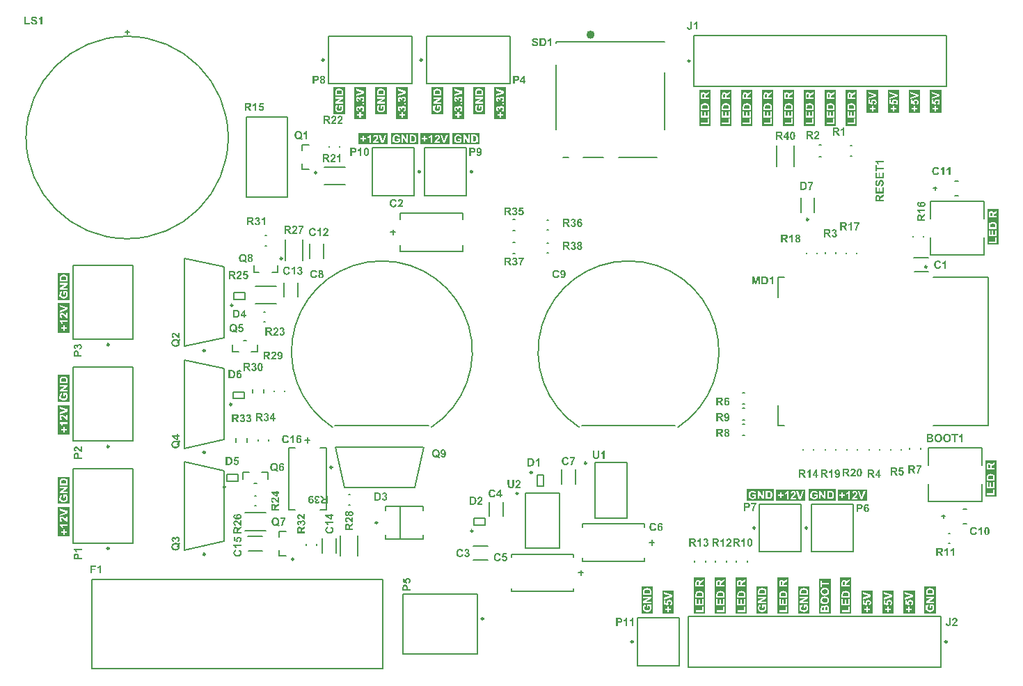
<source format=gto>
G04*
G04 #@! TF.GenerationSoftware,Altium Limited,Altium Designer,22.7.1 (60)*
G04*
G04 Layer_Color=65535*
%FSLAX44Y44*%
%MOMM*%
G71*
G04*
G04 #@! TF.SameCoordinates,1EE01F0A-7C55-4CF6-A691-3ABDA68C05E4*
G04*
G04*
G04 #@! TF.FilePolarity,Positive*
G04*
G01*
G75*
%ADD10C,0.2000*%
%ADD11C,0.2500*%
%ADD12C,0.1500*%
%ADD13C,0.5000*%
G36*
X965302Y218440D02*
X929640D01*
Y232251D01*
X965302D01*
Y218440D01*
D02*
G37*
G36*
X927035D02*
X894080D01*
Y232562D01*
X927035D01*
Y218440D01*
D02*
G37*
G36*
X1040232D02*
X1004570D01*
Y232251D01*
X1040232D01*
Y218440D01*
D02*
G37*
G36*
X1001965D02*
X969010D01*
Y232562D01*
X1001965D01*
Y218440D01*
D02*
G37*
G36*
X1000480Y548543D02*
X1000607Y548529D01*
X1000734Y548515D01*
X1000889Y548487D01*
X1001044Y548445D01*
X1001396Y548346D01*
X1001580Y548275D01*
X1001777Y548177D01*
X1001960Y548078D01*
X1002129Y547965D01*
X1002313Y547824D01*
X1002468Y547669D01*
X1002482Y547655D01*
X1002496Y547641D01*
X1002538Y547599D01*
X1002580Y547542D01*
X1002693Y547401D01*
X1002820Y547204D01*
X1002947Y546964D01*
X1003046Y546683D01*
X1003130Y546372D01*
X1003144Y546217D01*
X1003158Y546048D01*
Y546034D01*
Y545992D01*
X1003144Y545921D01*
X1003130Y545837D01*
X1003116Y545724D01*
X1003088Y545597D01*
X1003046Y545456D01*
X1002989Y545301D01*
X1002905Y545146D01*
X1002820Y544977D01*
X1002707Y544808D01*
X1002566Y544638D01*
X1002397Y544469D01*
X1002214Y544300D01*
X1002002Y544145D01*
X1001749Y543990D01*
X1001763D01*
X1001791Y543976D01*
X1001833D01*
X1001890Y543948D01*
X1002045Y543905D01*
X1002228Y543821D01*
X1002439Y543708D01*
X1002665Y543567D01*
X1002891Y543384D01*
X1003088Y543172D01*
X1003116Y543144D01*
X1003173Y543060D01*
X1003243Y542933D01*
X1003342Y542749D01*
X1003440Y542538D01*
X1003511Y542270D01*
X1003567Y541988D01*
X1003596Y541664D01*
Y541650D01*
Y541608D01*
Y541537D01*
X1003581Y541452D01*
X1003567Y541340D01*
X1003539Y541213D01*
X1003511Y541058D01*
X1003483Y540903D01*
X1003370Y540564D01*
X1003285Y540381D01*
X1003201Y540184D01*
X1003088Y540000D01*
X1002961Y539817D01*
X1002820Y539634D01*
X1002651Y539465D01*
X1002637Y539451D01*
X1002609Y539422D01*
X1002552Y539380D01*
X1002482Y539324D01*
X1002383Y539253D01*
X1002284Y539183D01*
X1002143Y539098D01*
X1002002Y539014D01*
X1001848Y538929D01*
X1001664Y538845D01*
X1001467Y538774D01*
X1001270Y538704D01*
X1001044Y538647D01*
X1000818Y538605D01*
X1000565Y538577D01*
X1000311Y538563D01*
X1000184D01*
X1000085Y538577D01*
X999973Y538591D01*
X999846Y538605D01*
X999705Y538633D01*
X999536Y538661D01*
X999197Y538746D01*
X998831Y538887D01*
X998633Y538971D01*
X998464Y539070D01*
X998281Y539197D01*
X998112Y539324D01*
X998098Y539338D01*
X998070Y539366D01*
X998027Y539408D01*
X997971Y539465D01*
X997900Y539535D01*
X997830Y539634D01*
X997745Y539733D01*
X997661Y539860D01*
X997576Y540000D01*
X997477Y540141D01*
X997322Y540480D01*
X997195Y540874D01*
X997139Y541086D01*
X997111Y541311D01*
X998915Y541537D01*
Y541523D01*
Y541509D01*
X998929Y541424D01*
X998958Y541297D01*
X999000Y541142D01*
X999070Y540973D01*
X999141Y540790D01*
X999254Y540621D01*
X999380Y540466D01*
X999395Y540452D01*
X999451Y540409D01*
X999536Y540353D01*
X999634Y540297D01*
X999775Y540226D01*
X999930Y540170D01*
X1000099Y540127D01*
X1000297Y540113D01*
X1000325D01*
X1000396Y540127D01*
X1000494Y540141D01*
X1000635Y540170D01*
X1000790Y540226D01*
X1000945Y540297D01*
X1001114Y540409D01*
X1001270Y540550D01*
X1001284Y540564D01*
X1001340Y540635D01*
X1001396Y540734D01*
X1001481Y540860D01*
X1001551Y541030D01*
X1001622Y541241D01*
X1001664Y541481D01*
X1001678Y541749D01*
Y541763D01*
Y541777D01*
Y541861D01*
X1001664Y541988D01*
X1001636Y542157D01*
X1001580Y542341D01*
X1001509Y542524D01*
X1001410Y542707D01*
X1001284Y542876D01*
X1001270Y542890D01*
X1001213Y542947D01*
X1001128Y543017D01*
X1001030Y543088D01*
X1000889Y543172D01*
X1000734Y543229D01*
X1000565Y543285D01*
X1000367Y543299D01*
X1000226D01*
X1000128Y543285D01*
X1000001Y543271D01*
X999846Y543243D01*
X999691Y543200D01*
X999507Y543158D01*
X999705Y544667D01*
X999832D01*
X999973Y544681D01*
X1000142Y544695D01*
X1000325Y544737D01*
X1000522Y544794D01*
X1000706Y544878D01*
X1000875Y544991D01*
X1000889Y545005D01*
X1000945Y545061D01*
X1001002Y545132D01*
X1001086Y545245D01*
X1001157Y545372D01*
X1001227Y545527D01*
X1001270Y545710D01*
X1001284Y545921D01*
Y545950D01*
Y546006D01*
X1001270Y546090D01*
X1001241Y546203D01*
X1001213Y546330D01*
X1001157Y546457D01*
X1001086Y546598D01*
X1000987Y546711D01*
X1000973Y546725D01*
X1000931Y546753D01*
X1000875Y546809D01*
X1000776Y546866D01*
X1000663Y546908D01*
X1000536Y546964D01*
X1000367Y546993D01*
X1000198Y547007D01*
X1000114D01*
X1000029Y546993D01*
X999916Y546964D01*
X999789Y546922D01*
X999648Y546866D01*
X999507Y546781D01*
X999380Y546668D01*
X999366Y546654D01*
X999324Y546612D01*
X999268Y546527D01*
X999197Y546415D01*
X999127Y546288D01*
X999070Y546119D01*
X999014Y545921D01*
X998972Y545696D01*
X997252Y545978D01*
Y545992D01*
X997266Y546020D01*
Y546062D01*
X997280Y546133D01*
X997322Y546288D01*
X997379Y546499D01*
X997463Y546725D01*
X997548Y546964D01*
X997661Y547190D01*
X997787Y547401D01*
X997802Y547430D01*
X997858Y547486D01*
X997943Y547585D01*
X998055Y547712D01*
X998196Y547839D01*
X998365Y547979D01*
X998577Y548120D01*
X998802Y548247D01*
X998817D01*
X998831Y548261D01*
X998915Y548290D01*
X999056Y548346D01*
X999225Y548402D01*
X999437Y548459D01*
X999691Y548515D01*
X999958Y548543D01*
X1000255Y548557D01*
X1000381D01*
X1000480Y548543D01*
D02*
G37*
G36*
X992290Y548487D02*
X992445D01*
X992600Y548473D01*
X992783D01*
X993150Y548430D01*
X993530Y548388D01*
X993883Y548318D01*
X994038Y548275D01*
X994179Y548233D01*
X994193D01*
X994207Y548219D01*
X994292Y548177D01*
X994418Y548106D01*
X994587Y548022D01*
X994771Y547881D01*
X994954Y547726D01*
X995137Y547528D01*
X995306Y547289D01*
Y547275D01*
X995321Y547261D01*
X995349Y547218D01*
X995377Y547176D01*
X995447Y547035D01*
X995532Y546852D01*
X995602Y546626D01*
X995673Y546372D01*
X995729Y546076D01*
X995743Y545766D01*
Y545752D01*
Y545724D01*
Y545653D01*
X995729Y545583D01*
Y545484D01*
X995715Y545386D01*
X995659Y545132D01*
X995588Y544836D01*
X995476Y544540D01*
X995306Y544230D01*
X995208Y544089D01*
X995095Y543948D01*
X995081Y543934D01*
X995067Y543919D01*
X995024Y543877D01*
X994968Y543835D01*
X994912Y543778D01*
X994827Y543708D01*
X994728Y543638D01*
X994616Y543567D01*
X994489Y543483D01*
X994334Y543412D01*
X994179Y543341D01*
X994009Y543271D01*
X993812Y543200D01*
X993615Y543144D01*
X993403Y543088D01*
X993164Y543046D01*
X993178D01*
X993192Y543031D01*
X993277Y542975D01*
X993389Y542905D01*
X993530Y542806D01*
X993699Y542679D01*
X993868Y542552D01*
X994052Y542397D01*
X994207Y542228D01*
X994221Y542214D01*
X994292Y542143D01*
X994376Y542030D01*
X994503Y541861D01*
X994672Y541650D01*
X994757Y541509D01*
X994855Y541368D01*
X994968Y541213D01*
X995081Y541044D01*
X995208Y540846D01*
X995335Y540649D01*
X996533Y538746D01*
X994165D01*
X992755Y540860D01*
X992741Y540874D01*
X992727Y540917D01*
X992684Y540973D01*
X992628Y541044D01*
X992572Y541128D01*
X992501Y541241D01*
X992346Y541467D01*
X992163Y541720D01*
X991994Y541946D01*
X991839Y542157D01*
X991768Y542228D01*
X991712Y542298D01*
X991698Y542312D01*
X991669Y542341D01*
X991613Y542397D01*
X991543Y542467D01*
X991444Y542524D01*
X991345Y542594D01*
X991232Y542651D01*
X991120Y542707D01*
X991105D01*
X991063Y542721D01*
X990993Y542749D01*
X990880Y542763D01*
X990739Y542792D01*
X990570Y542806D01*
X990372Y542820D01*
X989738D01*
Y538746D01*
X987765D01*
Y548501D01*
X992163D01*
X992290Y548487D01*
D02*
G37*
G36*
X949915Y532396D02*
X948040D01*
Y539459D01*
X948026Y539444D01*
X947998Y539416D01*
X947942Y539374D01*
X947857Y539303D01*
X947758Y539219D01*
X947646Y539134D01*
X947505Y539036D01*
X947349Y538923D01*
X947180Y538810D01*
X946997Y538697D01*
X946800Y538570D01*
X946588Y538458D01*
X946137Y538246D01*
X945630Y538049D01*
Y539740D01*
X945644D01*
X945658Y539754D01*
X945700Y539769D01*
X945757Y539783D01*
X945898Y539853D01*
X946095Y539938D01*
X946335Y540051D01*
X946602Y540206D01*
X946898Y540403D01*
X947208Y540629D01*
X947223Y540643D01*
X947251Y540657D01*
X947293Y540699D01*
X947349Y540755D01*
X947505Y540896D01*
X947674Y541080D01*
X947871Y541305D01*
X948068Y541587D01*
X948252Y541883D01*
X948393Y542207D01*
X949915D01*
Y532396D01*
D02*
G37*
G36*
X940245Y542137D02*
X940400D01*
X940555Y542123D01*
X940738D01*
X941105Y542080D01*
X941485Y542038D01*
X941838Y541968D01*
X941993Y541926D01*
X942134Y541883D01*
X942148D01*
X942162Y541869D01*
X942246Y541827D01*
X942373Y541756D01*
X942542Y541672D01*
X942726Y541531D01*
X942909Y541376D01*
X943092Y541178D01*
X943261Y540939D01*
Y540925D01*
X943276Y540910D01*
X943304Y540868D01*
X943332Y540826D01*
X943402Y540685D01*
X943487Y540502D01*
X943557Y540276D01*
X943628Y540022D01*
X943684Y539726D01*
X943698Y539416D01*
Y539402D01*
Y539374D01*
Y539303D01*
X943684Y539233D01*
Y539134D01*
X943670Y539036D01*
X943614Y538782D01*
X943543Y538486D01*
X943430Y538190D01*
X943261Y537880D01*
X943163Y537739D01*
X943050Y537598D01*
X943036Y537584D01*
X943022Y537570D01*
X942979Y537527D01*
X942923Y537485D01*
X942867Y537429D01*
X942782Y537358D01*
X942683Y537287D01*
X942571Y537217D01*
X942444Y537132D01*
X942289Y537062D01*
X942134Y536992D01*
X941964Y536921D01*
X941767Y536851D01*
X941570Y536794D01*
X941358Y536738D01*
X941119Y536696D01*
X941133D01*
X941147Y536681D01*
X941231Y536625D01*
X941344Y536554D01*
X941485Y536456D01*
X941654Y536329D01*
X941824Y536202D01*
X942007Y536047D01*
X942162Y535878D01*
X942176Y535864D01*
X942246Y535793D01*
X942331Y535681D01*
X942458Y535511D01*
X942627Y535300D01*
X942712Y535159D01*
X942810Y535018D01*
X942923Y534863D01*
X943036Y534694D01*
X943163Y534496D01*
X943290Y534299D01*
X944488Y532396D01*
X942120D01*
X940710Y534510D01*
X940696Y534524D01*
X940682Y534567D01*
X940639Y534623D01*
X940583Y534694D01*
X940527Y534778D01*
X940456Y534891D01*
X940301Y535117D01*
X940118Y535370D01*
X939949Y535596D01*
X939793Y535807D01*
X939723Y535878D01*
X939667Y535948D01*
X939653Y535962D01*
X939624Y535991D01*
X939568Y536047D01*
X939498Y536118D01*
X939399Y536174D01*
X939300Y536244D01*
X939187Y536301D01*
X939075Y536357D01*
X939061D01*
X939018Y536371D01*
X938948Y536399D01*
X938835Y536413D01*
X938694Y536442D01*
X938525Y536456D01*
X938327Y536470D01*
X937693D01*
Y532396D01*
X935720D01*
Y542151D01*
X940118D01*
X940245Y542137D01*
D02*
G37*
G36*
X956090Y542193D02*
X956217Y542179D01*
X956343Y542165D01*
X956498Y542151D01*
X956654Y542123D01*
X957006Y542038D01*
X957373Y541911D01*
X957542Y541827D01*
X957725Y541728D01*
X957880Y541615D01*
X958035Y541488D01*
X958049Y541474D01*
X958063Y541460D01*
X958105Y541418D01*
X958162Y541362D01*
X958218Y541291D01*
X958275Y541207D01*
X958430Y540995D01*
X958571Y540727D01*
X958683Y540431D01*
X958782Y540079D01*
X958796Y539881D01*
X958810Y539684D01*
Y539670D01*
Y539656D01*
Y539571D01*
X958796Y539444D01*
X958768Y539275D01*
X958726Y539092D01*
X958655Y538895D01*
X958571Y538683D01*
X958444Y538472D01*
X958430Y538443D01*
X958373Y538387D01*
X958303Y538288D01*
X958190Y538176D01*
X958049Y538035D01*
X957880Y537908D01*
X957683Y537781D01*
X957457Y537668D01*
X957471D01*
X957499Y537654D01*
X957542Y537640D01*
X957598Y537612D01*
X957739Y537527D01*
X957922Y537414D01*
X958120Y537287D01*
X958331Y537118D01*
X958528Y536921D01*
X958698Y536696D01*
X958712Y536667D01*
X958768Y536583D01*
X958839Y536456D01*
X958909Y536287D01*
X958994Y536075D01*
X959050Y535821D01*
X959106Y535554D01*
X959120Y535258D01*
Y535243D01*
Y535201D01*
Y535131D01*
X959106Y535032D01*
X959092Y534919D01*
X959078Y534778D01*
X959050Y534637D01*
X959008Y534482D01*
X958909Y534130D01*
X958839Y533947D01*
X958754Y533763D01*
X958655Y533580D01*
X958528Y533397D01*
X958402Y533228D01*
X958247Y533058D01*
X958232Y533044D01*
X958204Y533016D01*
X958162Y532974D01*
X958091Y532932D01*
X958007Y532861D01*
X957894Y532791D01*
X957781Y532720D01*
X957640Y532635D01*
X957485Y532551D01*
X957302Y532481D01*
X957119Y532410D01*
X956921Y532340D01*
X956696Y532297D01*
X956456Y532255D01*
X956217Y532227D01*
X955949Y532213D01*
X955822D01*
X955723Y532227D01*
X955610Y532241D01*
X955483Y532255D01*
X955342Y532269D01*
X955173Y532297D01*
X954821Y532382D01*
X954454Y532509D01*
X954271Y532579D01*
X954088Y532678D01*
X953905Y532776D01*
X953736Y532903D01*
X953721Y532918D01*
X953693Y532946D01*
X953637Y532988D01*
X953566Y533058D01*
X953496Y533143D01*
X953411Y533242D01*
X953313Y533369D01*
X953214Y533495D01*
X953115Y533651D01*
X953017Y533820D01*
X952932Y534003D01*
X952861Y534214D01*
X952791Y534426D01*
X952735Y534665D01*
X952706Y534905D01*
X952692Y535173D01*
Y535187D01*
Y535215D01*
Y535258D01*
Y535314D01*
X952706Y535469D01*
X952735Y535652D01*
X952791Y535878D01*
X952847Y536132D01*
X952946Y536385D01*
X953073Y536639D01*
Y536653D01*
X953087Y536667D01*
X953143Y536752D01*
X953242Y536865D01*
X953383Y537020D01*
X953552Y537189D01*
X953764Y537358D01*
X954017Y537513D01*
X954313Y537668D01*
X954299D01*
X954285Y537682D01*
X954201Y537725D01*
X954074Y537795D01*
X953919Y537880D01*
X953736Y538007D01*
X953566Y538148D01*
X953397Y538317D01*
X953256Y538500D01*
X953242Y538528D01*
X953200Y538599D01*
X953158Y538697D01*
X953101Y538852D01*
X953031Y539021D01*
X952988Y539233D01*
X952946Y539444D01*
X952932Y539684D01*
Y539698D01*
Y539726D01*
Y539783D01*
X952946Y539867D01*
X952960Y539952D01*
X952974Y540065D01*
X953031Y540318D01*
X953115Y540600D01*
X953256Y540910D01*
X953341Y541051D01*
X953439Y541207D01*
X953566Y541348D01*
X953693Y541488D01*
X953707Y541502D01*
X953736Y541517D01*
X953778Y541559D01*
X953834Y541601D01*
X953919Y541658D01*
X954003Y541714D01*
X954116Y541785D01*
X954257Y541855D01*
X954398Y541911D01*
X954553Y541982D01*
X954736Y542038D01*
X954934Y542095D01*
X955145Y542137D01*
X955371Y542179D01*
X955610Y542193D01*
X955864Y542207D01*
X956005D01*
X956090Y542193D01*
D02*
G37*
G36*
X493965Y651510D02*
X461010D01*
Y665632D01*
X493965D01*
Y651510D01*
D02*
G37*
G36*
X457302D02*
X421640D01*
Y665322D01*
X457302D01*
Y651510D01*
D02*
G37*
G36*
X532232D02*
X496570D01*
Y665322D01*
X532232D01*
Y651510D01*
D02*
G37*
G36*
X568895D02*
X535940D01*
Y665632D01*
X568895D01*
Y651510D01*
D02*
G37*
G36*
X1200150Y529590D02*
X1186395D01*
Y573372D01*
X1200150D01*
Y529590D01*
D02*
G37*
G36*
X1197610Y223520D02*
X1183855D01*
Y267302D01*
X1197610D01*
Y223520D01*
D02*
G37*
G36*
X926278Y674057D02*
X912523D01*
Y717839D01*
X926278D01*
Y674057D01*
D02*
G37*
G36*
X900845D02*
X887090D01*
Y717839D01*
X900845D01*
Y674057D01*
D02*
G37*
G36*
X875413D02*
X861658D01*
Y717839D01*
X875413D01*
Y674057D01*
D02*
G37*
G36*
X849981D02*
X836226D01*
Y717839D01*
X849981D01*
Y674057D01*
D02*
G37*
G36*
X1130651Y689761D02*
X1116713D01*
Y717839D01*
X1130651D01*
Y689761D01*
D02*
G37*
G36*
X951710Y674057D02*
X937955D01*
Y717839D01*
X951710D01*
Y674057D01*
D02*
G37*
G36*
X1079420Y689761D02*
X1065482D01*
Y717839D01*
X1079420D01*
Y689761D01*
D02*
G37*
G36*
X1053805D02*
X1039866D01*
Y717839D01*
X1053805D01*
Y689761D01*
D02*
G37*
G36*
X1028006Y674057D02*
X1014251D01*
Y717839D01*
X1028006D01*
Y674057D01*
D02*
G37*
G36*
X977142D02*
X963387D01*
Y717839D01*
X977142D01*
Y674057D01*
D02*
G37*
G36*
X1002574D02*
X988819D01*
Y717839D01*
X1002574D01*
Y674057D01*
D02*
G37*
G36*
X1105036Y689761D02*
X1091097D01*
Y717839D01*
X1105036D01*
Y689761D01*
D02*
G37*
G36*
X69850Y462312D02*
X55728D01*
Y495268D01*
X69850D01*
Y462312D01*
D02*
G37*
G36*
Y422859D02*
X56038D01*
Y458521D01*
X69850D01*
Y422859D01*
D02*
G37*
G36*
Y175209D02*
X56038D01*
Y210871D01*
X69850D01*
Y175209D01*
D02*
G37*
G36*
Y214662D02*
X55728D01*
Y247618D01*
X69850D01*
Y214662D01*
D02*
G37*
G36*
Y299034D02*
X56038D01*
Y334696D01*
X69850D01*
Y299034D01*
D02*
G37*
G36*
X779780Y114235D02*
Y81280D01*
X765658D01*
Y114235D01*
X779780D01*
D02*
G37*
G36*
X805212Y81280D02*
X791274D01*
Y109358D01*
X805212D01*
Y81280D01*
D02*
G37*
G36*
X549868Y681990D02*
X535873D01*
Y721444D01*
X549868D01*
Y681990D01*
D02*
G37*
G36*
X575352Y688489D02*
X561231D01*
Y721444D01*
X575352D01*
Y688489D01*
D02*
G37*
G36*
X405130D02*
X391008D01*
Y721444D01*
X405130D01*
Y688489D01*
D02*
G37*
G36*
X600710Y681990D02*
X586715D01*
Y721444D01*
X600710D01*
Y681990D01*
D02*
G37*
G36*
X481330D02*
X467335D01*
Y721444D01*
X481330D01*
Y681990D01*
D02*
G37*
G36*
X455972Y688489D02*
X441851D01*
Y721444D01*
X455972D01*
Y688489D01*
D02*
G37*
G36*
X430488Y681990D02*
X416493D01*
Y721444D01*
X430488D01*
Y681990D01*
D02*
G37*
G36*
X524510Y688340D02*
X510388D01*
Y721295D01*
X524510D01*
Y688340D01*
D02*
G37*
G36*
X1123950Y81280D02*
X1109828D01*
Y114235D01*
X1123950D01*
Y81280D01*
D02*
G37*
G36*
X1072719D02*
X1058781D01*
Y109358D01*
X1072719D01*
Y81280D01*
D02*
G37*
G36*
X1098334D02*
X1084396D01*
Y109358D01*
X1098334D01*
Y81280D01*
D02*
G37*
G36*
X1047104D02*
X1033165D01*
Y109358D01*
X1047104D01*
Y81280D01*
D02*
G37*
G36*
X1021080D02*
X1007325D01*
Y125062D01*
X1021080D01*
Y81280D01*
D02*
G37*
G36*
X995873D02*
X981751D01*
Y123370D01*
X995873D01*
Y81280D01*
D02*
G37*
G36*
X970441Y114235D02*
Y81280D01*
X956319D01*
Y114235D01*
X970441D01*
D02*
G37*
G36*
X945008Y81280D02*
X931253D01*
Y125062D01*
X945008D01*
Y81280D01*
D02*
G37*
G36*
X919576D02*
X905455D01*
Y114235D01*
X919576D01*
Y81280D01*
D02*
G37*
G36*
X894144D02*
X880389D01*
Y125062D01*
X894144D01*
Y81280D01*
D02*
G37*
G36*
X868712D02*
X854957D01*
Y125062D01*
X868712D01*
Y81280D01*
D02*
G37*
G36*
X843280D02*
X829525D01*
Y125062D01*
X843280D01*
Y81280D01*
D02*
G37*
G36*
X69850Y338487D02*
X55728D01*
Y371443D01*
X69850D01*
Y338487D01*
D02*
G37*
G36*
X26968Y807230D02*
X27123Y807216D01*
X27307Y807202D01*
X27490Y807174D01*
X27701Y807146D01*
X28153Y807047D01*
X28378Y806976D01*
X28604Y806906D01*
X28829Y806807D01*
X29041Y806695D01*
X29238Y806568D01*
X29421Y806427D01*
X29435Y806413D01*
X29464Y806385D01*
X29506Y806342D01*
X29562Y806286D01*
X29633Y806201D01*
X29717Y806103D01*
X29802Y805990D01*
X29901Y805863D01*
X29985Y805708D01*
X30070Y805553D01*
X30154Y805369D01*
X30225Y805172D01*
X30295Y804975D01*
X30352Y804749D01*
X30394Y804524D01*
X30408Y804270D01*
X28435Y804199D01*
Y804213D01*
Y804228D01*
X28406Y804326D01*
X28378Y804453D01*
X28322Y804608D01*
X28251Y804791D01*
X28153Y804961D01*
X28026Y805130D01*
X27885Y805271D01*
X27871Y805285D01*
X27814Y805327D01*
X27716Y805384D01*
X27575Y805440D01*
X27406Y805496D01*
X27194Y805553D01*
X26940Y805595D01*
X26644Y805609D01*
X26503D01*
X26348Y805595D01*
X26165Y805567D01*
X25954Y805525D01*
X25728Y805454D01*
X25517Y805369D01*
X25319Y805243D01*
X25305Y805229D01*
X25277Y805200D01*
X25220Y805158D01*
X25164Y805088D01*
X25108Y805003D01*
X25051Y804890D01*
X25023Y804777D01*
X25009Y804636D01*
Y804622D01*
Y804580D01*
X25023Y804510D01*
X25051Y804439D01*
X25080Y804340D01*
X25122Y804242D01*
X25192Y804143D01*
X25291Y804044D01*
X25305Y804030D01*
X25375Y803988D01*
X25418Y803960D01*
X25488Y803932D01*
X25559Y803889D01*
X25657Y803847D01*
X25770Y803805D01*
X25897Y803748D01*
X26052Y803692D01*
X26207Y803636D01*
X26405Y803579D01*
X26616Y803523D01*
X26842Y803466D01*
X27095Y803396D01*
X27109D01*
X27166Y803382D01*
X27236Y803368D01*
X27335Y803339D01*
X27448Y803311D01*
X27589Y803269D01*
X27744Y803227D01*
X27899Y803184D01*
X28237Y803072D01*
X28590Y802959D01*
X28928Y802832D01*
X29069Y802762D01*
X29210Y802691D01*
X29224D01*
X29238Y802677D01*
X29323Y802621D01*
X29450Y802536D01*
X29605Y802423D01*
X29774Y802282D01*
X29957Y802113D01*
X30140Y801916D01*
X30295Y801690D01*
X30309Y801662D01*
X30352Y801577D01*
X30422Y801451D01*
X30493Y801267D01*
X30563Y801042D01*
X30634Y800774D01*
X30676Y800478D01*
X30690Y800139D01*
Y800125D01*
Y800097D01*
Y800055D01*
Y799998D01*
X30676Y799928D01*
X30662Y799829D01*
X30634Y799632D01*
X30577Y799378D01*
X30493Y799110D01*
X30366Y798843D01*
X30211Y798561D01*
Y798547D01*
X30183Y798532D01*
X30126Y798448D01*
X30013Y798307D01*
X29872Y798152D01*
X29689Y797969D01*
X29450Y797799D01*
X29196Y797630D01*
X28886Y797475D01*
X28872D01*
X28843Y797461D01*
X28801Y797447D01*
X28731Y797419D01*
X28646Y797391D01*
X28547Y797362D01*
X28435Y797334D01*
X28308Y797306D01*
X28153Y797264D01*
X27998Y797235D01*
X27631Y797179D01*
X27222Y797137D01*
X26771Y797123D01*
X26588D01*
X26461Y797137D01*
X26306Y797151D01*
X26137Y797165D01*
X25939Y797193D01*
X25728Y797235D01*
X25263Y797334D01*
X25023Y797405D01*
X24797Y797475D01*
X24558Y797574D01*
X24332Y797687D01*
X24121Y797813D01*
X23923Y797969D01*
X23909Y797983D01*
X23881Y798011D01*
X23825Y798053D01*
X23768Y798124D01*
X23684Y798222D01*
X23599Y798335D01*
X23501Y798462D01*
X23402Y798603D01*
X23303Y798772D01*
X23205Y798955D01*
X23106Y799167D01*
X23007Y799392D01*
X22937Y799632D01*
X22852Y799900D01*
X22796Y800182D01*
X22753Y800478D01*
X24671Y800661D01*
Y800647D01*
X24685Y800619D01*
Y800562D01*
X24699Y800506D01*
X24755Y800337D01*
X24826Y800125D01*
X24910Y799886D01*
X25037Y799646D01*
X25178Y799435D01*
X25361Y799237D01*
X25390Y799223D01*
X25460Y799167D01*
X25573Y799096D01*
X25742Y799012D01*
X25954Y798927D01*
X26193Y798857D01*
X26475Y798800D01*
X26799Y798786D01*
X26954D01*
X27123Y798814D01*
X27335Y798843D01*
X27561Y798885D01*
X27800Y798955D01*
X28026Y799054D01*
X28223Y799181D01*
X28251Y799195D01*
X28308Y799251D01*
X28378Y799336D01*
X28477Y799449D01*
X28561Y799590D01*
X28646Y799759D01*
X28702Y799928D01*
X28716Y800125D01*
Y800139D01*
Y800182D01*
X28702Y800252D01*
X28688Y800337D01*
X28660Y800421D01*
X28632Y800520D01*
X28575Y800619D01*
X28505Y800717D01*
X28491Y800732D01*
X28463Y800760D01*
X28420Y800802D01*
X28350Y800858D01*
X28251Y800929D01*
X28124Y800999D01*
X27983Y801070D01*
X27800Y801140D01*
X27786D01*
X27730Y801169D01*
X27631Y801197D01*
X27561Y801225D01*
X27476Y801239D01*
X27377Y801267D01*
X27264Y801310D01*
X27138Y801338D01*
X26997Y801380D01*
X26827Y801422D01*
X26644Y801465D01*
X26447Y801521D01*
X26221Y801577D01*
X26207D01*
X26151Y801591D01*
X26066Y801620D01*
X25968Y801648D01*
X25841Y801690D01*
X25686Y801732D01*
X25531Y801789D01*
X25347Y801845D01*
X24981Y801986D01*
X24628Y802155D01*
X24445Y802240D01*
X24290Y802339D01*
X24135Y802437D01*
X24008Y802536D01*
X23994Y802550D01*
X23966Y802578D01*
X23923Y802621D01*
X23867Y802677D01*
X23797Y802762D01*
X23726Y802860D01*
X23642Y802959D01*
X23571Y803086D01*
X23402Y803382D01*
X23261Y803720D01*
X23205Y803903D01*
X23162Y804087D01*
X23134Y804298D01*
X23120Y804510D01*
Y804524D01*
Y804538D01*
Y804580D01*
Y804636D01*
X23148Y804777D01*
X23176Y804961D01*
X23219Y805172D01*
X23289Y805412D01*
X23388Y805666D01*
X23529Y805905D01*
Y805919D01*
X23543Y805933D01*
X23613Y806018D01*
X23698Y806131D01*
X23839Y806272D01*
X24008Y806427D01*
X24220Y806596D01*
X24459Y806751D01*
X24741Y806892D01*
X24755D01*
X24783Y806906D01*
X24826Y806920D01*
X24882Y806948D01*
X24967Y806976D01*
X25051Y807005D01*
X25164Y807033D01*
X25291Y807075D01*
X25573Y807132D01*
X25897Y807188D01*
X26264Y807230D01*
X26672Y807244D01*
X26842D01*
X26968Y807230D01*
D02*
G37*
G36*
X36724Y797306D02*
X34849D01*
Y804369D01*
X34835Y804354D01*
X34806Y804326D01*
X34750Y804284D01*
X34665Y804213D01*
X34567Y804129D01*
X34454Y804044D01*
X34313Y803946D01*
X34158Y803833D01*
X33989Y803720D01*
X33805Y803607D01*
X33608Y803481D01*
X33397Y803368D01*
X32946Y803156D01*
X32438Y802959D01*
Y804650D01*
X32452D01*
X32466Y804665D01*
X32509Y804679D01*
X32565Y804693D01*
X32706Y804763D01*
X32903Y804848D01*
X33143Y804961D01*
X33411Y805116D01*
X33707Y805313D01*
X34017Y805539D01*
X34031Y805553D01*
X34059Y805567D01*
X34102Y805609D01*
X34158Y805666D01*
X34313Y805807D01*
X34482Y805990D01*
X34680Y806215D01*
X34877Y806497D01*
X35060Y806793D01*
X35201Y807117D01*
X36724D01*
Y797306D01*
D02*
G37*
G36*
X16960Y798955D02*
X21865D01*
Y797306D01*
X14986D01*
Y806991D01*
X16960D01*
Y798955D01*
D02*
G37*
G36*
X568144Y647603D02*
X568257D01*
X568384Y647589D01*
X568525Y647561D01*
X568694Y647519D01*
X568863Y647476D01*
X569061Y647406D01*
X569258Y647336D01*
X569455Y647237D01*
X569667Y647124D01*
X569864Y646997D01*
X570061Y646842D01*
X570259Y646659D01*
X570442Y646461D01*
X570456Y646447D01*
X570485Y646405D01*
X570527Y646335D01*
X570597Y646236D01*
X570668Y646109D01*
X570752Y645954D01*
X570837Y645771D01*
X570922Y645559D01*
X571006Y645305D01*
X571105Y645024D01*
X571175Y644713D01*
X571246Y644375D01*
X571316Y643995D01*
X571358Y643586D01*
X571387Y643149D01*
X571401Y642669D01*
Y642655D01*
Y642641D01*
Y642599D01*
Y642557D01*
Y642416D01*
X571387Y642232D01*
X571373Y642007D01*
X571344Y641753D01*
X571316Y641485D01*
X571274Y641189D01*
X571217Y640865D01*
X571161Y640555D01*
X571077Y640231D01*
X570978Y639906D01*
X570865Y639610D01*
X570724Y639314D01*
X570583Y639046D01*
X570400Y638807D01*
X570386Y638793D01*
X570358Y638750D01*
X570301Y638694D01*
X570217Y638624D01*
X570118Y638539D01*
X570005Y638426D01*
X569864Y638327D01*
X569709Y638215D01*
X569540Y638102D01*
X569343Y638003D01*
X569131Y637905D01*
X568906Y637806D01*
X568652Y637735D01*
X568398Y637679D01*
X568130Y637637D01*
X567834Y637623D01*
X567721D01*
X567651Y637637D01*
X567552D01*
X567439Y637651D01*
X567172Y637693D01*
X566876Y637778D01*
X566580Y637876D01*
X566269Y638031D01*
X566129Y638116D01*
X565988Y638229D01*
X565973Y638243D01*
X565959Y638257D01*
X565917Y638299D01*
X565875Y638342D01*
X565818Y638412D01*
X565748Y638483D01*
X565691Y638581D01*
X565607Y638680D01*
X565536Y638807D01*
X565452Y638934D01*
X565381Y639089D01*
X565311Y639258D01*
X565240Y639427D01*
X565184Y639624D01*
X565128Y639822D01*
X565085Y640047D01*
X566890Y640259D01*
Y640231D01*
X566904Y640160D01*
X566918Y640061D01*
X566960Y639949D01*
X567002Y639808D01*
X567059Y639667D01*
X567129Y639540D01*
X567228Y639427D01*
X567242Y639413D01*
X567284Y639385D01*
X567341Y639342D01*
X567425Y639300D01*
X567538Y639258D01*
X567651Y639216D01*
X567806Y639187D01*
X567961Y639173D01*
X567989D01*
X568060Y639187D01*
X568158Y639202D01*
X568299Y639244D01*
X568455Y639300D01*
X568610Y639399D01*
X568779Y639526D01*
X568934Y639695D01*
X568948Y639723D01*
X568976Y639751D01*
X569004Y639808D01*
X569033Y639864D01*
X569075Y639949D01*
X569103Y640047D01*
X569159Y640174D01*
X569202Y640315D01*
X569244Y640470D01*
X569286Y640654D01*
X569328Y640851D01*
X569371Y641076D01*
X569399Y641330D01*
X569427Y641612D01*
X569455Y641908D01*
X569441Y641894D01*
X569427Y641880D01*
X569385Y641838D01*
X569328Y641781D01*
X569258Y641725D01*
X569173Y641654D01*
X568976Y641499D01*
X568722Y641344D01*
X568412Y641217D01*
X568243Y641161D01*
X568074Y641133D01*
X567891Y641105D01*
X567693Y641090D01*
X567580D01*
X567496Y641105D01*
X567397Y641119D01*
X567284Y641133D01*
X567017Y641203D01*
X566707Y641302D01*
X566551Y641386D01*
X566382Y641471D01*
X566213Y641570D01*
X566044Y641683D01*
X565875Y641824D01*
X565720Y641979D01*
X565706Y641993D01*
X565677Y642021D01*
X565649Y642077D01*
X565593Y642134D01*
X565522Y642232D01*
X565452Y642331D01*
X565381Y642458D01*
X565311Y642599D01*
X565226Y642754D01*
X565156Y642937D01*
X565085Y643120D01*
X565015Y643332D01*
X564958Y643543D01*
X564930Y643783D01*
X564902Y644037D01*
X564888Y644290D01*
Y644305D01*
Y644361D01*
Y644432D01*
X564902Y644544D01*
X564916Y644671D01*
X564930Y644812D01*
X564958Y644981D01*
X565001Y645150D01*
X565099Y645531D01*
X565170Y645742D01*
X565255Y645940D01*
X565353Y646137D01*
X565480Y646335D01*
X565607Y646518D01*
X565762Y646701D01*
X565776Y646715D01*
X565804Y646743D01*
X565846Y646786D01*
X565917Y646842D01*
X566016Y646913D01*
X566114Y646997D01*
X566241Y647068D01*
X566382Y647166D01*
X566523Y647251D01*
X566707Y647321D01*
X566890Y647406D01*
X567087Y647476D01*
X567299Y647533D01*
X567524Y647575D01*
X567750Y647603D01*
X568003Y647617D01*
X568074D01*
X568144Y647603D01*
D02*
G37*
G36*
X560109Y647547D02*
X560476D01*
X560870Y647519D01*
X561265Y647490D01*
X561434Y647476D01*
X561603Y647462D01*
X561744Y647434D01*
X561857Y647406D01*
X561871D01*
X561899Y647392D01*
X561942Y647378D01*
X561998Y647364D01*
X562153Y647293D01*
X562351Y647209D01*
X562562Y647082D01*
X562802Y646913D01*
X563027Y646701D01*
X563253Y646447D01*
Y646433D01*
X563281Y646419D01*
X563309Y646377D01*
X563337Y646320D01*
X563394Y646236D01*
X563436Y646151D01*
X563492Y646053D01*
X563549Y645940D01*
X563647Y645658D01*
X563746Y645348D01*
X563802Y644967D01*
X563831Y644558D01*
Y644544D01*
Y644516D01*
Y644474D01*
Y644403D01*
X563817Y644333D01*
Y644234D01*
X563788Y644037D01*
X563746Y643797D01*
X563690Y643529D01*
X563605Y643276D01*
X563492Y643036D01*
X563478Y643008D01*
X563436Y642937D01*
X563366Y642824D01*
X563267Y642683D01*
X563154Y642542D01*
X562999Y642373D01*
X562844Y642218D01*
X562661Y642077D01*
X562632Y642063D01*
X562576Y642021D01*
X562477Y641964D01*
X562351Y641894D01*
X562195Y641809D01*
X562026Y641739D01*
X561843Y641668D01*
X561646Y641612D01*
X561617D01*
X561575Y641598D01*
X561519D01*
X561448Y641584D01*
X561350Y641570D01*
X561251Y641556D01*
X561124D01*
X560997Y641542D01*
X560842Y641527D01*
X560673Y641513D01*
X560490Y641499D01*
X560292D01*
X560081Y641485D01*
X558333D01*
Y637806D01*
X556359D01*
Y647561D01*
X559954D01*
X560109Y647547D01*
D02*
G37*
G36*
X425067Y637806D02*
X423192D01*
Y644868D01*
X423178Y644854D01*
X423150Y644826D01*
X423093Y644784D01*
X423009Y644713D01*
X422910Y644629D01*
X422797Y644544D01*
X422656Y644446D01*
X422501Y644333D01*
X422332Y644220D01*
X422149Y644107D01*
X421951Y643980D01*
X421740Y643868D01*
X421289Y643656D01*
X420781Y643459D01*
Y645150D01*
X420796D01*
X420810Y645164D01*
X420852Y645179D01*
X420908Y645193D01*
X421049Y645263D01*
X421247Y645348D01*
X421486Y645461D01*
X421754Y645616D01*
X422050Y645813D01*
X422360Y646039D01*
X422374Y646053D01*
X422402Y646067D01*
X422445Y646109D01*
X422501Y646165D01*
X422656Y646306D01*
X422825Y646490D01*
X423023Y646715D01*
X423220Y646997D01*
X423403Y647293D01*
X423544Y647617D01*
X425067D01*
Y637806D01*
D02*
G37*
G36*
X415368Y647547D02*
X415735D01*
X416129Y647519D01*
X416524Y647490D01*
X416693Y647476D01*
X416862Y647462D01*
X417003Y647434D01*
X417116Y647406D01*
X417130D01*
X417158Y647392D01*
X417201Y647378D01*
X417257Y647364D01*
X417412Y647293D01*
X417609Y647209D01*
X417821Y647082D01*
X418061Y646913D01*
X418286Y646701D01*
X418512Y646447D01*
Y646433D01*
X418540Y646419D01*
X418568Y646377D01*
X418596Y646320D01*
X418653Y646236D01*
X418695Y646151D01*
X418751Y646053D01*
X418808Y645940D01*
X418907Y645658D01*
X419005Y645348D01*
X419062Y644967D01*
X419090Y644558D01*
Y644544D01*
Y644516D01*
Y644474D01*
Y644403D01*
X419076Y644333D01*
Y644234D01*
X419047Y644037D01*
X419005Y643797D01*
X418949Y643529D01*
X418864Y643276D01*
X418751Y643036D01*
X418737Y643008D01*
X418695Y642937D01*
X418624Y642824D01*
X418526Y642683D01*
X418413Y642542D01*
X418258Y642373D01*
X418103Y642218D01*
X417920Y642077D01*
X417892Y642063D01*
X417835Y642021D01*
X417736Y641964D01*
X417609Y641894D01*
X417454Y641809D01*
X417285Y641739D01*
X417102Y641668D01*
X416905Y641612D01*
X416876D01*
X416834Y641598D01*
X416778D01*
X416707Y641584D01*
X416609Y641570D01*
X416510Y641556D01*
X416383D01*
X416256Y641542D01*
X416101Y641527D01*
X415932Y641513D01*
X415749Y641499D01*
X415551D01*
X415340Y641485D01*
X413592D01*
Y637806D01*
X411618D01*
Y647561D01*
X415213D01*
X415368Y647547D01*
D02*
G37*
G36*
X431269Y647603D02*
X431382Y647589D01*
X431523Y647561D01*
X431664Y647533D01*
X431833Y647490D01*
X432017Y647434D01*
X432186Y647364D01*
X432369Y647293D01*
X432552Y647195D01*
X432736Y647068D01*
X432919Y646941D01*
X433088Y646786D01*
X433243Y646602D01*
X433257Y646588D01*
X433285Y646546D01*
X433328Y646476D01*
X433398Y646377D01*
X433469Y646236D01*
X433553Y646067D01*
X433638Y645883D01*
X433722Y645644D01*
X433807Y645390D01*
X433906Y645094D01*
X433976Y644770D01*
X434047Y644403D01*
X434117Y644009D01*
X434159Y643586D01*
X434188Y643120D01*
X434202Y642613D01*
Y642599D01*
Y642585D01*
Y642542D01*
Y642486D01*
Y642345D01*
X434188Y642162D01*
X434174Y641936D01*
X434145Y641668D01*
X434117Y641386D01*
X434089Y641076D01*
X434033Y640752D01*
X433962Y640414D01*
X433892Y640090D01*
X433793Y639765D01*
X433694Y639441D01*
X433553Y639145D01*
X433412Y638863D01*
X433243Y638624D01*
X433229Y638609D01*
X433201Y638581D01*
X433158Y638525D01*
X433102Y638468D01*
X433018Y638398D01*
X432919Y638313D01*
X432792Y638215D01*
X432665Y638130D01*
X432510Y638031D01*
X432355Y637933D01*
X432172Y637848D01*
X431974Y637778D01*
X431763Y637721D01*
X431523Y637665D01*
X431284Y637637D01*
X431030Y637623D01*
X430974D01*
X430889Y637637D01*
X430790D01*
X430677Y637651D01*
X430536Y637679D01*
X430381Y637707D01*
X430212Y637764D01*
X430029Y637820D01*
X429846Y637891D01*
X429648Y637975D01*
X429465Y638088D01*
X429268Y638201D01*
X429085Y638356D01*
X428901Y638511D01*
X428732Y638708D01*
X428718Y638722D01*
X428690Y638764D01*
X428647Y638835D01*
X428605Y638920D01*
X428535Y639046D01*
X428464Y639202D01*
X428380Y639399D01*
X428309Y639610D01*
X428225Y639864D01*
X428140Y640146D01*
X428069Y640470D01*
X428013Y640823D01*
X427957Y641217D01*
X427914Y641654D01*
X427886Y642120D01*
X427872Y642627D01*
Y642641D01*
Y642655D01*
Y642698D01*
Y642754D01*
Y642895D01*
X427886Y643078D01*
X427900Y643304D01*
X427929Y643572D01*
X427957Y643854D01*
X427985Y644164D01*
X428041Y644488D01*
X428098Y644812D01*
X428182Y645150D01*
X428267Y645475D01*
X428380Y645785D01*
X428507Y646081D01*
X428647Y646363D01*
X428817Y646602D01*
X428831Y646617D01*
X428859Y646645D01*
X428901Y646701D01*
X428972Y646758D01*
X429042Y646842D01*
X429141Y646927D01*
X429268Y647011D01*
X429395Y647110D01*
X429550Y647209D01*
X429705Y647293D01*
X429888Y647378D01*
X430085Y647462D01*
X430297Y647519D01*
X430536Y647575D01*
X430776Y647603D01*
X431030Y647617D01*
X431171D01*
X431269Y647603D01*
D02*
G37*
G36*
X756006Y66214D02*
X754131D01*
Y73277D01*
X754117Y73263D01*
X754089Y73235D01*
X754033Y73192D01*
X753948Y73122D01*
X753849Y73037D01*
X753737Y72953D01*
X753596Y72854D01*
X753441Y72741D01*
X753271Y72628D01*
X753088Y72516D01*
X752891Y72389D01*
X752680Y72276D01*
X752228Y72064D01*
X751721Y71867D01*
Y73559D01*
X751735D01*
X751749Y73573D01*
X751791Y73587D01*
X751848Y73601D01*
X751989Y73672D01*
X752186Y73756D01*
X752426Y73869D01*
X752694Y74024D01*
X752990Y74221D01*
X753300Y74447D01*
X753314Y74461D01*
X753342Y74475D01*
X753384Y74517D01*
X753441Y74574D01*
X753596Y74715D01*
X753765Y74898D01*
X753962Y75124D01*
X754160Y75406D01*
X754343Y75701D01*
X754484Y76026D01*
X756006D01*
Y66214D01*
D02*
G37*
G36*
X748422D02*
X746547D01*
Y73277D01*
X746533Y73263D01*
X746505Y73235D01*
X746449Y73192D01*
X746364Y73122D01*
X746265Y73037D01*
X746153Y72953D01*
X746012Y72854D01*
X745856Y72741D01*
X745687Y72628D01*
X745504Y72516D01*
X745307Y72389D01*
X745095Y72276D01*
X744644Y72064D01*
X744137Y71867D01*
Y73559D01*
X744151D01*
X744165Y73573D01*
X744207Y73587D01*
X744264Y73601D01*
X744405Y73672D01*
X744602Y73756D01*
X744842Y73869D01*
X745109Y74024D01*
X745405Y74221D01*
X745716Y74447D01*
X745730Y74461D01*
X745758Y74475D01*
X745800Y74517D01*
X745856Y74574D01*
X746012Y74715D01*
X746181Y74898D01*
X746378Y75124D01*
X746575Y75406D01*
X746759Y75701D01*
X746900Y76026D01*
X748422D01*
Y66214D01*
D02*
G37*
G36*
X738723Y75955D02*
X739090D01*
X739485Y75927D01*
X739879Y75899D01*
X740049Y75885D01*
X740218Y75871D01*
X740359Y75842D01*
X740471Y75814D01*
X740486D01*
X740514Y75800D01*
X740556Y75786D01*
X740612Y75772D01*
X740768Y75701D01*
X740965Y75617D01*
X741176Y75490D01*
X741416Y75321D01*
X741641Y75110D01*
X741867Y74856D01*
Y74842D01*
X741895Y74827D01*
X741924Y74785D01*
X741952Y74729D01*
X742008Y74644D01*
X742050Y74560D01*
X742107Y74461D01*
X742163Y74348D01*
X742262Y74066D01*
X742361Y73756D01*
X742417Y73376D01*
X742445Y72967D01*
Y72953D01*
Y72924D01*
Y72882D01*
Y72812D01*
X742431Y72741D01*
Y72642D01*
X742403Y72445D01*
X742361Y72206D01*
X742304Y71938D01*
X742219Y71684D01*
X742107Y71444D01*
X742093Y71416D01*
X742050Y71346D01*
X741980Y71233D01*
X741881Y71092D01*
X741768Y70951D01*
X741613Y70782D01*
X741458Y70627D01*
X741275Y70486D01*
X741247Y70472D01*
X741190Y70429D01*
X741092Y70373D01*
X740965Y70302D01*
X740810Y70218D01*
X740641Y70147D01*
X740457Y70077D01*
X740260Y70020D01*
X740232D01*
X740190Y70006D01*
X740133D01*
X740063Y69992D01*
X739964Y69978D01*
X739865Y69964D01*
X739738D01*
X739612Y69950D01*
X739456Y69936D01*
X739287Y69922D01*
X739104Y69908D01*
X738907D01*
X738695Y69894D01*
X736947D01*
Y66214D01*
X734974D01*
Y75969D01*
X738568D01*
X738723Y75955D01*
D02*
G37*
G36*
X369595Y735177D02*
X369962D01*
X370356Y735149D01*
X370751Y735120D01*
X370920Y735106D01*
X371089Y735092D01*
X371230Y735064D01*
X371343Y735036D01*
X371357D01*
X371385Y735022D01*
X371428Y735008D01*
X371484Y734994D01*
X371639Y734923D01*
X371836Y734839D01*
X372048Y734712D01*
X372287Y734542D01*
X372513Y734331D01*
X372739Y734077D01*
Y734063D01*
X372767Y734049D01*
X372795Y734007D01*
X372823Y733951D01*
X372880Y733866D01*
X372922Y733781D01*
X372978Y733683D01*
X373035Y733570D01*
X373133Y733288D01*
X373232Y732978D01*
X373288Y732597D01*
X373317Y732188D01*
Y732174D01*
Y732146D01*
Y732104D01*
Y732033D01*
X373302Y731963D01*
Y731864D01*
X373274Y731667D01*
X373232Y731427D01*
X373176Y731159D01*
X373091Y730906D01*
X372978Y730666D01*
X372964Y730638D01*
X372922Y730567D01*
X372851Y730454D01*
X372753Y730313D01*
X372640Y730173D01*
X372485Y730003D01*
X372330Y729848D01*
X372146Y729707D01*
X372118Y729693D01*
X372062Y729651D01*
X371963Y729594D01*
X371836Y729524D01*
X371681Y729439D01*
X371512Y729369D01*
X371329Y729298D01*
X371132Y729242D01*
X371103D01*
X371061Y729228D01*
X371005D01*
X370934Y729214D01*
X370835Y729200D01*
X370737Y729186D01*
X370610D01*
X370483Y729172D01*
X370328Y729157D01*
X370159Y729143D01*
X369976Y729129D01*
X369778D01*
X369567Y729115D01*
X367819D01*
Y725436D01*
X365845D01*
Y735191D01*
X369440D01*
X369595Y735177D01*
D02*
G37*
G36*
X377884Y735233D02*
X378011Y735219D01*
X378138Y735205D01*
X378293Y735191D01*
X378448Y735163D01*
X378800Y735078D01*
X379167Y734951D01*
X379336Y734867D01*
X379519Y734768D01*
X379674Y734655D01*
X379829Y734529D01*
X379843Y734514D01*
X379858Y734500D01*
X379900Y734458D01*
X379956Y734402D01*
X380013Y734331D01*
X380069Y734247D01*
X380224Y734035D01*
X380365Y733767D01*
X380478Y733471D01*
X380577Y733119D01*
X380591Y732921D01*
X380605Y732724D01*
Y732710D01*
Y732696D01*
Y732611D01*
X380591Y732484D01*
X380562Y732315D01*
X380520Y732132D01*
X380450Y731935D01*
X380365Y731723D01*
X380238Y731512D01*
X380224Y731484D01*
X380168Y731427D01*
X380097Y731328D01*
X379985Y731216D01*
X379843Y731075D01*
X379674Y730948D01*
X379477Y730821D01*
X379251Y730708D01*
X379266D01*
X379294Y730694D01*
X379336Y730680D01*
X379392Y730652D01*
X379533Y730567D01*
X379717Y730454D01*
X379914Y730328D01*
X380125Y730158D01*
X380323Y729961D01*
X380492Y729735D01*
X380506Y729707D01*
X380562Y729623D01*
X380633Y729496D01*
X380703Y729327D01*
X380788Y729115D01*
X380844Y728861D01*
X380901Y728594D01*
X380915Y728298D01*
Y728283D01*
Y728241D01*
Y728171D01*
X380901Y728072D01*
X380887Y727959D01*
X380873Y727818D01*
X380844Y727677D01*
X380802Y727522D01*
X380703Y727170D01*
X380633Y726987D01*
X380548Y726803D01*
X380450Y726620D01*
X380323Y726437D01*
X380196Y726268D01*
X380041Y726098D01*
X380027Y726084D01*
X379999Y726056D01*
X379956Y726014D01*
X379886Y725972D01*
X379801Y725901D01*
X379688Y725831D01*
X379576Y725760D01*
X379435Y725676D01*
X379280Y725591D01*
X379096Y725520D01*
X378913Y725450D01*
X378716Y725379D01*
X378490Y725337D01*
X378251Y725295D01*
X378011Y725267D01*
X377743Y725253D01*
X377616D01*
X377518Y725267D01*
X377405Y725281D01*
X377278Y725295D01*
X377137Y725309D01*
X376968Y725337D01*
X376615Y725422D01*
X376249Y725549D01*
X376065Y725619D01*
X375882Y725718D01*
X375699Y725816D01*
X375530Y725943D01*
X375516Y725957D01*
X375488Y725986D01*
X375431Y726028D01*
X375361Y726098D01*
X375290Y726183D01*
X375206Y726282D01*
X375107Y726409D01*
X375008Y726535D01*
X374910Y726691D01*
X374811Y726860D01*
X374726Y727043D01*
X374656Y727254D01*
X374585Y727466D01*
X374529Y727706D01*
X374501Y727945D01*
X374487Y728213D01*
Y728227D01*
Y728255D01*
Y728298D01*
Y728354D01*
X374501Y728509D01*
X374529Y728692D01*
X374585Y728918D01*
X374642Y729172D01*
X374740Y729425D01*
X374867Y729679D01*
Y729693D01*
X374881Y729707D01*
X374938Y729792D01*
X375036Y729905D01*
X375177Y730060D01*
X375346Y730229D01*
X375558Y730398D01*
X375812Y730553D01*
X376108Y730708D01*
X376094D01*
X376080Y730722D01*
X375995Y730765D01*
X375868Y730835D01*
X375713Y730920D01*
X375530Y731047D01*
X375361Y731188D01*
X375191Y731357D01*
X375051Y731540D01*
X375036Y731568D01*
X374994Y731639D01*
X374952Y731737D01*
X374895Y731892D01*
X374825Y732061D01*
X374783Y732273D01*
X374740Y732484D01*
X374726Y732724D01*
Y732738D01*
Y732766D01*
Y732823D01*
X374740Y732907D01*
X374754Y732992D01*
X374769Y733105D01*
X374825Y733358D01*
X374910Y733640D01*
X375051Y733951D01*
X375135Y734091D01*
X375234Y734247D01*
X375361Y734388D01*
X375488Y734529D01*
X375502Y734542D01*
X375530Y734557D01*
X375572Y734599D01*
X375629Y734641D01*
X375713Y734698D01*
X375798Y734754D01*
X375910Y734825D01*
X376051Y734895D01*
X376192Y734951D01*
X376347Y735022D01*
X376531Y735078D01*
X376728Y735135D01*
X376940Y735177D01*
X377165Y735219D01*
X377405Y735233D01*
X377659Y735247D01*
X377799D01*
X377884Y735233D01*
D02*
G37*
G36*
X905425Y214217D02*
X905411Y214203D01*
X905383Y214175D01*
X905340Y214133D01*
X905284Y214076D01*
X905213Y213992D01*
X905129Y213893D01*
X905030Y213780D01*
X904917Y213639D01*
X904805Y213484D01*
X904678Y213315D01*
X904537Y213132D01*
X904396Y212934D01*
X904255Y212709D01*
X904114Y212483D01*
X903959Y212230D01*
X903804Y211962D01*
X903790Y211948D01*
X903761Y211891D01*
X903719Y211821D01*
X903663Y211708D01*
X903606Y211581D01*
X903522Y211412D01*
X903437Y211229D01*
X903338Y211031D01*
X903240Y210806D01*
X903141Y210566D01*
X903028Y210312D01*
X902930Y210045D01*
X902732Y209467D01*
X902549Y208860D01*
Y208846D01*
X902535Y208790D01*
X902507Y208705D01*
X902479Y208579D01*
X902450Y208438D01*
X902422Y208283D01*
X902380Y208085D01*
X902338Y207888D01*
X902295Y207662D01*
X902267Y207437D01*
X902197Y206943D01*
X902154Y206436D01*
X902140Y205942D01*
X900336D01*
Y205971D01*
Y206027D01*
X900350Y206140D01*
Y206295D01*
X900364Y206478D01*
X900392Y206690D01*
X900420Y206943D01*
X900463Y207211D01*
X900505Y207507D01*
X900561Y207831D01*
X900632Y208170D01*
X900702Y208536D01*
X900801Y208903D01*
X900900Y209283D01*
X901027Y209664D01*
X901168Y210059D01*
X901182Y210087D01*
X901210Y210157D01*
X901252Y210270D01*
X901309Y210411D01*
X901393Y210594D01*
X901492Y210820D01*
X901605Y211060D01*
X901731Y211327D01*
X901872Y211609D01*
X902028Y211905D01*
X902197Y212230D01*
X902394Y212540D01*
X902803Y213202D01*
X903268Y213837D01*
X899025D01*
Y215571D01*
X905425D01*
Y214217D01*
D02*
G37*
G36*
X894105Y215683D02*
X894472D01*
X894866Y215655D01*
X895261Y215627D01*
X895430Y215613D01*
X895599Y215599D01*
X895740Y215571D01*
X895853Y215543D01*
X895867D01*
X895895Y215528D01*
X895938Y215514D01*
X895994Y215500D01*
X896149Y215430D01*
X896346Y215345D01*
X896558Y215218D01*
X896797Y215049D01*
X897023Y214838D01*
X897249Y214584D01*
Y214570D01*
X897277Y214556D01*
X897305Y214513D01*
X897333Y214457D01*
X897390Y214372D01*
X897432Y214288D01*
X897488Y214189D01*
X897545Y214076D01*
X897643Y213794D01*
X897742Y213484D01*
X897798Y213104D01*
X897827Y212695D01*
Y212681D01*
Y212653D01*
Y212610D01*
Y212540D01*
X897812Y212469D01*
Y212371D01*
X897784Y212173D01*
X897742Y211934D01*
X897686Y211666D01*
X897601Y211412D01*
X897488Y211172D01*
X897474Y211144D01*
X897432Y211074D01*
X897361Y210961D01*
X897263Y210820D01*
X897150Y210679D01*
X896995Y210510D01*
X896840Y210355D01*
X896656Y210214D01*
X896628Y210200D01*
X896572Y210157D01*
X896473Y210101D01*
X896346Y210031D01*
X896191Y209946D01*
X896022Y209876D01*
X895839Y209805D01*
X895641Y209749D01*
X895613D01*
X895571Y209734D01*
X895515D01*
X895444Y209720D01*
X895346Y209706D01*
X895247Y209692D01*
X895120D01*
X894993Y209678D01*
X894838Y209664D01*
X894669Y209650D01*
X894486Y209636D01*
X894288D01*
X894077Y209622D01*
X892329D01*
Y205942D01*
X890355D01*
Y215698D01*
X893950D01*
X894105Y215683D01*
D02*
G37*
G36*
X1039871Y214533D02*
X1039970D01*
X1040083Y214519D01*
X1040336Y214463D01*
X1040618Y214392D01*
X1040928Y214280D01*
X1041239Y214125D01*
X1041380Y214026D01*
X1041520Y213913D01*
X1041535D01*
X1041549Y213885D01*
X1041591Y213843D01*
X1041633Y213800D01*
X1041704Y213730D01*
X1041760Y213659D01*
X1041915Y213462D01*
X1042070Y213194D01*
X1042225Y212884D01*
X1042366Y212532D01*
X1042465Y212109D01*
X1040661Y211911D01*
Y211940D01*
X1040647Y211996D01*
X1040618Y212094D01*
X1040590Y212221D01*
X1040548Y212348D01*
X1040477Y212489D01*
X1040407Y212616D01*
X1040308Y212729D01*
X1040294Y212743D01*
X1040252Y212771D01*
X1040195Y212813D01*
X1040111Y212870D01*
X1040012Y212912D01*
X1039885Y212954D01*
X1039730Y212983D01*
X1039575Y212997D01*
X1039547D01*
X1039476Y212983D01*
X1039364Y212969D01*
X1039223Y212926D01*
X1039068Y212870D01*
X1038898Y212771D01*
X1038729Y212644D01*
X1038574Y212461D01*
X1038560Y212433D01*
X1038532Y212405D01*
X1038504Y212348D01*
X1038476Y212292D01*
X1038433Y212207D01*
X1038405Y212109D01*
X1038363Y211982D01*
X1038306Y211841D01*
X1038264Y211686D01*
X1038222Y211502D01*
X1038179Y211305D01*
X1038137Y211080D01*
X1038109Y210826D01*
X1038081Y210544D01*
X1038053Y210248D01*
X1038067Y210262D01*
X1038081Y210290D01*
X1038123Y210318D01*
X1038179Y210375D01*
X1038250Y210445D01*
X1038335Y210516D01*
X1038532Y210671D01*
X1038786Y210812D01*
X1039082Y210953D01*
X1039251Y211009D01*
X1039420Y211037D01*
X1039603Y211065D01*
X1039801Y211080D01*
X1039913D01*
X1039998Y211065D01*
X1040097Y211051D01*
X1040210Y211037D01*
X1040350Y211009D01*
X1040491Y210967D01*
X1040802Y210854D01*
X1040971Y210784D01*
X1041140Y210699D01*
X1041309Y210600D01*
X1041478Y210473D01*
X1041647Y210332D01*
X1041803Y210177D01*
X1041817Y210163D01*
X1041845Y210135D01*
X1041887Y210093D01*
X1041929Y210022D01*
X1042000Y209924D01*
X1042070Y209825D01*
X1042141Y209698D01*
X1042225Y209557D01*
X1042310Y209402D01*
X1042380Y209219D01*
X1042451Y209035D01*
X1042521Y208824D01*
X1042564Y208613D01*
X1042606Y208373D01*
X1042634Y208133D01*
X1042648Y207865D01*
Y207851D01*
Y207795D01*
Y207724D01*
X1042634Y207612D01*
X1042620Y207485D01*
X1042606Y207344D01*
X1042578Y207175D01*
X1042535Y207006D01*
X1042437Y206611D01*
X1042366Y206413D01*
X1042268Y206216D01*
X1042169Y206019D01*
X1042056Y205821D01*
X1041915Y205624D01*
X1041760Y205455D01*
X1041746Y205441D01*
X1041718Y205413D01*
X1041676Y205370D01*
X1041605Y205314D01*
X1041520Y205243D01*
X1041408Y205173D01*
X1041295Y205088D01*
X1041154Y205004D01*
X1040999Y204919D01*
X1040830Y204835D01*
X1040647Y204764D01*
X1040435Y204694D01*
X1040224Y204637D01*
X1039998Y204595D01*
X1039758Y204567D01*
X1039505Y204553D01*
X1039434D01*
X1039364Y204567D01*
X1039265D01*
X1039138Y204595D01*
X1038983Y204609D01*
X1038828Y204651D01*
X1038645Y204694D01*
X1038462Y204750D01*
X1038264Y204835D01*
X1038053Y204919D01*
X1037855Y205032D01*
X1037644Y205159D01*
X1037447Y205314D01*
X1037249Y205497D01*
X1037066Y205695D01*
X1037052Y205709D01*
X1037024Y205751D01*
X1036981Y205821D01*
X1036925Y205920D01*
X1036840Y206047D01*
X1036770Y206202D01*
X1036685Y206385D01*
X1036601Y206597D01*
X1036502Y206850D01*
X1036417Y207118D01*
X1036347Y207428D01*
X1036276Y207781D01*
X1036206Y208147D01*
X1036164Y208556D01*
X1036135Y208993D01*
X1036121Y209473D01*
Y209487D01*
Y209501D01*
Y209543D01*
Y209585D01*
Y209726D01*
X1036135Y209909D01*
X1036150Y210135D01*
X1036178Y210389D01*
X1036206Y210671D01*
X1036248Y210967D01*
X1036291Y211277D01*
X1036361Y211601D01*
X1036446Y211925D01*
X1036544Y212250D01*
X1036657Y212546D01*
X1036784Y212842D01*
X1036939Y213109D01*
X1037108Y213349D01*
X1037122Y213363D01*
X1037150Y213405D01*
X1037207Y213462D01*
X1037291Y213532D01*
X1037390Y213631D01*
X1037503Y213730D01*
X1037644Y213843D01*
X1037799Y213955D01*
X1037982Y214054D01*
X1038165Y214167D01*
X1038391Y214265D01*
X1038616Y214364D01*
X1038856Y214435D01*
X1039124Y214491D01*
X1039392Y214533D01*
X1039688Y214547D01*
X1039801D01*
X1039871Y214533D01*
D02*
G37*
G36*
X1031201Y214477D02*
X1031568D01*
X1031963Y214449D01*
X1032357Y214421D01*
X1032527Y214406D01*
X1032696Y214392D01*
X1032837Y214364D01*
X1032950Y214336D01*
X1032964D01*
X1032992Y214322D01*
X1033034Y214308D01*
X1033091Y214294D01*
X1033246Y214223D01*
X1033443Y214139D01*
X1033654Y214012D01*
X1033894Y213843D01*
X1034120Y213631D01*
X1034345Y213377D01*
Y213363D01*
X1034373Y213349D01*
X1034401Y213307D01*
X1034430Y213251D01*
X1034486Y213166D01*
X1034528Y213081D01*
X1034585Y212983D01*
X1034641Y212870D01*
X1034740Y212588D01*
X1034838Y212278D01*
X1034895Y211897D01*
X1034923Y211488D01*
Y211474D01*
Y211446D01*
Y211404D01*
Y211333D01*
X1034909Y211263D01*
Y211164D01*
X1034881Y210967D01*
X1034838Y210727D01*
X1034782Y210459D01*
X1034698Y210205D01*
X1034585Y209966D01*
X1034571Y209938D01*
X1034528Y209867D01*
X1034458Y209754D01*
X1034359Y209613D01*
X1034247Y209473D01*
X1034091Y209303D01*
X1033936Y209148D01*
X1033753Y209007D01*
X1033725Y208993D01*
X1033669Y208951D01*
X1033570Y208895D01*
X1033443Y208824D01*
X1033288Y208739D01*
X1033119Y208669D01*
X1032935Y208598D01*
X1032738Y208542D01*
X1032710D01*
X1032668Y208528D01*
X1032611D01*
X1032541Y208514D01*
X1032442Y208500D01*
X1032343Y208486D01*
X1032216D01*
X1032090Y208472D01*
X1031935Y208458D01*
X1031765Y208443D01*
X1031582Y208429D01*
X1031385D01*
X1031173Y208415D01*
X1029425D01*
Y204736D01*
X1027452D01*
Y214491D01*
X1031047D01*
X1031201Y214477D01*
D02*
G37*
G36*
X623690Y728946D02*
X624903D01*
Y727311D01*
X623690D01*
Y725351D01*
X621886D01*
Y727311D01*
X617883D01*
Y728932D01*
X622112Y735149D01*
X623690D01*
Y728946D01*
D02*
G37*
G36*
X613287Y735092D02*
X613653D01*
X614048Y735064D01*
X614443Y735036D01*
X614612Y735022D01*
X614781Y735008D01*
X614922Y734980D01*
X615035Y734951D01*
X615049D01*
X615077Y734937D01*
X615120Y734923D01*
X615176Y734909D01*
X615331Y734839D01*
X615528Y734754D01*
X615740Y734627D01*
X615979Y734458D01*
X616205Y734247D01*
X616431Y733993D01*
Y733979D01*
X616459Y733965D01*
X616487Y733922D01*
X616515Y733866D01*
X616572Y733781D01*
X616614Y733697D01*
X616670Y733598D01*
X616727Y733485D01*
X616825Y733203D01*
X616924Y732893D01*
X616980Y732513D01*
X617009Y732104D01*
Y732090D01*
Y732061D01*
Y732019D01*
Y731949D01*
X616994Y731878D01*
Y731779D01*
X616966Y731582D01*
X616924Y731342D01*
X616868Y731075D01*
X616783Y730821D01*
X616670Y730581D01*
X616656Y730553D01*
X616614Y730483D01*
X616543Y730370D01*
X616445Y730229D01*
X616332Y730088D01*
X616177Y729919D01*
X616022Y729764D01*
X615839Y729623D01*
X615810Y729609D01*
X615754Y729566D01*
X615655Y729510D01*
X615528Y729439D01*
X615373Y729355D01*
X615204Y729284D01*
X615021Y729214D01*
X614823Y729157D01*
X614795D01*
X614753Y729143D01*
X614697D01*
X614626Y729129D01*
X614528Y729115D01*
X614429Y729101D01*
X614302D01*
X614175Y729087D01*
X614020Y729073D01*
X613851Y729059D01*
X613668Y729045D01*
X613470D01*
X613259Y729031D01*
X611511D01*
Y725351D01*
X609537D01*
Y735106D01*
X613132D01*
X613287Y735092D01*
D02*
G37*
G36*
X1126605Y510500D02*
X1126760Y510486D01*
X1126929Y510457D01*
X1127127Y510429D01*
X1127338Y510387D01*
X1127564Y510331D01*
X1127804Y510260D01*
X1128043Y510176D01*
X1128297Y510063D01*
X1128537Y509950D01*
X1128762Y509809D01*
X1129002Y509640D01*
X1129213Y509456D01*
X1129227D01*
X1129241Y509428D01*
X1129284Y509386D01*
X1129326Y509344D01*
X1129382Y509273D01*
X1129439Y509189D01*
X1129594Y508991D01*
X1129749Y508738D01*
X1129918Y508427D01*
X1130073Y508075D01*
X1130214Y507666D01*
X1128269Y507201D01*
Y507215D01*
X1128255Y507229D01*
Y507271D01*
X1128226Y507328D01*
X1128184Y507455D01*
X1128114Y507624D01*
X1128015Y507821D01*
X1127888Y508019D01*
X1127719Y508216D01*
X1127536Y508385D01*
X1127507Y508399D01*
X1127437Y508456D01*
X1127324Y508526D01*
X1127169Y508611D01*
X1126972Y508695D01*
X1126746Y508766D01*
X1126492Y508822D01*
X1126211Y508836D01*
X1126112D01*
X1126027Y508822D01*
X1125943Y508808D01*
X1125830Y508794D01*
X1125590Y508738D01*
X1125308Y508639D01*
X1125012Y508498D01*
X1124857Y508413D01*
X1124716Y508315D01*
X1124575Y508188D01*
X1124448Y508047D01*
Y508033D01*
X1124420Y508004D01*
X1124392Y507962D01*
X1124350Y507892D01*
X1124293Y507807D01*
X1124237Y507709D01*
X1124181Y507582D01*
X1124124Y507441D01*
X1124054Y507271D01*
X1123997Y507088D01*
X1123941Y506877D01*
X1123885Y506651D01*
X1123842Y506398D01*
X1123814Y506130D01*
X1123800Y505834D01*
X1123786Y505509D01*
Y505495D01*
Y505425D01*
Y505326D01*
X1123800Y505213D01*
Y505058D01*
X1123828Y504875D01*
X1123842Y504692D01*
X1123870Y504480D01*
X1123955Y504043D01*
X1124068Y503606D01*
X1124138Y503395D01*
X1124237Y503197D01*
X1124336Y503014D01*
X1124448Y502859D01*
X1124463Y502845D01*
X1124477Y502831D01*
X1124519Y502789D01*
X1124575Y502732D01*
X1124716Y502620D01*
X1124914Y502478D01*
X1125153Y502323D01*
X1125449Y502211D01*
X1125788Y502112D01*
X1125971Y502098D01*
X1126168Y502084D01*
X1126239D01*
X1126295Y502098D01*
X1126450Y502112D01*
X1126634Y502140D01*
X1126831Y502211D01*
X1127056Y502295D01*
X1127282Y502408D01*
X1127507Y502577D01*
X1127536Y502605D01*
X1127606Y502676D01*
X1127705Y502789D01*
X1127818Y502958D01*
X1127959Y503183D01*
X1128085Y503451D01*
X1128212Y503775D01*
X1128325Y504156D01*
X1130242Y503564D01*
Y503550D01*
X1130228Y503493D01*
X1130200Y503409D01*
X1130158Y503296D01*
X1130101Y503169D01*
X1130045Y503014D01*
X1129975Y502845D01*
X1129890Y502662D01*
X1129693Y502281D01*
X1129439Y501886D01*
X1129129Y501506D01*
X1128960Y501337D01*
X1128776Y501182D01*
X1128762Y501167D01*
X1128734Y501153D01*
X1128678Y501111D01*
X1128593Y501055D01*
X1128494Y500998D01*
X1128367Y500942D01*
X1128226Y500871D01*
X1128071Y500801D01*
X1127888Y500716D01*
X1127691Y500646D01*
X1127479Y500589D01*
X1127254Y500533D01*
X1127014Y500477D01*
X1126746Y500434D01*
X1126478Y500420D01*
X1126182Y500406D01*
X1126098D01*
X1125999Y500420D01*
X1125858Y500434D01*
X1125703Y500448D01*
X1125506Y500477D01*
X1125294Y500519D01*
X1125055Y500575D01*
X1124815Y500646D01*
X1124561Y500731D01*
X1124293Y500843D01*
X1124026Y500970D01*
X1123758Y501111D01*
X1123490Y501294D01*
X1123236Y501492D01*
X1122997Y501731D01*
X1122982Y501745D01*
X1122940Y501788D01*
X1122884Y501872D01*
X1122799Y501971D01*
X1122714Y502112D01*
X1122602Y502267D01*
X1122489Y502464D01*
X1122376Y502690D01*
X1122263Y502930D01*
X1122151Y503197D01*
X1122038Y503508D01*
X1121953Y503832D01*
X1121869Y504170D01*
X1121812Y504551D01*
X1121770Y504945D01*
X1121756Y505368D01*
Y505382D01*
Y505397D01*
Y505481D01*
X1121770Y505608D01*
Y505777D01*
X1121798Y505975D01*
X1121826Y506214D01*
X1121855Y506468D01*
X1121911Y506764D01*
X1121982Y507060D01*
X1122066Y507370D01*
X1122165Y507680D01*
X1122292Y508004D01*
X1122433Y508315D01*
X1122602Y508611D01*
X1122785Y508893D01*
X1123011Y509160D01*
X1123025Y509175D01*
X1123067Y509217D01*
X1123138Y509287D01*
X1123236Y509372D01*
X1123363Y509471D01*
X1123518Y509583D01*
X1123687Y509710D01*
X1123899Y509837D01*
X1124124Y509964D01*
X1124364Y510091D01*
X1124646Y510204D01*
X1124928Y510302D01*
X1125252Y510387D01*
X1125576Y510457D01*
X1125943Y510500D01*
X1126309Y510514D01*
X1126478D01*
X1126605Y510500D01*
D02*
G37*
G36*
X1136304Y500575D02*
X1134429D01*
Y507638D01*
X1134415Y507624D01*
X1134387Y507596D01*
X1134331Y507553D01*
X1134246Y507483D01*
X1134147Y507398D01*
X1134034Y507314D01*
X1133894Y507215D01*
X1133738Y507102D01*
X1133569Y506990D01*
X1133386Y506877D01*
X1133189Y506750D01*
X1132977Y506637D01*
X1132526Y506426D01*
X1132019Y506228D01*
Y507920D01*
X1132033D01*
X1132047Y507934D01*
X1132089Y507948D01*
X1132145Y507962D01*
X1132286Y508033D01*
X1132484Y508117D01*
X1132723Y508230D01*
X1132991Y508385D01*
X1133287Y508582D01*
X1133597Y508808D01*
X1133612Y508822D01*
X1133640Y508836D01*
X1133682Y508879D01*
X1133738Y508935D01*
X1133894Y509076D01*
X1134063Y509259D01*
X1134260Y509485D01*
X1134457Y509767D01*
X1134641Y510063D01*
X1134782Y510387D01*
X1136304D01*
Y500575D01*
D02*
G37*
G36*
X610771Y238556D02*
Y238542D01*
Y238485D01*
Y238386D01*
Y238274D01*
Y238133D01*
X610757Y237964D01*
Y237780D01*
Y237597D01*
X610729Y237188D01*
X610701Y236765D01*
X610687Y236582D01*
X610658Y236399D01*
X610630Y236230D01*
X610602Y236075D01*
Y236060D01*
X610588Y236046D01*
Y236004D01*
X610574Y235962D01*
X610532Y235821D01*
X610475Y235652D01*
X610391Y235454D01*
X610292Y235257D01*
X610165Y235046D01*
X610010Y234848D01*
X609996Y234820D01*
X609940Y234764D01*
X609841Y234679D01*
X609714Y234566D01*
X609545Y234439D01*
X609347Y234312D01*
X609122Y234171D01*
X608868Y234059D01*
X608854D01*
X608840Y234045D01*
X608798Y234030D01*
X608741Y234016D01*
X608671Y233988D01*
X608586Y233960D01*
X608474Y233932D01*
X608361Y233918D01*
X608093Y233861D01*
X607769Y233805D01*
X607402Y233777D01*
X606993Y233763D01*
X606768D01*
X606641Y233777D01*
X606514D01*
X606359Y233791D01*
X606204Y233805D01*
X605866Y233833D01*
X605513Y233890D01*
X605161Y233974D01*
X605006Y234016D01*
X604865Y234073D01*
X604851D01*
X604837Y234087D01*
X604752Y234129D01*
X604611Y234200D01*
X604456Y234298D01*
X604273Y234425D01*
X604075Y234566D01*
X603892Y234735D01*
X603723Y234919D01*
X603709Y234947D01*
X603652Y235003D01*
X603582Y235116D01*
X603497Y235257D01*
X603413Y235412D01*
X603314Y235595D01*
X603243Y235793D01*
X603173Y236004D01*
Y236018D01*
X603159Y236046D01*
Y236089D01*
X603145Y236159D01*
X603131Y236244D01*
X603117Y236357D01*
X603103Y236483D01*
X603088Y236624D01*
X603060Y236793D01*
X603046Y236977D01*
X603032Y237174D01*
X603018Y237400D01*
X603004Y237639D01*
Y237907D01*
X602990Y238189D01*
Y238485D01*
Y243701D01*
X604963D01*
Y238400D01*
Y238386D01*
Y238344D01*
Y238288D01*
Y238203D01*
Y238090D01*
Y237978D01*
X604977Y237724D01*
Y237442D01*
X604992Y237174D01*
X605006Y237047D01*
Y236935D01*
X605020Y236850D01*
X605034Y236765D01*
Y236737D01*
X605062Y236667D01*
X605104Y236554D01*
X605161Y236413D01*
X605231Y236258D01*
X605344Y236103D01*
X605471Y235934D01*
X605626Y235793D01*
X605654Y235779D01*
X605710Y235736D01*
X605823Y235680D01*
X605964Y235623D01*
X606162Y235553D01*
X606387Y235497D01*
X606641Y235454D01*
X606937Y235440D01*
X607078D01*
X607219Y235454D01*
X607402Y235483D01*
X607614Y235525D01*
X607811Y235581D01*
X608022Y235666D01*
X608192Y235779D01*
X608206Y235793D01*
X608262Y235835D01*
X608332Y235905D01*
X608417Y236004D01*
X608502Y236131D01*
X608586Y236272D01*
X608657Y236427D01*
X608699Y236610D01*
Y236638D01*
X608713Y236709D01*
X608727Y236836D01*
X608755Y237005D01*
Y237118D01*
X608769Y237245D01*
Y237386D01*
X608784Y237526D01*
Y237696D01*
X608798Y237879D01*
Y238076D01*
Y238288D01*
Y243701D01*
X610771D01*
Y238556D01*
D02*
G37*
G36*
X615888Y243743D02*
X616015Y243729D01*
X616156Y243715D01*
X616311Y243687D01*
X616481Y243659D01*
X616847Y243560D01*
X617214Y243419D01*
X617411Y243335D01*
X617580Y243236D01*
X617763Y243109D01*
X617919Y242968D01*
X617933Y242954D01*
X617961Y242940D01*
X617989Y242883D01*
X618045Y242827D01*
X618116Y242757D01*
X618186Y242658D01*
X618257Y242559D01*
X618341Y242432D01*
X618482Y242150D01*
X618623Y241826D01*
X618680Y241643D01*
X618708Y241446D01*
X618736Y241234D01*
X618750Y241023D01*
Y240994D01*
Y240910D01*
X618736Y240783D01*
X618722Y240628D01*
X618694Y240431D01*
X618652Y240219D01*
X618595Y239993D01*
X618511Y239768D01*
X618497Y239740D01*
X618468Y239669D01*
X618412Y239542D01*
X618327Y239387D01*
X618229Y239204D01*
X618102Y238993D01*
X617947Y238767D01*
X617763Y238527D01*
X617749Y238513D01*
X617693Y238443D01*
X617608Y238344D01*
X617481Y238203D01*
X617312Y238034D01*
X617101Y237808D01*
X616847Y237569D01*
X616537Y237273D01*
X616523Y237259D01*
X616495Y237245D01*
X616452Y237202D01*
X616396Y237146D01*
X616241Y237005D01*
X616058Y236836D01*
X615874Y236653D01*
X615691Y236469D01*
X615522Y236314D01*
X615466Y236244D01*
X615409Y236187D01*
X615395Y236173D01*
X615367Y236145D01*
X615325Y236089D01*
X615268Y236018D01*
X615141Y235863D01*
X615029Y235680D01*
X618750D01*
Y233946D01*
X612195D01*
Y233960D01*
Y233988D01*
X612209Y234045D01*
X612223Y234115D01*
X612237Y234200D01*
X612252Y234298D01*
X612308Y234552D01*
X612393Y234834D01*
X612505Y235144D01*
X612646Y235483D01*
X612830Y235807D01*
Y235821D01*
X612858Y235849D01*
X612886Y235905D01*
X612942Y235962D01*
X612999Y236060D01*
X613083Y236159D01*
X613182Y236286D01*
X613295Y236427D01*
X613422Y236596D01*
X613577Y236765D01*
X613746Y236963D01*
X613943Y237174D01*
X614155Y237386D01*
X614394Y237625D01*
X614648Y237879D01*
X614930Y238147D01*
X614944Y238161D01*
X614986Y238203D01*
X615043Y238260D01*
X615127Y238344D01*
X615240Y238429D01*
X615353Y238542D01*
X615607Y238795D01*
X615860Y239063D01*
X616114Y239331D01*
X616227Y239444D01*
X616340Y239571D01*
X616424Y239669D01*
X616481Y239754D01*
X616495Y239782D01*
X616537Y239853D01*
X616608Y239965D01*
X616678Y240120D01*
X616748Y240289D01*
X616819Y240487D01*
X616861Y240684D01*
X616875Y240896D01*
Y240910D01*
Y240924D01*
Y240994D01*
X616861Y241121D01*
X616833Y241262D01*
X616791Y241417D01*
X616734Y241572D01*
X616650Y241727D01*
X616537Y241868D01*
X616523Y241882D01*
X616481Y241925D01*
X616396Y241981D01*
X616297Y242038D01*
X616156Y242094D01*
X616001Y242150D01*
X615818Y242193D01*
X615607Y242207D01*
X615508D01*
X615395Y242193D01*
X615268Y242164D01*
X615113Y242122D01*
X614958Y242052D01*
X614803Y241967D01*
X614662Y241854D01*
X614648Y241840D01*
X614606Y241784D01*
X614549Y241699D01*
X614493Y241572D01*
X614422Y241417D01*
X614366Y241206D01*
X614310Y240966D01*
X614282Y240684D01*
X612421Y240868D01*
Y240882D01*
X612435Y240938D01*
Y241008D01*
X612463Y241121D01*
X612477Y241248D01*
X612519Y241389D01*
X612562Y241544D01*
X612604Y241727D01*
X612745Y242080D01*
X612914Y242446D01*
X613027Y242630D01*
X613154Y242799D01*
X613295Y242940D01*
X613450Y243081D01*
X613464Y243095D01*
X613492Y243109D01*
X613534Y243137D01*
X613605Y243193D01*
X613689Y243236D01*
X613802Y243292D01*
X613915Y243363D01*
X614056Y243419D01*
X614211Y243490D01*
X614380Y243546D01*
X614747Y243659D01*
X615184Y243729D01*
X615409Y243743D01*
X615649Y243757D01*
X615790D01*
X615888Y243743D01*
D02*
G37*
G36*
X714410Y274116D02*
Y274102D01*
Y274045D01*
Y273946D01*
Y273834D01*
Y273693D01*
X714396Y273524D01*
Y273340D01*
Y273157D01*
X714367Y272748D01*
X714339Y272325D01*
X714325Y272142D01*
X714297Y271959D01*
X714269Y271790D01*
X714240Y271635D01*
Y271620D01*
X714226Y271606D01*
Y271564D01*
X714212Y271522D01*
X714170Y271381D01*
X714114Y271212D01*
X714029Y271014D01*
X713930Y270817D01*
X713803Y270606D01*
X713648Y270408D01*
X713634Y270380D01*
X713578Y270324D01*
X713479Y270239D01*
X713352Y270126D01*
X713183Y269999D01*
X712986Y269872D01*
X712760Y269731D01*
X712506Y269619D01*
X712492D01*
X712478Y269605D01*
X712436Y269590D01*
X712380Y269576D01*
X712309Y269548D01*
X712225Y269520D01*
X712112Y269492D01*
X711999Y269478D01*
X711731Y269421D01*
X711407Y269365D01*
X711040Y269337D01*
X710632Y269323D01*
X710406D01*
X710279Y269337D01*
X710152D01*
X709997Y269351D01*
X709842Y269365D01*
X709504Y269393D01*
X709151Y269450D01*
X708799Y269534D01*
X708644Y269576D01*
X708503Y269633D01*
X708489D01*
X708475Y269647D01*
X708390Y269689D01*
X708249Y269760D01*
X708094Y269858D01*
X707911Y269985D01*
X707713Y270126D01*
X707530Y270295D01*
X707361Y270479D01*
X707347Y270507D01*
X707291Y270563D01*
X707220Y270676D01*
X707136Y270817D01*
X707051Y270972D01*
X706952Y271155D01*
X706882Y271353D01*
X706811Y271564D01*
Y271578D01*
X706797Y271606D01*
Y271649D01*
X706783Y271719D01*
X706769Y271804D01*
X706755Y271917D01*
X706741Y272043D01*
X706727Y272184D01*
X706699Y272353D01*
X706684Y272537D01*
X706670Y272734D01*
X706656Y272960D01*
X706642Y273199D01*
Y273467D01*
X706628Y273749D01*
Y274045D01*
Y279261D01*
X708602D01*
Y273960D01*
Y273946D01*
Y273904D01*
Y273848D01*
Y273763D01*
Y273650D01*
Y273538D01*
X708616Y273284D01*
Y273002D01*
X708630Y272734D01*
X708644Y272607D01*
Y272495D01*
X708658Y272410D01*
X708672Y272325D01*
Y272297D01*
X708700Y272227D01*
X708743Y272114D01*
X708799Y271973D01*
X708869Y271818D01*
X708982Y271663D01*
X709109Y271494D01*
X709264Y271353D01*
X709292Y271339D01*
X709349Y271296D01*
X709462Y271240D01*
X709603Y271183D01*
X709800Y271113D01*
X710025Y271057D01*
X710279Y271014D01*
X710575Y271000D01*
X710716D01*
X710857Y271014D01*
X711040Y271042D01*
X711252Y271085D01*
X711449Y271141D01*
X711661Y271226D01*
X711830Y271339D01*
X711844Y271353D01*
X711900Y271395D01*
X711971Y271465D01*
X712055Y271564D01*
X712140Y271691D01*
X712225Y271832D01*
X712295Y271987D01*
X712337Y272170D01*
Y272198D01*
X712352Y272269D01*
X712366Y272396D01*
X712394Y272565D01*
Y272678D01*
X712408Y272805D01*
Y272946D01*
X712422Y273086D01*
Y273256D01*
X712436Y273439D01*
Y273636D01*
Y273848D01*
Y279261D01*
X714410D01*
Y274116D01*
D02*
G37*
G36*
X720852Y269506D02*
X718977D01*
Y276569D01*
X718963Y276554D01*
X718935Y276526D01*
X718878Y276484D01*
X718794Y276413D01*
X718695Y276329D01*
X718582Y276244D01*
X718441Y276146D01*
X718286Y276033D01*
X718117Y275920D01*
X717934Y275807D01*
X717737Y275680D01*
X717525Y275568D01*
X717074Y275356D01*
X716566Y275159D01*
Y276850D01*
X716581D01*
X716595Y276864D01*
X716637Y276879D01*
X716693Y276893D01*
X716834Y276963D01*
X717032Y277048D01*
X717271Y277161D01*
X717539Y277316D01*
X717835Y277513D01*
X718145Y277738D01*
X718159Y277753D01*
X718188Y277767D01*
X718230Y277809D01*
X718286Y277865D01*
X718441Y278006D01*
X718611Y278190D01*
X718808Y278415D01*
X719005Y278697D01*
X719189Y278993D01*
X719330Y279317D01*
X720852D01*
Y269506D01*
D02*
G37*
G36*
X636435Y781017D02*
X636590Y781003D01*
X636773Y780988D01*
X636957Y780960D01*
X637168Y780932D01*
X637619Y780834D01*
X637845Y780763D01*
X638070Y780693D01*
X638296Y780594D01*
X638507Y780481D01*
X638705Y780354D01*
X638888Y780213D01*
X638902Y780199D01*
X638930Y780171D01*
X638973Y780129D01*
X639029Y780072D01*
X639099Y779988D01*
X639184Y779889D01*
X639268Y779776D01*
X639367Y779649D01*
X639452Y779494D01*
X639536Y779339D01*
X639621Y779156D01*
X639691Y778959D01*
X639762Y778761D01*
X639818Y778536D01*
X639861Y778310D01*
X639875Y778056D01*
X637901Y777986D01*
Y778000D01*
Y778014D01*
X637873Y778113D01*
X637845Y778240D01*
X637788Y778395D01*
X637718Y778578D01*
X637619Y778747D01*
X637492Y778916D01*
X637351Y779057D01*
X637337Y779071D01*
X637281Y779114D01*
X637182Y779170D01*
X637041Y779226D01*
X636872Y779283D01*
X636661Y779339D01*
X636407Y779381D01*
X636111Y779396D01*
X635970D01*
X635815Y779381D01*
X635631Y779353D01*
X635420Y779311D01*
X635195Y779240D01*
X634983Y779156D01*
X634786Y779029D01*
X634772Y779015D01*
X634743Y778987D01*
X634687Y778944D01*
X634631Y778874D01*
X634574Y778789D01*
X634518Y778677D01*
X634490Y778564D01*
X634476Y778423D01*
Y778409D01*
Y778366D01*
X634490Y778296D01*
X634518Y778225D01*
X634546Y778127D01*
X634588Y778028D01*
X634659Y777930D01*
X634757Y777831D01*
X634772Y777817D01*
X634842Y777774D01*
X634884Y777746D01*
X634955Y777718D01*
X635025Y777676D01*
X635124Y777633D01*
X635237Y777591D01*
X635364Y777535D01*
X635519Y777478D01*
X635674Y777422D01*
X635871Y777366D01*
X636083Y777309D01*
X636308Y777253D01*
X636562Y777182D01*
X636576D01*
X636632Y777168D01*
X636703Y777154D01*
X636801Y777126D01*
X636914Y777098D01*
X637055Y777056D01*
X637210Y777013D01*
X637365Y776971D01*
X637704Y776858D01*
X638056Y776745D01*
X638395Y776618D01*
X638535Y776548D01*
X638676Y776478D01*
X638690D01*
X638705Y776463D01*
X638789Y776407D01*
X638916Y776322D01*
X639071Y776210D01*
X639240Y776069D01*
X639424Y775900D01*
X639607Y775702D01*
X639762Y775477D01*
X639776Y775448D01*
X639818Y775364D01*
X639889Y775237D01*
X639959Y775054D01*
X640030Y774828D01*
X640100Y774560D01*
X640143Y774264D01*
X640157Y773926D01*
Y773912D01*
Y773884D01*
Y773841D01*
Y773785D01*
X640143Y773715D01*
X640128Y773616D01*
X640100Y773418D01*
X640044Y773165D01*
X639959Y772897D01*
X639832Y772629D01*
X639677Y772347D01*
Y772333D01*
X639649Y772319D01*
X639593Y772234D01*
X639480Y772093D01*
X639339Y771938D01*
X639156Y771755D01*
X638916Y771586D01*
X638662Y771417D01*
X638352Y771262D01*
X638338D01*
X638310Y771247D01*
X638268Y771233D01*
X638197Y771205D01*
X638113Y771177D01*
X638014Y771149D01*
X637901Y771121D01*
X637774Y771092D01*
X637619Y771050D01*
X637464Y771022D01*
X637098Y770966D01*
X636689Y770923D01*
X636238Y770909D01*
X636054D01*
X635928Y770923D01*
X635773Y770937D01*
X635603Y770952D01*
X635406Y770980D01*
X635195Y771022D01*
X634729Y771121D01*
X634490Y771191D01*
X634264Y771262D01*
X634024Y771360D01*
X633799Y771473D01*
X633587Y771600D01*
X633390Y771755D01*
X633376Y771769D01*
X633348Y771797D01*
X633291Y771840D01*
X633235Y771910D01*
X633150Y772009D01*
X633066Y772122D01*
X632967Y772248D01*
X632868Y772389D01*
X632770Y772559D01*
X632671Y772742D01*
X632572Y772953D01*
X632474Y773179D01*
X632403Y773418D01*
X632319Y773686D01*
X632262Y773968D01*
X632220Y774264D01*
X634137Y774447D01*
Y774433D01*
X634151Y774405D01*
Y774349D01*
X634165Y774293D01*
X634222Y774123D01*
X634292Y773912D01*
X634377Y773672D01*
X634504Y773432D01*
X634645Y773221D01*
X634828Y773024D01*
X634856Y773010D01*
X634927Y772953D01*
X635039Y772883D01*
X635209Y772798D01*
X635420Y772714D01*
X635660Y772643D01*
X635942Y772587D01*
X636266Y772573D01*
X636421D01*
X636590Y772601D01*
X636801Y772629D01*
X637027Y772671D01*
X637267Y772742D01*
X637492Y772840D01*
X637690Y772967D01*
X637718Y772981D01*
X637774Y773038D01*
X637845Y773122D01*
X637943Y773235D01*
X638028Y773376D01*
X638113Y773545D01*
X638169Y773715D01*
X638183Y773912D01*
Y773926D01*
Y773968D01*
X638169Y774039D01*
X638155Y774123D01*
X638127Y774208D01*
X638098Y774307D01*
X638042Y774405D01*
X637972Y774504D01*
X637957Y774518D01*
X637929Y774546D01*
X637887Y774588D01*
X637817Y774645D01*
X637718Y774715D01*
X637591Y774786D01*
X637450Y774856D01*
X637267Y774927D01*
X637253D01*
X637196Y774955D01*
X637098Y774983D01*
X637027Y775011D01*
X636942Y775025D01*
X636844Y775054D01*
X636731Y775096D01*
X636604Y775124D01*
X636463Y775166D01*
X636294Y775209D01*
X636111Y775251D01*
X635913Y775307D01*
X635688Y775364D01*
X635674D01*
X635617Y775378D01*
X635533Y775406D01*
X635434Y775434D01*
X635307Y775477D01*
X635152Y775519D01*
X634997Y775575D01*
X634814Y775632D01*
X634447Y775773D01*
X634095Y775942D01*
X633912Y776026D01*
X633757Y776125D01*
X633601Y776224D01*
X633475Y776322D01*
X633461Y776337D01*
X633432Y776365D01*
X633390Y776407D01*
X633334Y776463D01*
X633263Y776548D01*
X633193Y776647D01*
X633108Y776745D01*
X633038Y776872D01*
X632868Y777168D01*
X632728Y777507D01*
X632671Y777690D01*
X632629Y777873D01*
X632601Y778084D01*
X632587Y778296D01*
Y778310D01*
Y778324D01*
Y778366D01*
Y778423D01*
X632615Y778564D01*
X632643Y778747D01*
X632685Y778959D01*
X632756Y779198D01*
X632854Y779452D01*
X632995Y779692D01*
Y779706D01*
X633009Y779720D01*
X633080Y779804D01*
X633164Y779917D01*
X633306Y780058D01*
X633475Y780213D01*
X633686Y780382D01*
X633926Y780537D01*
X634208Y780678D01*
X634222D01*
X634250Y780693D01*
X634292Y780707D01*
X634349Y780735D01*
X634433Y780763D01*
X634518Y780791D01*
X634631Y780819D01*
X634757Y780862D01*
X635039Y780918D01*
X635364Y780974D01*
X635730Y781017D01*
X636139Y781031D01*
X636308D01*
X636435Y781017D01*
D02*
G37*
G36*
X656030Y771092D02*
X654155D01*
Y778155D01*
X654141Y778141D01*
X654113Y778113D01*
X654056Y778071D01*
X653972Y778000D01*
X653873Y777915D01*
X653760Y777831D01*
X653619Y777732D01*
X653464Y777619D01*
X653295Y777507D01*
X653112Y777394D01*
X652914Y777267D01*
X652703Y777154D01*
X652252Y776943D01*
X651744Y776745D01*
Y778437D01*
X651758D01*
X651773Y778451D01*
X651815Y778465D01*
X651871Y778479D01*
X652012Y778550D01*
X652210Y778634D01*
X652449Y778747D01*
X652717Y778902D01*
X653013Y779100D01*
X653323Y779325D01*
X653337Y779339D01*
X653365Y779353D01*
X653408Y779396D01*
X653464Y779452D01*
X653619Y779593D01*
X653788Y779776D01*
X653986Y780002D01*
X654183Y780284D01*
X654366Y780580D01*
X654507Y780904D01*
X656030D01*
Y771092D01*
D02*
G37*
G36*
X645838Y780834D02*
X646106Y780819D01*
X646402Y780805D01*
X646712Y780763D01*
X647008Y780721D01*
X647276Y780650D01*
X647290D01*
X647318Y780636D01*
X647360Y780622D01*
X647417Y780608D01*
X647586Y780537D01*
X647783Y780439D01*
X648009Y780312D01*
X648262Y780157D01*
X648502Y779974D01*
X648742Y779748D01*
X648756D01*
X648770Y779720D01*
X648840Y779635D01*
X648953Y779494D01*
X649080Y779311D01*
X649235Y779085D01*
X649390Y778818D01*
X649545Y778508D01*
X649672Y778169D01*
Y778155D01*
X649686Y778127D01*
X649700Y778071D01*
X649728Y778000D01*
X649743Y777915D01*
X649771Y777803D01*
X649799Y777676D01*
X649841Y777535D01*
X649870Y777380D01*
X649898Y777196D01*
X649926Y777013D01*
X649940Y776802D01*
X649982Y776365D01*
X649996Y775871D01*
Y775857D01*
Y775815D01*
Y775759D01*
Y775674D01*
X649982Y775561D01*
Y775448D01*
X649968Y775307D01*
X649954Y775152D01*
X649926Y774828D01*
X649870Y774490D01*
X649785Y774137D01*
X649686Y773799D01*
Y773785D01*
X649672Y773757D01*
X649644Y773700D01*
X649616Y773616D01*
X649587Y773531D01*
X649531Y773432D01*
X649418Y773179D01*
X649277Y772911D01*
X649094Y772615D01*
X648883Y772333D01*
X648643Y772065D01*
X648615Y772037D01*
X648544Y771981D01*
X648432Y771896D01*
X648277Y771783D01*
X648079Y771656D01*
X647854Y771529D01*
X647572Y771403D01*
X647262Y771290D01*
X647247D01*
X647233Y771276D01*
X647191D01*
X647149Y771262D01*
X646994Y771233D01*
X646796Y771191D01*
X646557Y771149D01*
X646261Y771121D01*
X645908Y771106D01*
X645528Y771092D01*
X641834D01*
Y780848D01*
X645725D01*
X645838Y780834D01*
D02*
G37*
G36*
X1060248Y630088D02*
X1053185D01*
X1053199Y630073D01*
X1053227Y630045D01*
X1053270Y629989D01*
X1053340Y629904D01*
X1053425Y629805D01*
X1053509Y629693D01*
X1053608Y629552D01*
X1053721Y629397D01*
X1053833Y629227D01*
X1053946Y629044D01*
X1054073Y628847D01*
X1054186Y628635D01*
X1054397Y628184D01*
X1054595Y627677D01*
X1052903D01*
Y627691D01*
X1052889Y627705D01*
X1052875Y627747D01*
X1052861Y627804D01*
X1052790Y627945D01*
X1052706Y628142D01*
X1052593Y628382D01*
X1052438Y628650D01*
X1052241Y628946D01*
X1052015Y629256D01*
X1052001Y629270D01*
X1051987Y629298D01*
X1051944Y629340D01*
X1051888Y629397D01*
X1051747Y629552D01*
X1051564Y629721D01*
X1051338Y629918D01*
X1051056Y630116D01*
X1050760Y630299D01*
X1050436Y630440D01*
Y631962D01*
X1060248D01*
Y630088D01*
D02*
G37*
G36*
X1052142Y623448D02*
X1060248D01*
Y621474D01*
X1052142D01*
Y618584D01*
X1050492D01*
Y626324D01*
X1052142D01*
Y623448D01*
D02*
G37*
G36*
X1060248Y610182D02*
X1050492D01*
Y617414D01*
X1052142D01*
Y612156D01*
X1054299D01*
Y617048D01*
X1055948D01*
Y612156D01*
X1058598D01*
Y617598D01*
X1060248D01*
Y610182D01*
D02*
G37*
G36*
X1057626Y608491D02*
X1057724Y608477D01*
X1057922Y608449D01*
X1058175Y608392D01*
X1058443Y608308D01*
X1058711Y608181D01*
X1058993Y608026D01*
X1059007D01*
X1059021Y607998D01*
X1059106Y607941D01*
X1059247Y607828D01*
X1059402Y607687D01*
X1059585Y607504D01*
X1059754Y607264D01*
X1059923Y607011D01*
X1060078Y606701D01*
Y606686D01*
X1060092Y606658D01*
X1060107Y606616D01*
X1060135Y606545D01*
X1060163Y606461D01*
X1060191Y606362D01*
X1060219Y606249D01*
X1060248Y606123D01*
X1060290Y605967D01*
X1060318Y605812D01*
X1060374Y605446D01*
X1060417Y605037D01*
X1060431Y604586D01*
Y604403D01*
X1060417Y604276D01*
X1060403Y604121D01*
X1060388Y603952D01*
X1060360Y603754D01*
X1060318Y603543D01*
X1060219Y603078D01*
X1060149Y602838D01*
X1060078Y602612D01*
X1059980Y602373D01*
X1059867Y602147D01*
X1059740Y601936D01*
X1059585Y601738D01*
X1059571Y601724D01*
X1059543Y601696D01*
X1059500Y601640D01*
X1059430Y601583D01*
X1059331Y601499D01*
X1059219Y601414D01*
X1059092Y601315D01*
X1058951Y601217D01*
X1058782Y601118D01*
X1058598Y601019D01*
X1058387Y600921D01*
X1058161Y600822D01*
X1057922Y600752D01*
X1057654Y600667D01*
X1057372Y600611D01*
X1057076Y600568D01*
X1056892Y602486D01*
X1056907D01*
X1056935Y602500D01*
X1056991D01*
X1057048Y602514D01*
X1057217Y602570D01*
X1057428Y602641D01*
X1057668Y602725D01*
X1057907Y602852D01*
X1058119Y602993D01*
X1058316Y603176D01*
X1058330Y603204D01*
X1058387Y603275D01*
X1058457Y603388D01*
X1058542Y603557D01*
X1058626Y603768D01*
X1058697Y604008D01*
X1058753Y604290D01*
X1058767Y604614D01*
Y604769D01*
X1058739Y604938D01*
X1058711Y605150D01*
X1058669Y605375D01*
X1058598Y605615D01*
X1058500Y605841D01*
X1058373Y606038D01*
X1058359Y606066D01*
X1058302Y606123D01*
X1058218Y606193D01*
X1058105Y606292D01*
X1057964Y606376D01*
X1057795Y606461D01*
X1057626Y606517D01*
X1057428Y606531D01*
X1057414D01*
X1057372D01*
X1057301Y606517D01*
X1057217Y606503D01*
X1057132Y606475D01*
X1057033Y606447D01*
X1056935Y606390D01*
X1056836Y606320D01*
X1056822Y606306D01*
X1056794Y606278D01*
X1056751Y606235D01*
X1056695Y606165D01*
X1056625Y606066D01*
X1056554Y605939D01*
X1056484Y605798D01*
X1056413Y605615D01*
Y605601D01*
X1056385Y605545D01*
X1056357Y605446D01*
X1056329Y605375D01*
X1056314Y605291D01*
X1056286Y605192D01*
X1056244Y605079D01*
X1056216Y604953D01*
X1056173Y604812D01*
X1056131Y604642D01*
X1056089Y604459D01*
X1056033Y604262D01*
X1055976Y604036D01*
Y604022D01*
X1055962Y603966D01*
X1055934Y603881D01*
X1055906Y603783D01*
X1055863Y603656D01*
X1055821Y603501D01*
X1055765Y603345D01*
X1055708Y603162D01*
X1055567Y602796D01*
X1055398Y602443D01*
X1055314Y602260D01*
X1055215Y602105D01*
X1055116Y601950D01*
X1055018Y601823D01*
X1055004Y601809D01*
X1054975Y601781D01*
X1054933Y601738D01*
X1054877Y601682D01*
X1054792Y601612D01*
X1054693Y601541D01*
X1054595Y601456D01*
X1054468Y601386D01*
X1054172Y601217D01*
X1053833Y601076D01*
X1053650Y601019D01*
X1053467Y600977D01*
X1053255Y600949D01*
X1053044Y600935D01*
X1053030D01*
X1053016D01*
X1052973D01*
X1052917D01*
X1052776Y600963D01*
X1052593Y600991D01*
X1052381Y601034D01*
X1052142Y601104D01*
X1051888Y601203D01*
X1051648Y601344D01*
X1051634D01*
X1051620Y601358D01*
X1051536Y601428D01*
X1051423Y601513D01*
X1051282Y601654D01*
X1051127Y601823D01*
X1050958Y602034D01*
X1050803Y602274D01*
X1050662Y602556D01*
Y602570D01*
X1050648Y602598D01*
X1050633Y602641D01*
X1050605Y602697D01*
X1050577Y602782D01*
X1050549Y602866D01*
X1050521Y602979D01*
X1050478Y603106D01*
X1050422Y603388D01*
X1050366Y603712D01*
X1050323Y604078D01*
X1050309Y604487D01*
Y604656D01*
X1050323Y604783D01*
X1050337Y604938D01*
X1050351Y605122D01*
X1050380Y605305D01*
X1050408Y605516D01*
X1050507Y605967D01*
X1050577Y606193D01*
X1050648Y606419D01*
X1050746Y606644D01*
X1050859Y606856D01*
X1050986Y607053D01*
X1051127Y607236D01*
X1051141Y607250D01*
X1051169Y607279D01*
X1051211Y607321D01*
X1051268Y607377D01*
X1051352Y607448D01*
X1051451Y607532D01*
X1051564Y607617D01*
X1051691Y607715D01*
X1051846Y607800D01*
X1052001Y607885D01*
X1052184Y607969D01*
X1052381Y608040D01*
X1052579Y608110D01*
X1052804Y608167D01*
X1053030Y608209D01*
X1053284Y608223D01*
X1053354Y606249D01*
X1053340D01*
X1053326D01*
X1053227Y606221D01*
X1053100Y606193D01*
X1052945Y606137D01*
X1052762Y606066D01*
X1052593Y605967D01*
X1052424Y605841D01*
X1052283Y605700D01*
X1052269Y605686D01*
X1052226Y605629D01*
X1052170Y605531D01*
X1052114Y605390D01*
X1052057Y605220D01*
X1052001Y605009D01*
X1051958Y604755D01*
X1051944Y604459D01*
Y604318D01*
X1051958Y604163D01*
X1051987Y603980D01*
X1052029Y603768D01*
X1052100Y603543D01*
X1052184Y603331D01*
X1052311Y603134D01*
X1052325Y603120D01*
X1052353Y603092D01*
X1052395Y603035D01*
X1052466Y602979D01*
X1052551Y602923D01*
X1052663Y602866D01*
X1052776Y602838D01*
X1052917Y602824D01*
X1052931D01*
X1052973D01*
X1053044Y602838D01*
X1053114Y602866D01*
X1053213Y602894D01*
X1053312Y602937D01*
X1053410Y603007D01*
X1053509Y603106D01*
X1053523Y603120D01*
X1053566Y603190D01*
X1053594Y603233D01*
X1053622Y603303D01*
X1053664Y603374D01*
X1053707Y603472D01*
X1053749Y603585D01*
X1053805Y603712D01*
X1053862Y603867D01*
X1053918Y604022D01*
X1053974Y604220D01*
X1054031Y604431D01*
X1054087Y604656D01*
X1054158Y604910D01*
Y604924D01*
X1054172Y604981D01*
X1054186Y605051D01*
X1054214Y605150D01*
X1054242Y605263D01*
X1054285Y605404D01*
X1054327Y605559D01*
X1054369Y605714D01*
X1054482Y606052D01*
X1054595Y606404D01*
X1054722Y606743D01*
X1054792Y606884D01*
X1054863Y607025D01*
Y607039D01*
X1054877Y607053D01*
X1054933Y607137D01*
X1055018Y607264D01*
X1055130Y607420D01*
X1055271Y607589D01*
X1055441Y607772D01*
X1055638Y607955D01*
X1055863Y608110D01*
X1055892Y608124D01*
X1055976Y608167D01*
X1056103Y608237D01*
X1056286Y608308D01*
X1056512Y608378D01*
X1056780Y608449D01*
X1057076Y608491D01*
X1057414Y608505D01*
X1057428D01*
X1057456D01*
X1057499D01*
X1057555D01*
X1057626Y608491D01*
D02*
G37*
G36*
X1060248Y591997D02*
X1050492D01*
Y599229D01*
X1052142D01*
Y593971D01*
X1054299D01*
Y598863D01*
X1055948D01*
Y593971D01*
X1058598D01*
Y599412D01*
X1060248D01*
Y591997D01*
D02*
G37*
G36*
Y588558D02*
X1058133Y587148D01*
X1058119Y587134D01*
X1058077Y587120D01*
X1058020Y587077D01*
X1057950Y587021D01*
X1057865Y586965D01*
X1057752Y586894D01*
X1057527Y586739D01*
X1057273Y586556D01*
X1057048Y586387D01*
X1056836Y586232D01*
X1056766Y586161D01*
X1056695Y586105D01*
X1056681Y586091D01*
X1056653Y586063D01*
X1056596Y586006D01*
X1056526Y585936D01*
X1056470Y585837D01*
X1056399Y585738D01*
X1056343Y585625D01*
X1056286Y585513D01*
Y585499D01*
X1056272Y585456D01*
X1056244Y585386D01*
X1056230Y585273D01*
X1056202Y585132D01*
X1056188Y584963D01*
X1056173Y584766D01*
Y584131D01*
X1060248D01*
Y582158D01*
X1050492D01*
Y586556D01*
X1050507Y586683D01*
Y586838D01*
X1050521Y586993D01*
Y587176D01*
X1050563Y587543D01*
X1050605Y587923D01*
X1050676Y588276D01*
X1050718Y588431D01*
X1050760Y588572D01*
Y588586D01*
X1050774Y588600D01*
X1050817Y588685D01*
X1050887Y588811D01*
X1050972Y588981D01*
X1051113Y589164D01*
X1051268Y589347D01*
X1051465Y589530D01*
X1051705Y589700D01*
X1051719D01*
X1051733Y589714D01*
X1051775Y589742D01*
X1051818Y589770D01*
X1051958Y589841D01*
X1052142Y589925D01*
X1052367Y589996D01*
X1052621Y590066D01*
X1052917Y590122D01*
X1053227Y590137D01*
X1053241D01*
X1053270D01*
X1053340D01*
X1053410Y590122D01*
X1053509D01*
X1053608Y590108D01*
X1053862Y590052D01*
X1054158Y589981D01*
X1054454Y589869D01*
X1054764Y589700D01*
X1054905Y589601D01*
X1055046Y589488D01*
X1055060Y589474D01*
X1055074Y589460D01*
X1055116Y589418D01*
X1055158Y589361D01*
X1055215Y589305D01*
X1055285Y589220D01*
X1055356Y589122D01*
X1055426Y589009D01*
X1055511Y588882D01*
X1055582Y588727D01*
X1055652Y588572D01*
X1055722Y588403D01*
X1055793Y588205D01*
X1055849Y588008D01*
X1055906Y587797D01*
X1055948Y587557D01*
Y587571D01*
X1055962Y587585D01*
X1056019Y587670D01*
X1056089Y587782D01*
X1056188Y587923D01*
X1056314Y588092D01*
X1056441Y588262D01*
X1056596Y588445D01*
X1056766Y588600D01*
X1056780Y588614D01*
X1056850Y588685D01*
X1056963Y588769D01*
X1057132Y588896D01*
X1057344Y589065D01*
X1057485Y589150D01*
X1057626Y589249D01*
X1057781Y589361D01*
X1057950Y589474D01*
X1058147Y589601D01*
X1058344Y589728D01*
X1060248Y590926D01*
Y588558D01*
D02*
G37*
G36*
X944286Y660947D02*
X945499D01*
Y659312D01*
X944286D01*
Y657352D01*
X942482D01*
Y659312D01*
X938479D01*
Y660933D01*
X942708Y667149D01*
X944286D01*
Y660947D01*
D02*
G37*
G36*
X933911Y667093D02*
X934066D01*
X934221Y667079D01*
X934405D01*
X934771Y667037D01*
X935152Y666994D01*
X935504Y666924D01*
X935659Y666882D01*
X935800Y666839D01*
X935814D01*
X935828Y666825D01*
X935913Y666783D01*
X936040Y666712D01*
X936209Y666628D01*
X936392Y666487D01*
X936575Y666332D01*
X936759Y666134D01*
X936928Y665895D01*
Y665881D01*
X936942Y665867D01*
X936970Y665824D01*
X936998Y665782D01*
X937069Y665641D01*
X937153Y665458D01*
X937224Y665232D01*
X937294Y664978D01*
X937351Y664682D01*
X937365Y664372D01*
Y664358D01*
Y664330D01*
Y664259D01*
X937351Y664189D01*
Y664090D01*
X937337Y663992D01*
X937280Y663738D01*
X937210Y663442D01*
X937097Y663146D01*
X936928Y662836D01*
X936829Y662695D01*
X936716Y662554D01*
X936702Y662540D01*
X936688Y662526D01*
X936646Y662483D01*
X936590Y662441D01*
X936533Y662385D01*
X936449Y662314D01*
X936350Y662244D01*
X936237Y662173D01*
X936110Y662089D01*
X935955Y662018D01*
X935800Y661948D01*
X935631Y661877D01*
X935434Y661807D01*
X935236Y661750D01*
X935025Y661694D01*
X934785Y661652D01*
X934799D01*
X934813Y661637D01*
X934898Y661581D01*
X935011Y661511D01*
X935152Y661412D01*
X935321Y661285D01*
X935490Y661158D01*
X935673Y661003D01*
X935828Y660834D01*
X935842Y660820D01*
X935913Y660749D01*
X935997Y660637D01*
X936124Y660467D01*
X936293Y660256D01*
X936378Y660115D01*
X936477Y659974D01*
X936590Y659819D01*
X936702Y659650D01*
X936829Y659453D01*
X936956Y659255D01*
X938154Y657352D01*
X935786D01*
X934376Y659466D01*
X934362Y659481D01*
X934348Y659523D01*
X934306Y659579D01*
X934249Y659650D01*
X934193Y659734D01*
X934123Y659847D01*
X933968Y660073D01*
X933784Y660327D01*
X933615Y660552D01*
X933460Y660763D01*
X933390Y660834D01*
X933333Y660904D01*
X933319Y660919D01*
X933291Y660947D01*
X933234Y661003D01*
X933164Y661074D01*
X933065Y661130D01*
X932967Y661200D01*
X932854Y661257D01*
X932741Y661313D01*
X932727D01*
X932685Y661327D01*
X932614Y661356D01*
X932501Y661370D01*
X932361Y661398D01*
X932191Y661412D01*
X931994Y661426D01*
X931360D01*
Y657352D01*
X929386D01*
Y667107D01*
X933784D01*
X933911Y667093D01*
D02*
G37*
G36*
X949784Y667149D02*
X949897Y667135D01*
X950038Y667107D01*
X950179Y667079D01*
X950348Y667037D01*
X950531Y666980D01*
X950701Y666910D01*
X950884Y666839D01*
X951067Y666741D01*
X951250Y666614D01*
X951434Y666487D01*
X951603Y666332D01*
X951758Y666149D01*
X951772Y666134D01*
X951800Y666092D01*
X951842Y666022D01*
X951913Y665923D01*
X951983Y665782D01*
X952068Y665613D01*
X952153Y665430D01*
X952237Y665190D01*
X952322Y664936D01*
X952421Y664640D01*
X952491Y664316D01*
X952561Y663949D01*
X952632Y663555D01*
X952674Y663132D01*
X952702Y662667D01*
X952717Y662159D01*
Y662145D01*
Y662131D01*
Y662089D01*
Y662032D01*
Y661891D01*
X952702Y661708D01*
X952688Y661482D01*
X952660Y661215D01*
X952632Y660933D01*
X952604Y660622D01*
X952547Y660298D01*
X952477Y659960D01*
X952406Y659636D01*
X952308Y659312D01*
X952209Y658987D01*
X952068Y658691D01*
X951927Y658409D01*
X951758Y658170D01*
X951744Y658156D01*
X951716Y658127D01*
X951673Y658071D01*
X951617Y658015D01*
X951532Y657944D01*
X951434Y657859D01*
X951307Y657761D01*
X951180Y657676D01*
X951025Y657578D01*
X950870Y657479D01*
X950687Y657394D01*
X950489Y657324D01*
X950278Y657267D01*
X950038Y657211D01*
X949799Y657183D01*
X949545Y657169D01*
X949488D01*
X949404Y657183D01*
X949305D01*
X949192Y657197D01*
X949051Y657225D01*
X948896Y657253D01*
X948727Y657310D01*
X948544Y657366D01*
X948361Y657437D01*
X948163Y657521D01*
X947980Y657634D01*
X947783Y657747D01*
X947599Y657902D01*
X947416Y658057D01*
X947247Y658254D01*
X947233Y658268D01*
X947205Y658311D01*
X947162Y658381D01*
X947120Y658466D01*
X947049Y658593D01*
X946979Y658748D01*
X946895Y658945D01*
X946824Y659156D01*
X946739Y659410D01*
X946655Y659692D01*
X946584Y660016D01*
X946528Y660369D01*
X946472Y660763D01*
X946429Y661200D01*
X946401Y661666D01*
X946387Y662173D01*
Y662187D01*
Y662201D01*
Y662244D01*
Y662300D01*
Y662441D01*
X946401Y662624D01*
X946415Y662850D01*
X946443Y663118D01*
X946472Y663400D01*
X946500Y663710D01*
X946556Y664034D01*
X946612Y664358D01*
X946697Y664697D01*
X946782Y665021D01*
X946895Y665331D01*
X947021Y665627D01*
X947162Y665909D01*
X947331Y666149D01*
X947346Y666163D01*
X947374Y666191D01*
X947416Y666247D01*
X947486Y666304D01*
X947557Y666388D01*
X947656Y666473D01*
X947783Y666557D01*
X947909Y666656D01*
X948064Y666755D01*
X948220Y666839D01*
X948403Y666924D01*
X948600Y667008D01*
X948812Y667065D01*
X949051Y667121D01*
X949291Y667149D01*
X949545Y667163D01*
X949686D01*
X949784Y667149D01*
D02*
G37*
G36*
X683005Y533303D02*
X683132Y533289D01*
X683259Y533275D01*
X683414Y533247D01*
X683569Y533205D01*
X683921Y533106D01*
X684105Y533036D01*
X684302Y532937D01*
X684485Y532838D01*
X684654Y532725D01*
X684838Y532584D01*
X684993Y532429D01*
X685007Y532415D01*
X685021Y532401D01*
X685063Y532359D01*
X685105Y532302D01*
X685218Y532161D01*
X685345Y531964D01*
X685472Y531724D01*
X685571Y531442D01*
X685655Y531132D01*
X685669Y530977D01*
X685683Y530808D01*
Y530794D01*
Y530752D01*
X685669Y530681D01*
X685655Y530597D01*
X685641Y530484D01*
X685613Y530357D01*
X685571Y530216D01*
X685514Y530061D01*
X685430Y529906D01*
X685345Y529737D01*
X685232Y529568D01*
X685091Y529398D01*
X684922Y529229D01*
X684739Y529060D01*
X684528Y528905D01*
X684274Y528750D01*
X684288D01*
X684316Y528736D01*
X684358D01*
X684415Y528708D01*
X684570Y528665D01*
X684753Y528581D01*
X684965Y528468D01*
X685190Y528327D01*
X685416Y528144D01*
X685613Y527932D01*
X685641Y527904D01*
X685697Y527820D01*
X685768Y527693D01*
X685867Y527509D01*
X685965Y527298D01*
X686036Y527030D01*
X686092Y526748D01*
X686120Y526424D01*
Y526410D01*
Y526368D01*
Y526297D01*
X686106Y526213D01*
X686092Y526100D01*
X686064Y525973D01*
X686036Y525818D01*
X686008Y525663D01*
X685895Y525324D01*
X685810Y525141D01*
X685726Y524944D01*
X685613Y524761D01*
X685486Y524577D01*
X685345Y524394D01*
X685176Y524225D01*
X685162Y524211D01*
X685134Y524183D01*
X685077Y524140D01*
X685007Y524084D01*
X684908Y524013D01*
X684809Y523943D01*
X684668Y523858D01*
X684528Y523774D01*
X684372Y523689D01*
X684189Y523605D01*
X683992Y523534D01*
X683794Y523464D01*
X683569Y523407D01*
X683343Y523365D01*
X683090Y523337D01*
X682836Y523323D01*
X682709D01*
X682610Y523337D01*
X682497Y523351D01*
X682371Y523365D01*
X682230Y523393D01*
X682060Y523421D01*
X681722Y523506D01*
X681356Y523647D01*
X681158Y523731D01*
X680989Y523830D01*
X680806Y523957D01*
X680637Y524084D01*
X680623Y524098D01*
X680594Y524126D01*
X680552Y524168D01*
X680496Y524225D01*
X680425Y524295D01*
X680355Y524394D01*
X680270Y524493D01*
X680186Y524620D01*
X680101Y524761D01*
X680002Y524902D01*
X679847Y525240D01*
X679720Y525634D01*
X679664Y525846D01*
X679636Y526072D01*
X681440Y526297D01*
Y526283D01*
Y526269D01*
X681454Y526184D01*
X681482Y526057D01*
X681525Y525902D01*
X681595Y525733D01*
X681666Y525550D01*
X681778Y525381D01*
X681905Y525226D01*
X681919Y525212D01*
X681976Y525169D01*
X682060Y525113D01*
X682159Y525057D01*
X682300Y524986D01*
X682455Y524930D01*
X682624Y524887D01*
X682822Y524873D01*
X682850D01*
X682920Y524887D01*
X683019Y524902D01*
X683160Y524930D01*
X683315Y524986D01*
X683470Y525057D01*
X683639Y525169D01*
X683794Y525310D01*
X683809Y525324D01*
X683865Y525395D01*
X683921Y525494D01*
X684006Y525620D01*
X684076Y525790D01*
X684147Y526001D01*
X684189Y526241D01*
X684203Y526508D01*
Y526523D01*
Y526537D01*
Y526621D01*
X684189Y526748D01*
X684161Y526917D01*
X684105Y527101D01*
X684034Y527284D01*
X683935Y527467D01*
X683809Y527636D01*
X683794Y527650D01*
X683738Y527707D01*
X683653Y527777D01*
X683555Y527848D01*
X683414Y527932D01*
X683259Y527989D01*
X683090Y528045D01*
X682892Y528059D01*
X682751D01*
X682653Y528045D01*
X682526Y528031D01*
X682371Y528003D01*
X682216Y527961D01*
X682032Y527918D01*
X682230Y529427D01*
X682356D01*
X682497Y529441D01*
X682667Y529455D01*
X682850Y529497D01*
X683047Y529553D01*
X683231Y529638D01*
X683400Y529751D01*
X683414Y529765D01*
X683470Y529821D01*
X683527Y529892D01*
X683611Y530005D01*
X683682Y530131D01*
X683752Y530286D01*
X683794Y530470D01*
X683809Y530681D01*
Y530709D01*
Y530766D01*
X683794Y530850D01*
X683766Y530963D01*
X683738Y531090D01*
X683682Y531217D01*
X683611Y531358D01*
X683512Y531471D01*
X683498Y531485D01*
X683456Y531513D01*
X683400Y531569D01*
X683301Y531626D01*
X683188Y531668D01*
X683061Y531724D01*
X682892Y531753D01*
X682723Y531767D01*
X682638D01*
X682554Y531753D01*
X682441Y531724D01*
X682314Y531682D01*
X682173Y531626D01*
X682032Y531541D01*
X681905Y531428D01*
X681891Y531414D01*
X681849Y531372D01*
X681793Y531287D01*
X681722Y531175D01*
X681652Y531048D01*
X681595Y530879D01*
X681539Y530681D01*
X681497Y530456D01*
X679777Y530738D01*
Y530752D01*
X679791Y530780D01*
Y530822D01*
X679805Y530893D01*
X679847Y531048D01*
X679904Y531259D01*
X679988Y531485D01*
X680073Y531724D01*
X680186Y531950D01*
X680312Y532161D01*
X680327Y532190D01*
X680383Y532246D01*
X680468Y532345D01*
X680580Y532472D01*
X680721Y532598D01*
X680890Y532739D01*
X681102Y532880D01*
X681327Y533007D01*
X681341D01*
X681356Y533021D01*
X681440Y533050D01*
X681581Y533106D01*
X681750Y533162D01*
X681962Y533219D01*
X682216Y533275D01*
X682483Y533303D01*
X682779Y533317D01*
X682906D01*
X683005Y533303D01*
D02*
G37*
G36*
X674815Y533247D02*
X674970D01*
X675125Y533233D01*
X675308D01*
X675675Y533190D01*
X676055Y533148D01*
X676408Y533078D01*
X676563Y533036D01*
X676704Y532993D01*
X676718D01*
X676732Y532979D01*
X676816Y532937D01*
X676943Y532866D01*
X677112Y532782D01*
X677296Y532641D01*
X677479Y532486D01*
X677662Y532288D01*
X677831Y532049D01*
Y532035D01*
X677846Y532020D01*
X677874Y531978D01*
X677902Y531936D01*
X677972Y531795D01*
X678057Y531612D01*
X678127Y531386D01*
X678198Y531132D01*
X678254Y530836D01*
X678268Y530526D01*
Y530512D01*
Y530484D01*
Y530413D01*
X678254Y530343D01*
Y530244D01*
X678240Y530146D01*
X678184Y529892D01*
X678113Y529596D01*
X678000Y529300D01*
X677831Y528990D01*
X677733Y528849D01*
X677620Y528708D01*
X677606Y528694D01*
X677592Y528680D01*
X677549Y528637D01*
X677493Y528595D01*
X677437Y528539D01*
X677352Y528468D01*
X677253Y528397D01*
X677141Y528327D01*
X677014Y528242D01*
X676859Y528172D01*
X676704Y528102D01*
X676535Y528031D01*
X676337Y527961D01*
X676140Y527904D01*
X675928Y527848D01*
X675689Y527805D01*
X675703D01*
X675717Y527791D01*
X675801Y527735D01*
X675914Y527664D01*
X676055Y527566D01*
X676224Y527439D01*
X676394Y527312D01*
X676577Y527157D01*
X676732Y526988D01*
X676746Y526974D01*
X676816Y526903D01*
X676901Y526791D01*
X677028Y526621D01*
X677197Y526410D01*
X677282Y526269D01*
X677380Y526128D01*
X677493Y525973D01*
X677606Y525804D01*
X677733Y525606D01*
X677860Y525409D01*
X679058Y523506D01*
X676690D01*
X675280Y525620D01*
X675266Y525634D01*
X675252Y525677D01*
X675209Y525733D01*
X675153Y525804D01*
X675097Y525888D01*
X675026Y526001D01*
X674871Y526227D01*
X674688Y526480D01*
X674519Y526706D01*
X674363Y526917D01*
X674293Y526988D01*
X674237Y527058D01*
X674223Y527072D01*
X674194Y527101D01*
X674138Y527157D01*
X674068Y527228D01*
X673969Y527284D01*
X673870Y527354D01*
X673757Y527411D01*
X673645Y527467D01*
X673631D01*
X673588Y527481D01*
X673518Y527509D01*
X673405Y527523D01*
X673264Y527552D01*
X673095Y527566D01*
X672897Y527580D01*
X672263D01*
Y523506D01*
X670290D01*
Y533261D01*
X674688D01*
X674815Y533247D01*
D02*
G37*
G36*
X690660Y533303D02*
X690787Y533289D01*
X690913Y533275D01*
X691068Y533261D01*
X691224Y533233D01*
X691576Y533148D01*
X691943Y533021D01*
X692112Y532937D01*
X692295Y532838D01*
X692450Y532725D01*
X692605Y532598D01*
X692619Y532584D01*
X692633Y532570D01*
X692675Y532528D01*
X692732Y532472D01*
X692788Y532401D01*
X692845Y532317D01*
X693000Y532105D01*
X693141Y531837D01*
X693253Y531541D01*
X693352Y531189D01*
X693366Y530991D01*
X693380Y530794D01*
Y530780D01*
Y530766D01*
Y530681D01*
X693366Y530554D01*
X693338Y530385D01*
X693296Y530202D01*
X693225Y530005D01*
X693141Y529793D01*
X693014Y529582D01*
X693000Y529553D01*
X692943Y529497D01*
X692873Y529398D01*
X692760Y529286D01*
X692619Y529145D01*
X692450Y529018D01*
X692253Y528891D01*
X692027Y528778D01*
X692041D01*
X692069Y528764D01*
X692112Y528750D01*
X692168Y528722D01*
X692309Y528637D01*
X692492Y528524D01*
X692690Y528397D01*
X692901Y528228D01*
X693098Y528031D01*
X693268Y527805D01*
X693282Y527777D01*
X693338Y527693D01*
X693409Y527566D01*
X693479Y527397D01*
X693564Y527185D01*
X693620Y526931D01*
X693676Y526664D01*
X693690Y526368D01*
Y526353D01*
Y526311D01*
Y526241D01*
X693676Y526142D01*
X693662Y526029D01*
X693648Y525888D01*
X693620Y525747D01*
X693578Y525592D01*
X693479Y525240D01*
X693409Y525057D01*
X693324Y524873D01*
X693225Y524690D01*
X693098Y524507D01*
X692972Y524338D01*
X692816Y524168D01*
X692802Y524154D01*
X692774Y524126D01*
X692732Y524084D01*
X692661Y524042D01*
X692577Y523971D01*
X692464Y523901D01*
X692351Y523830D01*
X692210Y523745D01*
X692055Y523661D01*
X691872Y523591D01*
X691689Y523520D01*
X691491Y523450D01*
X691266Y523407D01*
X691026Y523365D01*
X690787Y523337D01*
X690519Y523323D01*
X690392D01*
X690293Y523337D01*
X690180Y523351D01*
X690053Y523365D01*
X689912Y523379D01*
X689743Y523407D01*
X689391Y523492D01*
X689024Y523619D01*
X688841Y523689D01*
X688658Y523788D01*
X688475Y523886D01*
X688306Y524013D01*
X688291Y524027D01*
X688263Y524056D01*
X688207Y524098D01*
X688136Y524168D01*
X688066Y524253D01*
X687981Y524352D01*
X687883Y524479D01*
X687784Y524605D01*
X687685Y524761D01*
X687587Y524930D01*
X687502Y525113D01*
X687431Y525324D01*
X687361Y525536D01*
X687305Y525775D01*
X687276Y526015D01*
X687262Y526283D01*
Y526297D01*
Y526325D01*
Y526368D01*
Y526424D01*
X687276Y526579D01*
X687305Y526762D01*
X687361Y526988D01*
X687417Y527242D01*
X687516Y527495D01*
X687643Y527749D01*
Y527763D01*
X687657Y527777D01*
X687713Y527862D01*
X687812Y527975D01*
X687953Y528130D01*
X688122Y528299D01*
X688334Y528468D01*
X688587Y528623D01*
X688883Y528778D01*
X688869D01*
X688855Y528792D01*
X688771Y528835D01*
X688644Y528905D01*
X688489Y528990D01*
X688306Y529117D01*
X688136Y529258D01*
X687967Y529427D01*
X687826Y529610D01*
X687812Y529638D01*
X687770Y529709D01*
X687728Y529807D01*
X687671Y529962D01*
X687601Y530131D01*
X687558Y530343D01*
X687516Y530554D01*
X687502Y530794D01*
Y530808D01*
Y530836D01*
Y530893D01*
X687516Y530977D01*
X687530Y531062D01*
X687544Y531175D01*
X687601Y531428D01*
X687685Y531710D01*
X687826Y532020D01*
X687911Y532161D01*
X688009Y532317D01*
X688136Y532458D01*
X688263Y532598D01*
X688277Y532612D01*
X688306Y532627D01*
X688348Y532669D01*
X688404Y532711D01*
X688489Y532768D01*
X688573Y532824D01*
X688686Y532895D01*
X688827Y532965D01*
X688968Y533021D01*
X689123Y533092D01*
X689306Y533148D01*
X689504Y533205D01*
X689715Y533247D01*
X689941Y533289D01*
X690180Y533303D01*
X690434Y533317D01*
X690575D01*
X690660Y533303D01*
D02*
G37*
G36*
X611885Y514253D02*
X612012Y514239D01*
X612139Y514225D01*
X612294Y514197D01*
X612449Y514155D01*
X612801Y514056D01*
X612985Y513985D01*
X613182Y513887D01*
X613365Y513788D01*
X613534Y513675D01*
X613718Y513534D01*
X613873Y513379D01*
X613887Y513365D01*
X613901Y513351D01*
X613943Y513309D01*
X613985Y513252D01*
X614098Y513111D01*
X614225Y512914D01*
X614352Y512674D01*
X614451Y512393D01*
X614535Y512082D01*
X614549Y511927D01*
X614563Y511758D01*
Y511744D01*
Y511702D01*
X614549Y511631D01*
X614535Y511547D01*
X614521Y511434D01*
X614493Y511307D01*
X614451Y511166D01*
X614394Y511011D01*
X614310Y510856D01*
X614225Y510687D01*
X614112Y510518D01*
X613971Y510348D01*
X613802Y510179D01*
X613619Y510010D01*
X613408Y509855D01*
X613154Y509700D01*
X613168D01*
X613196Y509686D01*
X613238D01*
X613295Y509658D01*
X613450Y509615D01*
X613633Y509531D01*
X613844Y509418D01*
X614070Y509277D01*
X614296Y509094D01*
X614493Y508882D01*
X614521Y508854D01*
X614577Y508770D01*
X614648Y508643D01*
X614747Y508459D01*
X614845Y508248D01*
X614916Y507980D01*
X614972Y507698D01*
X615000Y507374D01*
Y507360D01*
Y507318D01*
Y507247D01*
X614986Y507163D01*
X614972Y507050D01*
X614944Y506923D01*
X614916Y506768D01*
X614888Y506613D01*
X614775Y506274D01*
X614690Y506091D01*
X614606Y505894D01*
X614493Y505710D01*
X614366Y505527D01*
X614225Y505344D01*
X614056Y505175D01*
X614042Y505161D01*
X614014Y505132D01*
X613957Y505090D01*
X613887Y505034D01*
X613788Y504963D01*
X613689Y504893D01*
X613548Y504808D01*
X613408Y504724D01*
X613252Y504639D01*
X613069Y504555D01*
X612872Y504484D01*
X612674Y504414D01*
X612449Y504357D01*
X612223Y504315D01*
X611970Y504287D01*
X611716Y504273D01*
X611589D01*
X611490Y504287D01*
X611377Y504301D01*
X611251Y504315D01*
X611110Y504343D01*
X610941Y504371D01*
X610602Y504456D01*
X610236Y504597D01*
X610038Y504681D01*
X609869Y504780D01*
X609686Y504907D01*
X609517Y505034D01*
X609503Y505048D01*
X609474Y505076D01*
X609432Y505118D01*
X609376Y505175D01*
X609305Y505245D01*
X609235Y505344D01*
X609150Y505443D01*
X609066Y505570D01*
X608981Y505710D01*
X608882Y505852D01*
X608727Y506190D01*
X608600Y506585D01*
X608544Y506796D01*
X608516Y507021D01*
X610320Y507247D01*
Y507233D01*
Y507219D01*
X610334Y507134D01*
X610363Y507007D01*
X610405Y506852D01*
X610475Y506683D01*
X610546Y506500D01*
X610658Y506331D01*
X610785Y506176D01*
X610799Y506162D01*
X610856Y506119D01*
X610941Y506063D01*
X611039Y506007D01*
X611180Y505936D01*
X611335Y505880D01*
X611504Y505837D01*
X611702Y505823D01*
X611730D01*
X611800Y505837D01*
X611899Y505852D01*
X612040Y505880D01*
X612195Y505936D01*
X612350Y506007D01*
X612519Y506119D01*
X612674Y506260D01*
X612688Y506274D01*
X612745Y506345D01*
X612801Y506444D01*
X612886Y506570D01*
X612956Y506740D01*
X613027Y506951D01*
X613069Y507191D01*
X613083Y507458D01*
Y507473D01*
Y507487D01*
Y507571D01*
X613069Y507698D01*
X613041Y507867D01*
X612985Y508051D01*
X612914Y508234D01*
X612815Y508417D01*
X612688Y508586D01*
X612674Y508600D01*
X612618Y508657D01*
X612533Y508727D01*
X612435Y508798D01*
X612294Y508882D01*
X612139Y508939D01*
X611970Y508995D01*
X611772Y509009D01*
X611631D01*
X611533Y508995D01*
X611406Y508981D01*
X611251Y508953D01*
X611096Y508910D01*
X610912Y508868D01*
X611110Y510377D01*
X611236D01*
X611377Y510391D01*
X611547Y510405D01*
X611730Y510447D01*
X611927Y510504D01*
X612110Y510588D01*
X612280Y510701D01*
X612294Y510715D01*
X612350Y510771D01*
X612407Y510842D01*
X612491Y510955D01*
X612562Y511082D01*
X612632Y511236D01*
X612674Y511420D01*
X612688Y511631D01*
Y511660D01*
Y511716D01*
X612674Y511800D01*
X612646Y511913D01*
X612618Y512040D01*
X612562Y512167D01*
X612491Y512308D01*
X612393Y512421D01*
X612378Y512435D01*
X612336Y512463D01*
X612280Y512519D01*
X612181Y512576D01*
X612068Y512618D01*
X611941Y512674D01*
X611772Y512703D01*
X611603Y512717D01*
X611519D01*
X611434Y512703D01*
X611321Y512674D01*
X611194Y512632D01*
X611053Y512576D01*
X610912Y512491D01*
X610785Y512378D01*
X610771Y512364D01*
X610729Y512322D01*
X610673Y512237D01*
X610602Y512125D01*
X610532Y511998D01*
X610475Y511829D01*
X610419Y511631D01*
X610377Y511406D01*
X608657Y511688D01*
Y511702D01*
X608671Y511730D01*
Y511772D01*
X608685Y511843D01*
X608727Y511998D01*
X608784Y512209D01*
X608868Y512435D01*
X608953Y512674D01*
X609066Y512900D01*
X609193Y513111D01*
X609207Y513140D01*
X609263Y513196D01*
X609347Y513295D01*
X609460Y513422D01*
X609601Y513549D01*
X609770Y513689D01*
X609982Y513830D01*
X610207Y513957D01*
X610221D01*
X610236Y513971D01*
X610320Y514000D01*
X610461Y514056D01*
X610630Y514112D01*
X610842Y514169D01*
X611096Y514225D01*
X611363Y514253D01*
X611659Y514267D01*
X611786D01*
X611885Y514253D01*
D02*
G37*
G36*
X622570Y512731D02*
X622556Y512717D01*
X622528Y512688D01*
X622486Y512646D01*
X622430Y512590D01*
X622359Y512505D01*
X622275Y512407D01*
X622176Y512294D01*
X622063Y512153D01*
X621950Y511998D01*
X621823Y511829D01*
X621682Y511645D01*
X621541Y511448D01*
X621400Y511222D01*
X621259Y510997D01*
X621104Y510743D01*
X620949Y510475D01*
X620935Y510461D01*
X620907Y510405D01*
X620865Y510334D01*
X620808Y510222D01*
X620752Y510095D01*
X620667Y509925D01*
X620583Y509742D01*
X620484Y509545D01*
X620386Y509319D01*
X620287Y509080D01*
X620174Y508826D01*
X620075Y508558D01*
X619878Y507980D01*
X619695Y507374D01*
Y507360D01*
X619681Y507304D01*
X619652Y507219D01*
X619624Y507092D01*
X619596Y506951D01*
X619568Y506796D01*
X619526Y506599D01*
X619483Y506401D01*
X619441Y506176D01*
X619413Y505950D01*
X619342Y505457D01*
X619300Y504949D01*
X619286Y504456D01*
X617481D01*
Y504484D01*
Y504540D01*
X617496Y504653D01*
Y504808D01*
X617510Y504992D01*
X617538Y505203D01*
X617566Y505457D01*
X617608Y505725D01*
X617651Y506021D01*
X617707Y506345D01*
X617777Y506683D01*
X617848Y507050D01*
X617947Y507416D01*
X618045Y507797D01*
X618172Y508177D01*
X618313Y508572D01*
X618327Y508600D01*
X618355Y508671D01*
X618398Y508784D01*
X618454Y508925D01*
X618539Y509108D01*
X618637Y509333D01*
X618750Y509573D01*
X618877Y509841D01*
X619018Y510123D01*
X619173Y510419D01*
X619342Y510743D01*
X619540Y511053D01*
X619949Y511716D01*
X620414Y512350D01*
X616171D01*
Y514084D01*
X622570D01*
Y512731D01*
D02*
G37*
G36*
X603695Y514197D02*
X603850D01*
X604005Y514183D01*
X604188D01*
X604554Y514141D01*
X604935Y514098D01*
X605288Y514028D01*
X605443Y513985D01*
X605584Y513943D01*
X605598D01*
X605612Y513929D01*
X605696Y513887D01*
X605823Y513816D01*
X605992Y513732D01*
X606176Y513591D01*
X606359Y513436D01*
X606542Y513238D01*
X606711Y512999D01*
Y512985D01*
X606726Y512971D01*
X606754Y512928D01*
X606782Y512886D01*
X606852Y512745D01*
X606937Y512562D01*
X607007Y512336D01*
X607078Y512082D01*
X607134Y511786D01*
X607148Y511476D01*
Y511462D01*
Y511434D01*
Y511363D01*
X607134Y511293D01*
Y511194D01*
X607120Y511096D01*
X607064Y510842D01*
X606993Y510546D01*
X606880Y510250D01*
X606711Y509940D01*
X606613Y509799D01*
X606500Y509658D01*
X606486Y509644D01*
X606472Y509630D01*
X606429Y509587D01*
X606373Y509545D01*
X606317Y509488D01*
X606232Y509418D01*
X606133Y509347D01*
X606021Y509277D01*
X605894Y509193D01*
X605739Y509122D01*
X605584Y509052D01*
X605415Y508981D01*
X605217Y508910D01*
X605020Y508854D01*
X604808Y508798D01*
X604569Y508755D01*
X604583D01*
X604597Y508741D01*
X604681Y508685D01*
X604794Y508615D01*
X604935Y508516D01*
X605104Y508389D01*
X605274Y508262D01*
X605457Y508107D01*
X605612Y507938D01*
X605626Y507924D01*
X605696Y507853D01*
X605781Y507741D01*
X605908Y507571D01*
X606077Y507360D01*
X606162Y507219D01*
X606260Y507078D01*
X606373Y506923D01*
X606486Y506754D01*
X606613Y506556D01*
X606740Y506359D01*
X607938Y504456D01*
X605569D01*
X604160Y506570D01*
X604146Y506585D01*
X604132Y506627D01*
X604089Y506683D01*
X604033Y506754D01*
X603977Y506838D01*
X603906Y506951D01*
X603751Y507177D01*
X603568Y507430D01*
X603399Y507656D01*
X603243Y507867D01*
X603173Y507938D01*
X603117Y508008D01*
X603103Y508022D01*
X603074Y508051D01*
X603018Y508107D01*
X602948Y508177D01*
X602849Y508234D01*
X602750Y508304D01*
X602637Y508361D01*
X602525Y508417D01*
X602510D01*
X602468Y508431D01*
X602398Y508459D01*
X602285Y508474D01*
X602144Y508502D01*
X601975Y508516D01*
X601777Y508530D01*
X601143D01*
Y504456D01*
X599170D01*
Y514211D01*
X603568D01*
X603695Y514197D01*
D02*
G37*
G36*
X690977Y561243D02*
X691076D01*
X691188Y561229D01*
X691442Y561173D01*
X691724Y561102D01*
X692034Y560990D01*
X692344Y560835D01*
X692485Y560736D01*
X692626Y560623D01*
X692640D01*
X692654Y560595D01*
X692697Y560552D01*
X692739Y560510D01*
X692810Y560440D01*
X692866Y560369D01*
X693021Y560172D01*
X693176Y559904D01*
X693331Y559594D01*
X693472Y559241D01*
X693571Y558819D01*
X691766Y558621D01*
Y558649D01*
X691752Y558706D01*
X691724Y558805D01*
X691696Y558931D01*
X691654Y559058D01*
X691583Y559199D01*
X691513Y559326D01*
X691414Y559439D01*
X691400Y559453D01*
X691357Y559481D01*
X691301Y559524D01*
X691217Y559580D01*
X691118Y559622D01*
X690991Y559664D01*
X690836Y559693D01*
X690681Y559707D01*
X690653D01*
X690582Y559693D01*
X690469Y559678D01*
X690328Y559636D01*
X690173Y559580D01*
X690004Y559481D01*
X689835Y559354D01*
X689680Y559171D01*
X689666Y559143D01*
X689638Y559115D01*
X689609Y559058D01*
X689581Y559002D01*
X689539Y558917D01*
X689511Y558819D01*
X689469Y558692D01*
X689412Y558551D01*
X689370Y558396D01*
X689327Y558212D01*
X689285Y558015D01*
X689243Y557789D01*
X689215Y557536D01*
X689186Y557254D01*
X689158Y556958D01*
X689172Y556972D01*
X689186Y557000D01*
X689229Y557028D01*
X689285Y557085D01*
X689356Y557155D01*
X689440Y557226D01*
X689638Y557381D01*
X689891Y557522D01*
X690187Y557663D01*
X690357Y557719D01*
X690526Y557747D01*
X690709Y557775D01*
X690906Y557789D01*
X691019D01*
X691104Y557775D01*
X691202Y557761D01*
X691315Y557747D01*
X691456Y557719D01*
X691597Y557677D01*
X691907Y557564D01*
X692076Y557494D01*
X692246Y557409D01*
X692415Y557310D01*
X692584Y557183D01*
X692753Y557042D01*
X692908Y556887D01*
X692922Y556873D01*
X692950Y556845D01*
X692993Y556803D01*
X693035Y556732D01*
X693105Y556634D01*
X693176Y556535D01*
X693247Y556408D01*
X693331Y556267D01*
X693416Y556112D01*
X693486Y555929D01*
X693557Y555746D01*
X693627Y555534D01*
X693669Y555323D01*
X693712Y555083D01*
X693740Y554843D01*
X693754Y554575D01*
Y554561D01*
Y554505D01*
Y554435D01*
X693740Y554322D01*
X693726Y554195D01*
X693712Y554054D01*
X693683Y553885D01*
X693641Y553716D01*
X693542Y553321D01*
X693472Y553123D01*
X693373Y552926D01*
X693275Y552729D01*
X693162Y552531D01*
X693021Y552334D01*
X692866Y552165D01*
X692852Y552151D01*
X692824Y552122D01*
X692781Y552080D01*
X692711Y552024D01*
X692626Y551953D01*
X692513Y551883D01*
X692401Y551798D01*
X692260Y551714D01*
X692105Y551629D01*
X691935Y551545D01*
X691752Y551474D01*
X691541Y551404D01*
X691329Y551347D01*
X691104Y551305D01*
X690864Y551277D01*
X690610Y551263D01*
X690540D01*
X690469Y551277D01*
X690371D01*
X690244Y551305D01*
X690089Y551319D01*
X689934Y551361D01*
X689750Y551404D01*
X689567Y551460D01*
X689370Y551545D01*
X689158Y551629D01*
X688961Y551742D01*
X688749Y551869D01*
X688552Y552024D01*
X688355Y552207D01*
X688171Y552405D01*
X688158Y552419D01*
X688129Y552461D01*
X688087Y552531D01*
X688031Y552630D01*
X687946Y552757D01*
X687876Y552912D01*
X687791Y553095D01*
X687706Y553307D01*
X687608Y553560D01*
X687523Y553828D01*
X687453Y554138D01*
X687382Y554491D01*
X687312Y554857D01*
X687269Y555266D01*
X687241Y555703D01*
X687227Y556183D01*
Y556197D01*
Y556211D01*
Y556253D01*
Y556295D01*
Y556436D01*
X687241Y556619D01*
X687255Y556845D01*
X687283Y557099D01*
X687312Y557381D01*
X687354Y557677D01*
X687396Y557987D01*
X687467Y558311D01*
X687551Y558635D01*
X687650Y558960D01*
X687763Y559256D01*
X687890Y559552D01*
X688045Y559819D01*
X688214Y560059D01*
X688228Y560073D01*
X688256Y560116D01*
X688313Y560172D01*
X688397Y560242D01*
X688496Y560341D01*
X688609Y560440D01*
X688749Y560552D01*
X688905Y560665D01*
X689088Y560764D01*
X689271Y560877D01*
X689497Y560975D01*
X689722Y561074D01*
X689962Y561145D01*
X690230Y561201D01*
X690498Y561243D01*
X690794Y561257D01*
X690906D01*
X690977Y561243D01*
D02*
G37*
G36*
X682942D02*
X683068Y561229D01*
X683195Y561215D01*
X683350Y561187D01*
X683505Y561145D01*
X683858Y561046D01*
X684041Y560975D01*
X684239Y560877D01*
X684422Y560778D01*
X684591Y560665D01*
X684774Y560524D01*
X684929Y560369D01*
X684943Y560355D01*
X684957Y560341D01*
X685000Y560299D01*
X685042Y560242D01*
X685155Y560101D01*
X685282Y559904D01*
X685408Y559664D01*
X685507Y559383D01*
X685592Y559072D01*
X685606Y558917D01*
X685620Y558748D01*
Y558734D01*
Y558692D01*
X685606Y558621D01*
X685592Y558537D01*
X685578Y558424D01*
X685549Y558297D01*
X685507Y558156D01*
X685451Y558001D01*
X685366Y557846D01*
X685282Y557677D01*
X685169Y557508D01*
X685028Y557338D01*
X684859Y557169D01*
X684676Y557000D01*
X684464Y556845D01*
X684210Y556690D01*
X684224D01*
X684253Y556676D01*
X684295D01*
X684351Y556648D01*
X684506Y556605D01*
X684690Y556521D01*
X684901Y556408D01*
X685127Y556267D01*
X685352Y556084D01*
X685549Y555872D01*
X685578Y555844D01*
X685634Y555760D01*
X685705Y555633D01*
X685803Y555449D01*
X685902Y555238D01*
X685972Y554970D01*
X686029Y554688D01*
X686057Y554364D01*
Y554350D01*
Y554308D01*
Y554237D01*
X686043Y554152D01*
X686029Y554040D01*
X686001Y553913D01*
X685972Y553758D01*
X685944Y553603D01*
X685831Y553264D01*
X685747Y553081D01*
X685662Y552884D01*
X685549Y552701D01*
X685423Y552517D01*
X685282Y552334D01*
X685113Y552165D01*
X685098Y552151D01*
X685070Y552122D01*
X685014Y552080D01*
X684943Y552024D01*
X684845Y551953D01*
X684746Y551883D01*
X684605Y551798D01*
X684464Y551714D01*
X684309Y551629D01*
X684126Y551545D01*
X683928Y551474D01*
X683731Y551404D01*
X683505Y551347D01*
X683280Y551305D01*
X683026Y551277D01*
X682772Y551263D01*
X682645D01*
X682547Y551277D01*
X682434Y551291D01*
X682307Y551305D01*
X682166Y551333D01*
X681997Y551361D01*
X681659Y551446D01*
X681292Y551587D01*
X681095Y551671D01*
X680926Y551770D01*
X680742Y551897D01*
X680573Y552024D01*
X680559Y552038D01*
X680531Y552066D01*
X680489Y552108D01*
X680432Y552165D01*
X680362Y552235D01*
X680291Y552334D01*
X680207Y552433D01*
X680122Y552560D01*
X680038Y552701D01*
X679939Y552841D01*
X679784Y553180D01*
X679657Y553574D01*
X679601Y553786D01*
X679572Y554011D01*
X681377Y554237D01*
Y554223D01*
Y554209D01*
X681391Y554124D01*
X681419Y553997D01*
X681461Y553842D01*
X681532Y553673D01*
X681602Y553490D01*
X681715Y553321D01*
X681842Y553166D01*
X681856Y553152D01*
X681913Y553109D01*
X681997Y553053D01*
X682096Y552997D01*
X682237Y552926D01*
X682392Y552870D01*
X682561Y552827D01*
X682758Y552813D01*
X682786D01*
X682857Y552827D01*
X682956Y552841D01*
X683097Y552870D01*
X683252Y552926D01*
X683407Y552997D01*
X683576Y553109D01*
X683731Y553250D01*
X683745Y553264D01*
X683801Y553335D01*
X683858Y553434D01*
X683942Y553560D01*
X684013Y553730D01*
X684083Y553941D01*
X684126Y554181D01*
X684140Y554449D01*
Y554463D01*
Y554477D01*
Y554561D01*
X684126Y554688D01*
X684098Y554857D01*
X684041Y555041D01*
X683971Y555224D01*
X683872Y555407D01*
X683745Y555576D01*
X683731Y555590D01*
X683675Y555647D01*
X683590Y555717D01*
X683491Y555788D01*
X683350Y555872D01*
X683195Y555929D01*
X683026Y555985D01*
X682829Y555999D01*
X682688D01*
X682589Y555985D01*
X682462Y555971D01*
X682307Y555943D01*
X682152Y555900D01*
X681969Y555858D01*
X682166Y557367D01*
X682293D01*
X682434Y557381D01*
X682603Y557395D01*
X682786Y557437D01*
X682984Y557494D01*
X683167Y557578D01*
X683336Y557691D01*
X683350Y557705D01*
X683407Y557761D01*
X683463Y557832D01*
X683548Y557945D01*
X683618Y558072D01*
X683689Y558227D01*
X683731Y558410D01*
X683745Y558621D01*
Y558649D01*
Y558706D01*
X683731Y558790D01*
X683703Y558903D01*
X683675Y559030D01*
X683618Y559157D01*
X683548Y559298D01*
X683449Y559411D01*
X683435Y559425D01*
X683393Y559453D01*
X683336Y559509D01*
X683238Y559566D01*
X683125Y559608D01*
X682998Y559664D01*
X682829Y559693D01*
X682660Y559707D01*
X682575D01*
X682490Y559693D01*
X682378Y559664D01*
X682251Y559622D01*
X682110Y559566D01*
X681969Y559481D01*
X681842Y559368D01*
X681828Y559354D01*
X681786Y559312D01*
X681729Y559227D01*
X681659Y559115D01*
X681588Y558988D01*
X681532Y558819D01*
X681476Y558621D01*
X681433Y558396D01*
X679713Y558678D01*
Y558692D01*
X679727Y558720D01*
Y558762D01*
X679742Y558833D01*
X679784Y558988D01*
X679840Y559199D01*
X679925Y559425D01*
X680009Y559664D01*
X680122Y559890D01*
X680249Y560101D01*
X680263Y560130D01*
X680320Y560186D01*
X680404Y560285D01*
X680517Y560412D01*
X680658Y560538D01*
X680827Y560679D01*
X681039Y560820D01*
X681264Y560947D01*
X681278D01*
X681292Y560961D01*
X681377Y560990D01*
X681518Y561046D01*
X681687Y561102D01*
X681898Y561159D01*
X682152Y561215D01*
X682420Y561243D01*
X682716Y561257D01*
X682843D01*
X682942Y561243D01*
D02*
G37*
G36*
X674751Y561187D02*
X674906D01*
X675061Y561173D01*
X675245D01*
X675611Y561130D01*
X675992Y561088D01*
X676344Y561018D01*
X676499Y560975D01*
X676640Y560933D01*
X676654D01*
X676668Y560919D01*
X676753Y560877D01*
X676880Y560806D01*
X677049Y560722D01*
X677232Y560581D01*
X677415Y560426D01*
X677599Y560228D01*
X677768Y559989D01*
Y559975D01*
X677782Y559961D01*
X677810Y559918D01*
X677838Y559876D01*
X677909Y559735D01*
X677993Y559552D01*
X678064Y559326D01*
X678135Y559072D01*
X678191Y558776D01*
X678205Y558466D01*
Y558452D01*
Y558424D01*
Y558353D01*
X678191Y558283D01*
Y558184D01*
X678177Y558086D01*
X678120Y557832D01*
X678050Y557536D01*
X677937Y557240D01*
X677768Y556930D01*
X677669Y556789D01*
X677557Y556648D01*
X677542Y556634D01*
X677528Y556619D01*
X677486Y556577D01*
X677430Y556535D01*
X677373Y556479D01*
X677289Y556408D01*
X677190Y556338D01*
X677077Y556267D01*
X676950Y556183D01*
X676795Y556112D01*
X676640Y556041D01*
X676471Y555971D01*
X676274Y555900D01*
X676076Y555844D01*
X675865Y555788D01*
X675625Y555746D01*
X675639D01*
X675653Y555731D01*
X675738Y555675D01*
X675851Y555605D01*
X675992Y555506D01*
X676161Y555379D01*
X676330Y555252D01*
X676513Y555097D01*
X676668Y554928D01*
X676683Y554914D01*
X676753Y554843D01*
X676838Y554730D01*
X676964Y554561D01*
X677134Y554350D01*
X677218Y554209D01*
X677317Y554068D01*
X677430Y553913D01*
X677542Y553744D01*
X677669Y553546D01*
X677796Y553349D01*
X678994Y551446D01*
X676626D01*
X675216Y553560D01*
X675202Y553574D01*
X675188Y553617D01*
X675146Y553673D01*
X675089Y553744D01*
X675033Y553828D01*
X674963Y553941D01*
X674808Y554167D01*
X674624Y554420D01*
X674455Y554646D01*
X674300Y554857D01*
X674230Y554928D01*
X674173Y554998D01*
X674159Y555012D01*
X674131Y555041D01*
X674074Y555097D01*
X674004Y555168D01*
X673905Y555224D01*
X673807Y555294D01*
X673694Y555351D01*
X673581Y555407D01*
X673567D01*
X673525Y555421D01*
X673454Y555449D01*
X673342Y555463D01*
X673201Y555492D01*
X673031Y555506D01*
X672834Y555520D01*
X672200D01*
Y551446D01*
X670226D01*
Y561201D01*
X674624D01*
X674751Y561187D01*
D02*
G37*
G36*
X611786Y575213D02*
X611913Y575199D01*
X612040Y575185D01*
X612195Y575157D01*
X612350Y575115D01*
X612703Y575016D01*
X612886Y574945D01*
X613083Y574847D01*
X613266Y574748D01*
X613436Y574635D01*
X613619Y574494D01*
X613774Y574339D01*
X613788Y574325D01*
X613802Y574311D01*
X613844Y574269D01*
X613887Y574212D01*
X613999Y574071D01*
X614126Y573874D01*
X614253Y573634D01*
X614352Y573353D01*
X614436Y573042D01*
X614451Y572887D01*
X614465Y572718D01*
Y572704D01*
Y572662D01*
X614451Y572591D01*
X614436Y572507D01*
X614422Y572394D01*
X614394Y572267D01*
X614352Y572126D01*
X614296Y571971D01*
X614211Y571816D01*
X614126Y571647D01*
X614014Y571478D01*
X613873Y571308D01*
X613703Y571139D01*
X613520Y570970D01*
X613309Y570815D01*
X613055Y570660D01*
X613069D01*
X613097Y570646D01*
X613140D01*
X613196Y570618D01*
X613351Y570575D01*
X613534Y570491D01*
X613746Y570378D01*
X613971Y570237D01*
X614197Y570054D01*
X614394Y569842D01*
X614422Y569814D01*
X614479Y569730D01*
X614549Y569603D01*
X614648Y569419D01*
X614747Y569208D01*
X614817Y568940D01*
X614874Y568658D01*
X614902Y568334D01*
Y568320D01*
Y568278D01*
Y568207D01*
X614888Y568122D01*
X614874Y568010D01*
X614845Y567883D01*
X614817Y567728D01*
X614789Y567573D01*
X614676Y567234D01*
X614592Y567051D01*
X614507Y566854D01*
X614394Y566670D01*
X614267Y566487D01*
X614126Y566304D01*
X613957Y566135D01*
X613943Y566121D01*
X613915Y566092D01*
X613859Y566050D01*
X613788Y565994D01*
X613689Y565923D01*
X613591Y565853D01*
X613450Y565768D01*
X613309Y565684D01*
X613154Y565599D01*
X612971Y565515D01*
X612773Y565444D01*
X612576Y565374D01*
X612350Y565317D01*
X612125Y565275D01*
X611871Y565247D01*
X611617Y565233D01*
X611490D01*
X611392Y565247D01*
X611279Y565261D01*
X611152Y565275D01*
X611011Y565303D01*
X610842Y565331D01*
X610504Y565416D01*
X610137Y565557D01*
X609940Y565641D01*
X609770Y565740D01*
X609587Y565867D01*
X609418Y565994D01*
X609404Y566008D01*
X609376Y566036D01*
X609333Y566078D01*
X609277Y566135D01*
X609207Y566205D01*
X609136Y566304D01*
X609052Y566403D01*
X608967Y566530D01*
X608882Y566670D01*
X608784Y566811D01*
X608629Y567150D01*
X608502Y567545D01*
X608445Y567756D01*
X608417Y567981D01*
X610221Y568207D01*
Y568193D01*
Y568179D01*
X610236Y568094D01*
X610264Y567967D01*
X610306Y567812D01*
X610377Y567643D01*
X610447Y567460D01*
X610560Y567291D01*
X610687Y567136D01*
X610701Y567122D01*
X610757Y567079D01*
X610842Y567023D01*
X610941Y566967D01*
X611082Y566896D01*
X611236Y566840D01*
X611406Y566797D01*
X611603Y566783D01*
X611631D01*
X611702Y566797D01*
X611800Y566811D01*
X611941Y566840D01*
X612096Y566896D01*
X612252Y566967D01*
X612421Y567079D01*
X612576Y567220D01*
X612590Y567234D01*
X612646Y567305D01*
X612703Y567404D01*
X612787Y567530D01*
X612858Y567700D01*
X612928Y567911D01*
X612971Y568151D01*
X612985Y568419D01*
Y568433D01*
Y568447D01*
Y568531D01*
X612971Y568658D01*
X612942Y568827D01*
X612886Y569011D01*
X612815Y569194D01*
X612717Y569377D01*
X612590Y569546D01*
X612576Y569560D01*
X612519Y569617D01*
X612435Y569687D01*
X612336Y569758D01*
X612195Y569842D01*
X612040Y569899D01*
X611871Y569955D01*
X611674Y569969D01*
X611533D01*
X611434Y569955D01*
X611307Y569941D01*
X611152Y569913D01*
X610997Y569870D01*
X610814Y569828D01*
X611011Y571337D01*
X611138D01*
X611279Y571351D01*
X611448Y571365D01*
X611631Y571407D01*
X611829Y571464D01*
X612012Y571548D01*
X612181Y571661D01*
X612195Y571675D01*
X612252Y571731D01*
X612308Y571802D01*
X612393Y571915D01*
X612463Y572042D01*
X612533Y572197D01*
X612576Y572380D01*
X612590Y572591D01*
Y572620D01*
Y572676D01*
X612576Y572760D01*
X612547Y572873D01*
X612519Y573000D01*
X612463Y573127D01*
X612393Y573268D01*
X612294Y573381D01*
X612280Y573395D01*
X612237Y573423D01*
X612181Y573479D01*
X612082Y573536D01*
X611970Y573578D01*
X611843Y573634D01*
X611674Y573663D01*
X611504Y573677D01*
X611420D01*
X611335Y573663D01*
X611222Y573634D01*
X611096Y573592D01*
X610955Y573536D01*
X610814Y573451D01*
X610687Y573338D01*
X610673Y573324D01*
X610630Y573282D01*
X610574Y573197D01*
X610504Y573085D01*
X610433Y572958D01*
X610377Y572789D01*
X610320Y572591D01*
X610278Y572366D01*
X608558Y572648D01*
Y572662D01*
X608572Y572690D01*
Y572732D01*
X608586Y572803D01*
X608629Y572958D01*
X608685Y573169D01*
X608769Y573395D01*
X608854Y573634D01*
X608967Y573860D01*
X609094Y574071D01*
X609108Y574100D01*
X609164Y574156D01*
X609249Y574255D01*
X609362Y574382D01*
X609503Y574509D01*
X609672Y574649D01*
X609883Y574790D01*
X610109Y574917D01*
X610123D01*
X610137Y574931D01*
X610221Y574960D01*
X610363Y575016D01*
X610532Y575072D01*
X610743Y575129D01*
X610997Y575185D01*
X611265Y575213D01*
X611561Y575227D01*
X611688D01*
X611786Y575213D01*
D02*
G37*
G36*
X622232Y573296D02*
X618694D01*
X618398Y571633D01*
X618412D01*
X618426Y571647D01*
X618511Y571689D01*
X618637Y571731D01*
X618792Y571802D01*
X618990Y571858D01*
X619201Y571900D01*
X619441Y571943D01*
X619681Y571957D01*
X619808D01*
X619892Y571943D01*
X619991Y571929D01*
X620118Y571915D01*
X620259Y571886D01*
X620414Y571844D01*
X620738Y571731D01*
X620921Y571661D01*
X621090Y571576D01*
X621274Y571464D01*
X621457Y571337D01*
X621626Y571196D01*
X621795Y571041D01*
X621809Y571026D01*
X621838Y570998D01*
X621880Y570942D01*
X621936Y570871D01*
X621992Y570787D01*
X622077Y570674D01*
X622148Y570547D01*
X622232Y570406D01*
X622317Y570251D01*
X622387Y570068D01*
X622472Y569870D01*
X622528Y569673D01*
X622585Y569448D01*
X622627Y569208D01*
X622655Y568954D01*
X622669Y568686D01*
Y568672D01*
Y568630D01*
Y568574D01*
X622655Y568489D01*
Y568376D01*
X622627Y568249D01*
X622613Y568108D01*
X622585Y567967D01*
X622500Y567629D01*
X622373Y567263D01*
X622289Y567065D01*
X622204Y566882D01*
X622091Y566699D01*
X621964Y566516D01*
X621950Y566501D01*
X621922Y566459D01*
X621866Y566403D01*
X621795Y566318D01*
X621697Y566219D01*
X621570Y566107D01*
X621429Y565994D01*
X621274Y565881D01*
X621090Y565754D01*
X620893Y565641D01*
X620681Y565529D01*
X620442Y565430D01*
X620188Y565345D01*
X619920Y565289D01*
X619624Y565247D01*
X619314Y565233D01*
X619187D01*
X619089Y565247D01*
X618976Y565261D01*
X618835Y565275D01*
X618694Y565289D01*
X618525Y565317D01*
X618186Y565402D01*
X617806Y565543D01*
X617622Y565613D01*
X617439Y565712D01*
X617270Y565825D01*
X617101Y565952D01*
X617087Y565966D01*
X617059Y565980D01*
X617016Y566022D01*
X616960Y566078D01*
X616903Y566163D01*
X616819Y566248D01*
X616748Y566346D01*
X616664Y566459D01*
X616565Y566600D01*
X616481Y566741D01*
X616325Y567079D01*
X616185Y567460D01*
X616142Y567671D01*
X616100Y567897D01*
X617961Y568094D01*
Y568066D01*
X617975Y567996D01*
X618003Y567869D01*
X618045Y567728D01*
X618102Y567573D01*
X618186Y567404D01*
X618299Y567248D01*
X618426Y567093D01*
X618440Y567079D01*
X618497Y567037D01*
X618581Y566981D01*
X618694Y566910D01*
X618821Y566840D01*
X618976Y566783D01*
X619159Y566741D01*
X619342Y566727D01*
X619370D01*
X619441Y566741D01*
X619554Y566755D01*
X619695Y566783D01*
X619850Y566840D01*
X620019Y566924D01*
X620188Y567051D01*
X620343Y567206D01*
X620357Y567234D01*
X620414Y567291D01*
X620470Y567404D01*
X620555Y567573D01*
X620625Y567770D01*
X620696Y568010D01*
X620738Y568306D01*
X620752Y568644D01*
Y568658D01*
Y568686D01*
Y568729D01*
Y568799D01*
X620738Y568954D01*
X620696Y569152D01*
X620653Y569377D01*
X620583Y569603D01*
X620484Y569814D01*
X620343Y569997D01*
X620329Y570011D01*
X620273Y570068D01*
X620174Y570138D01*
X620061Y570237D01*
X619906Y570322D01*
X619723Y570392D01*
X619511Y570448D01*
X619286Y570463D01*
X619201D01*
X619145Y570448D01*
X619004Y570420D01*
X618807Y570378D01*
X618581Y570293D01*
X618341Y570167D01*
X618214Y570082D01*
X618088Y569983D01*
X617961Y569870D01*
X617834Y569744D01*
X616325Y569955D01*
X617284Y575044D01*
X622232D01*
Y573296D01*
D02*
G37*
G36*
X603596Y575157D02*
X603751D01*
X603906Y575143D01*
X604089D01*
X604456Y575101D01*
X604837Y575058D01*
X605189Y574988D01*
X605344Y574945D01*
X605485Y574903D01*
X605499D01*
X605513Y574889D01*
X605598Y574847D01*
X605725Y574776D01*
X605894Y574692D01*
X606077Y574551D01*
X606260Y574396D01*
X606443Y574198D01*
X606613Y573959D01*
Y573945D01*
X606627Y573931D01*
X606655Y573888D01*
X606683Y573846D01*
X606754Y573705D01*
X606838Y573522D01*
X606909Y573296D01*
X606979Y573042D01*
X607036Y572746D01*
X607050Y572436D01*
Y572422D01*
Y572394D01*
Y572323D01*
X607036Y572253D01*
Y572154D01*
X607021Y572056D01*
X606965Y571802D01*
X606895Y571506D01*
X606782Y571210D01*
X606613Y570900D01*
X606514Y570759D01*
X606401Y570618D01*
X606387Y570604D01*
X606373Y570589D01*
X606331Y570547D01*
X606274Y570505D01*
X606218Y570448D01*
X606133Y570378D01*
X606035Y570308D01*
X605922Y570237D01*
X605795Y570153D01*
X605640Y570082D01*
X605485Y570011D01*
X605316Y569941D01*
X605118Y569870D01*
X604921Y569814D01*
X604710Y569758D01*
X604470Y569715D01*
X604484D01*
X604498Y569701D01*
X604583Y569645D01*
X604696Y569575D01*
X604837Y569476D01*
X605006Y569349D01*
X605175Y569222D01*
X605358Y569067D01*
X605513Y568898D01*
X605527Y568884D01*
X605598Y568813D01*
X605682Y568700D01*
X605809Y568531D01*
X605978Y568320D01*
X606063Y568179D01*
X606162Y568038D01*
X606274Y567883D01*
X606387Y567714D01*
X606514Y567516D01*
X606641Y567319D01*
X607839Y565416D01*
X605471D01*
X604061Y567530D01*
X604047Y567545D01*
X604033Y567587D01*
X603991Y567643D01*
X603934Y567714D01*
X603878Y567798D01*
X603807Y567911D01*
X603652Y568137D01*
X603469Y568390D01*
X603300Y568616D01*
X603145Y568827D01*
X603074Y568898D01*
X603018Y568968D01*
X603004Y568982D01*
X602976Y569011D01*
X602919Y569067D01*
X602849Y569137D01*
X602750Y569194D01*
X602651Y569264D01*
X602539Y569321D01*
X602426Y569377D01*
X602412D01*
X602369Y569391D01*
X602299Y569419D01*
X602186Y569434D01*
X602045Y569462D01*
X601876Y569476D01*
X601679Y569490D01*
X601044D01*
Y565416D01*
X599071D01*
Y575171D01*
X603469D01*
X603596Y575157D01*
D02*
G37*
G36*
X309477Y325023D02*
X309604Y325009D01*
X309731Y324995D01*
X309886Y324967D01*
X310041Y324925D01*
X310393Y324826D01*
X310576Y324756D01*
X310774Y324657D01*
X310957Y324558D01*
X311126Y324445D01*
X311310Y324304D01*
X311465Y324149D01*
X311479Y324135D01*
X311493Y324121D01*
X311535Y324079D01*
X311577Y324022D01*
X311690Y323881D01*
X311817Y323684D01*
X311944Y323444D01*
X312043Y323162D01*
X312127Y322852D01*
X312141Y322697D01*
X312155Y322528D01*
Y322514D01*
Y322472D01*
X312141Y322401D01*
X312127Y322317D01*
X312113Y322204D01*
X312085Y322077D01*
X312043Y321936D01*
X311986Y321781D01*
X311902Y321626D01*
X311817Y321457D01*
X311704Y321288D01*
X311563Y321118D01*
X311394Y320949D01*
X311211Y320780D01*
X311000Y320625D01*
X310746Y320470D01*
X310760D01*
X310788Y320456D01*
X310830D01*
X310887Y320428D01*
X311042Y320385D01*
X311225Y320301D01*
X311437Y320188D01*
X311662Y320047D01*
X311888Y319864D01*
X312085Y319652D01*
X312113Y319624D01*
X312169Y319540D01*
X312240Y319413D01*
X312339Y319229D01*
X312437Y319018D01*
X312508Y318750D01*
X312564Y318468D01*
X312592Y318144D01*
Y318130D01*
Y318088D01*
Y318017D01*
X312578Y317932D01*
X312564Y317820D01*
X312536Y317693D01*
X312508Y317538D01*
X312480Y317383D01*
X312367Y317044D01*
X312282Y316861D01*
X312198Y316664D01*
X312085Y316481D01*
X311958Y316297D01*
X311817Y316114D01*
X311648Y315945D01*
X311634Y315931D01*
X311606Y315903D01*
X311549Y315860D01*
X311479Y315804D01*
X311380Y315733D01*
X311281Y315663D01*
X311140Y315578D01*
X311000Y315494D01*
X310844Y315409D01*
X310661Y315325D01*
X310464Y315254D01*
X310266Y315184D01*
X310041Y315127D01*
X309815Y315085D01*
X309562Y315057D01*
X309308Y315043D01*
X309181D01*
X309082Y315057D01*
X308969Y315071D01*
X308843Y315085D01*
X308702Y315113D01*
X308533Y315141D01*
X308194Y315226D01*
X307828Y315367D01*
X307630Y315451D01*
X307461Y315550D01*
X307278Y315677D01*
X307109Y315804D01*
X307095Y315818D01*
X307066Y315846D01*
X307024Y315888D01*
X306968Y315945D01*
X306897Y316015D01*
X306827Y316114D01*
X306742Y316213D01*
X306658Y316340D01*
X306573Y316481D01*
X306474Y316621D01*
X306319Y316960D01*
X306192Y317355D01*
X306136Y317566D01*
X306108Y317792D01*
X307912Y318017D01*
Y318003D01*
Y317989D01*
X307926Y317904D01*
X307955Y317777D01*
X307997Y317622D01*
X308067Y317453D01*
X308138Y317270D01*
X308251Y317101D01*
X308377Y316946D01*
X308391Y316932D01*
X308448Y316889D01*
X308533Y316833D01*
X308631Y316777D01*
X308772Y316706D01*
X308927Y316650D01*
X309096Y316607D01*
X309294Y316593D01*
X309322D01*
X309392Y316607D01*
X309491Y316621D01*
X309632Y316650D01*
X309787Y316706D01*
X309942Y316777D01*
X310111Y316889D01*
X310266Y317030D01*
X310280Y317044D01*
X310337Y317115D01*
X310393Y317214D01*
X310478Y317340D01*
X310548Y317510D01*
X310619Y317721D01*
X310661Y317961D01*
X310675Y318228D01*
Y318243D01*
Y318257D01*
Y318341D01*
X310661Y318468D01*
X310633Y318637D01*
X310576Y318821D01*
X310506Y319004D01*
X310407Y319187D01*
X310280Y319356D01*
X310266Y319370D01*
X310210Y319427D01*
X310125Y319497D01*
X310027Y319568D01*
X309886Y319652D01*
X309731Y319709D01*
X309562Y319765D01*
X309364Y319779D01*
X309223D01*
X309125Y319765D01*
X308998Y319751D01*
X308843Y319723D01*
X308687Y319681D01*
X308504Y319638D01*
X308702Y321147D01*
X308829D01*
X308969Y321161D01*
X309139Y321175D01*
X309322Y321217D01*
X309519Y321273D01*
X309702Y321358D01*
X309872Y321471D01*
X309886Y321485D01*
X309942Y321541D01*
X309999Y321612D01*
X310083Y321725D01*
X310154Y321852D01*
X310224Y322006D01*
X310266Y322190D01*
X310280Y322401D01*
Y322430D01*
Y322486D01*
X310266Y322570D01*
X310238Y322683D01*
X310210Y322810D01*
X310154Y322937D01*
X310083Y323078D01*
X309984Y323191D01*
X309970Y323205D01*
X309928Y323233D01*
X309872Y323289D01*
X309773Y323346D01*
X309660Y323388D01*
X309533Y323444D01*
X309364Y323473D01*
X309195Y323487D01*
X309111D01*
X309026Y323473D01*
X308913Y323444D01*
X308786Y323402D01*
X308645Y323346D01*
X308504Y323261D01*
X308377Y323148D01*
X308363Y323134D01*
X308321Y323092D01*
X308265Y323007D01*
X308194Y322895D01*
X308124Y322768D01*
X308067Y322599D01*
X308011Y322401D01*
X307969Y322176D01*
X306249Y322458D01*
Y322472D01*
X306263Y322500D01*
Y322542D01*
X306277Y322613D01*
X306319Y322768D01*
X306376Y322979D01*
X306460Y323205D01*
X306545Y323444D01*
X306658Y323670D01*
X306784Y323881D01*
X306798Y323910D01*
X306855Y323966D01*
X306940Y324065D01*
X307052Y324192D01*
X307193Y324319D01*
X307362Y324459D01*
X307574Y324600D01*
X307799Y324727D01*
X307813D01*
X307828Y324741D01*
X307912Y324770D01*
X308053Y324826D01*
X308222Y324882D01*
X308434Y324939D01*
X308687Y324995D01*
X308955Y325023D01*
X309251Y325037D01*
X309378D01*
X309477Y325023D01*
D02*
G37*
G36*
X319246Y318821D02*
X320458D01*
Y317185D01*
X319246D01*
Y315226D01*
X317442D01*
Y317185D01*
X313438D01*
Y318806D01*
X317667Y325023D01*
X319246D01*
Y318821D01*
D02*
G37*
G36*
X301287Y324967D02*
X301442D01*
X301597Y324953D01*
X301780D01*
X302146Y324911D01*
X302527Y324868D01*
X302880Y324798D01*
X303035Y324756D01*
X303176Y324713D01*
X303190D01*
X303204Y324699D01*
X303288Y324657D01*
X303415Y324586D01*
X303584Y324502D01*
X303768Y324361D01*
X303951Y324206D01*
X304134Y324008D01*
X304303Y323769D01*
Y323755D01*
X304317Y323741D01*
X304346Y323698D01*
X304374Y323656D01*
X304444Y323515D01*
X304529Y323332D01*
X304599Y323106D01*
X304670Y322852D01*
X304726Y322556D01*
X304740Y322246D01*
Y322232D01*
Y322204D01*
Y322133D01*
X304726Y322063D01*
Y321964D01*
X304712Y321866D01*
X304656Y321612D01*
X304585Y321316D01*
X304473Y321020D01*
X304303Y320710D01*
X304205Y320569D01*
X304092Y320428D01*
X304078Y320414D01*
X304064Y320400D01*
X304021Y320357D01*
X303965Y320315D01*
X303909Y320258D01*
X303824Y320188D01*
X303725Y320117D01*
X303613Y320047D01*
X303486Y319963D01*
X303331Y319892D01*
X303176Y319821D01*
X303006Y319751D01*
X302809Y319681D01*
X302612Y319624D01*
X302400Y319568D01*
X302161Y319526D01*
X302175D01*
X302189Y319511D01*
X302273Y319455D01*
X302386Y319384D01*
X302527Y319286D01*
X302696Y319159D01*
X302866Y319032D01*
X303049Y318877D01*
X303204Y318708D01*
X303218Y318694D01*
X303288Y318623D01*
X303373Y318510D01*
X303500Y318341D01*
X303669Y318130D01*
X303754Y317989D01*
X303852Y317848D01*
X303965Y317693D01*
X304078Y317524D01*
X304205Y317326D01*
X304332Y317129D01*
X305530Y315226D01*
X303162D01*
X301752Y317340D01*
X301738Y317355D01*
X301724Y317397D01*
X301681Y317453D01*
X301625Y317524D01*
X301569Y317608D01*
X301498Y317721D01*
X301343Y317947D01*
X301160Y318200D01*
X300991Y318426D01*
X300835Y318637D01*
X300765Y318708D01*
X300709Y318778D01*
X300695Y318792D01*
X300666Y318821D01*
X300610Y318877D01*
X300539Y318948D01*
X300441Y319004D01*
X300342Y319074D01*
X300229Y319131D01*
X300117Y319187D01*
X300103D01*
X300060Y319201D01*
X299990Y319229D01*
X299877Y319244D01*
X299736Y319272D01*
X299567Y319286D01*
X299369Y319300D01*
X298735D01*
Y315226D01*
X296761D01*
Y324981D01*
X301160D01*
X301287Y324967D01*
D02*
G37*
G36*
X287992Y323753D02*
X288119Y323739D01*
X288246Y323725D01*
X288401Y323697D01*
X288556Y323655D01*
X288908Y323556D01*
X289092Y323485D01*
X289289Y323387D01*
X289472Y323288D01*
X289641Y323175D01*
X289825Y323034D01*
X289980Y322879D01*
X289994Y322865D01*
X290008Y322851D01*
X290050Y322809D01*
X290093Y322752D01*
X290205Y322611D01*
X290332Y322414D01*
X290459Y322174D01*
X290558Y321893D01*
X290642Y321582D01*
X290657Y321427D01*
X290671Y321258D01*
Y321244D01*
Y321202D01*
X290657Y321131D01*
X290642Y321047D01*
X290628Y320934D01*
X290600Y320807D01*
X290558Y320666D01*
X290501Y320511D01*
X290417Y320356D01*
X290332Y320187D01*
X290219Y320018D01*
X290079Y319848D01*
X289909Y319679D01*
X289726Y319510D01*
X289515Y319355D01*
X289261Y319200D01*
X289275D01*
X289303Y319186D01*
X289345D01*
X289402Y319158D01*
X289557Y319115D01*
X289740Y319031D01*
X289952Y318918D01*
X290177Y318777D01*
X290403Y318594D01*
X290600Y318382D01*
X290628Y318354D01*
X290685Y318270D01*
X290755Y318143D01*
X290854Y317959D01*
X290952Y317748D01*
X291023Y317480D01*
X291079Y317198D01*
X291108Y316874D01*
Y316860D01*
Y316818D01*
Y316747D01*
X291094Y316663D01*
X291079Y316550D01*
X291051Y316423D01*
X291023Y316268D01*
X290995Y316113D01*
X290882Y315774D01*
X290797Y315591D01*
X290713Y315394D01*
X290600Y315210D01*
X290473Y315027D01*
X290332Y314844D01*
X290163Y314675D01*
X290149Y314661D01*
X290121Y314632D01*
X290064Y314590D01*
X289994Y314534D01*
X289895Y314463D01*
X289797Y314393D01*
X289656Y314308D01*
X289515Y314224D01*
X289359Y314139D01*
X289176Y314055D01*
X288979Y313984D01*
X288782Y313914D01*
X288556Y313857D01*
X288330Y313815D01*
X288077Y313787D01*
X287823Y313773D01*
X287696D01*
X287597Y313787D01*
X287485Y313801D01*
X287358Y313815D01*
X287217Y313843D01*
X287048Y313871D01*
X286709Y313956D01*
X286343Y314097D01*
X286145Y314181D01*
X285976Y314280D01*
X285793Y314407D01*
X285624Y314534D01*
X285610Y314548D01*
X285581Y314576D01*
X285539Y314618D01*
X285483Y314675D01*
X285412Y314745D01*
X285342Y314844D01*
X285257Y314943D01*
X285173Y315070D01*
X285088Y315210D01*
X284989Y315352D01*
X284834Y315690D01*
X284708Y316084D01*
X284651Y316296D01*
X284623Y316521D01*
X286427Y316747D01*
Y316733D01*
Y316719D01*
X286441Y316634D01*
X286470Y316507D01*
X286512Y316352D01*
X286582Y316183D01*
X286653Y316000D01*
X286766Y315831D01*
X286893Y315676D01*
X286907Y315662D01*
X286963Y315619D01*
X287048Y315563D01*
X287146Y315507D01*
X287287Y315436D01*
X287442Y315380D01*
X287612Y315337D01*
X287809Y315323D01*
X287837D01*
X287908Y315337D01*
X288006Y315352D01*
X288147Y315380D01*
X288302Y315436D01*
X288457Y315507D01*
X288626Y315619D01*
X288782Y315760D01*
X288796Y315774D01*
X288852Y315845D01*
X288908Y315944D01*
X288993Y316070D01*
X289063Y316240D01*
X289134Y316451D01*
X289176Y316691D01*
X289190Y316959D01*
Y316973D01*
Y316987D01*
Y317071D01*
X289176Y317198D01*
X289148Y317367D01*
X289092Y317551D01*
X289021Y317734D01*
X288923Y317917D01*
X288796Y318086D01*
X288782Y318100D01*
X288725Y318157D01*
X288641Y318227D01*
X288542Y318298D01*
X288401Y318382D01*
X288246Y318439D01*
X288077Y318495D01*
X287879Y318509D01*
X287738D01*
X287640Y318495D01*
X287513Y318481D01*
X287358Y318453D01*
X287203Y318410D01*
X287019Y318368D01*
X287217Y319877D01*
X287344D01*
X287485Y319891D01*
X287654Y319905D01*
X287837Y319947D01*
X288034Y320004D01*
X288218Y320088D01*
X288387Y320201D01*
X288401Y320215D01*
X288457Y320271D01*
X288514Y320342D01*
X288598Y320455D01*
X288669Y320582D01*
X288739Y320737D01*
X288782Y320920D01*
X288796Y321131D01*
Y321160D01*
Y321216D01*
X288782Y321300D01*
X288753Y321413D01*
X288725Y321540D01*
X288669Y321667D01*
X288598Y321808D01*
X288500Y321921D01*
X288486Y321935D01*
X288443Y321963D01*
X288387Y322019D01*
X288288Y322076D01*
X288175Y322118D01*
X288048Y322174D01*
X287879Y322203D01*
X287710Y322217D01*
X287626D01*
X287541Y322203D01*
X287428Y322174D01*
X287301Y322132D01*
X287160Y322076D01*
X287019Y321991D01*
X286893Y321878D01*
X286879Y321864D01*
X286836Y321822D01*
X286780Y321737D01*
X286709Y321625D01*
X286639Y321498D01*
X286582Y321329D01*
X286526Y321131D01*
X286484Y320906D01*
X284764Y321188D01*
Y321202D01*
X284778Y321230D01*
Y321272D01*
X284792Y321343D01*
X284834Y321498D01*
X284891Y321709D01*
X284975Y321935D01*
X285060Y322174D01*
X285173Y322400D01*
X285300Y322611D01*
X285314Y322640D01*
X285370Y322696D01*
X285455Y322795D01*
X285567Y322922D01*
X285708Y323049D01*
X285878Y323189D01*
X286089Y323330D01*
X286315Y323457D01*
X286329D01*
X286343Y323471D01*
X286427Y323500D01*
X286568Y323556D01*
X286737Y323612D01*
X286949Y323669D01*
X287203Y323725D01*
X287470Y323753D01*
X287767Y323767D01*
X287894D01*
X287992Y323753D01*
D02*
G37*
G36*
X280408D02*
X280535Y323739D01*
X280662Y323725D01*
X280817Y323697D01*
X280972Y323655D01*
X281324Y323556D01*
X281507Y323485D01*
X281705Y323387D01*
X281888Y323288D01*
X282057Y323175D01*
X282241Y323034D01*
X282396Y322879D01*
X282410Y322865D01*
X282424Y322851D01*
X282466Y322809D01*
X282508Y322752D01*
X282621Y322611D01*
X282748Y322414D01*
X282875Y322174D01*
X282974Y321893D01*
X283058Y321582D01*
X283072Y321427D01*
X283086Y321258D01*
Y321244D01*
Y321202D01*
X283072Y321131D01*
X283058Y321047D01*
X283044Y320934D01*
X283016Y320807D01*
X282974Y320666D01*
X282917Y320511D01*
X282833Y320356D01*
X282748Y320187D01*
X282635Y320018D01*
X282494Y319848D01*
X282325Y319679D01*
X282142Y319510D01*
X281930Y319355D01*
X281677Y319200D01*
X281691D01*
X281719Y319186D01*
X281761D01*
X281818Y319158D01*
X281973Y319115D01*
X282156Y319031D01*
X282367Y318918D01*
X282593Y318777D01*
X282819Y318594D01*
X283016Y318382D01*
X283044Y318354D01*
X283100Y318270D01*
X283171Y318143D01*
X283270Y317959D01*
X283368Y317748D01*
X283439Y317480D01*
X283495Y317198D01*
X283523Y316874D01*
Y316860D01*
Y316818D01*
Y316747D01*
X283509Y316663D01*
X283495Y316550D01*
X283467Y316423D01*
X283439Y316268D01*
X283411Y316113D01*
X283298Y315774D01*
X283213Y315591D01*
X283129Y315394D01*
X283016Y315210D01*
X282889Y315027D01*
X282748Y314844D01*
X282579Y314675D01*
X282565Y314661D01*
X282537Y314632D01*
X282480Y314590D01*
X282410Y314534D01*
X282311Y314463D01*
X282212Y314393D01*
X282071Y314308D01*
X281930Y314224D01*
X281775Y314139D01*
X281592Y314055D01*
X281395Y313984D01*
X281197Y313914D01*
X280972Y313857D01*
X280746Y313815D01*
X280492Y313787D01*
X280239Y313773D01*
X280112D01*
X280013Y313787D01*
X279900Y313801D01*
X279774Y313815D01*
X279633Y313843D01*
X279463Y313871D01*
X279125Y313956D01*
X278759Y314097D01*
X278561Y314181D01*
X278392Y314280D01*
X278209Y314407D01*
X278040Y314534D01*
X278026Y314548D01*
X277997Y314576D01*
X277955Y314618D01*
X277899Y314675D01*
X277828Y314745D01*
X277758Y314844D01*
X277673Y314943D01*
X277589Y315070D01*
X277504Y315210D01*
X277405Y315352D01*
X277250Y315690D01*
X277123Y316084D01*
X277067Y316296D01*
X277039Y316521D01*
X278843Y316747D01*
Y316733D01*
Y316719D01*
X278857Y316634D01*
X278885Y316507D01*
X278928Y316352D01*
X278998Y316183D01*
X279069Y316000D01*
X279181Y315831D01*
X279308Y315676D01*
X279322Y315662D01*
X279379Y315619D01*
X279463Y315563D01*
X279562Y315507D01*
X279703Y315436D01*
X279858Y315380D01*
X280027Y315337D01*
X280225Y315323D01*
X280253D01*
X280323Y315337D01*
X280422Y315352D01*
X280563Y315380D01*
X280718Y315436D01*
X280873Y315507D01*
X281042Y315619D01*
X281197Y315760D01*
X281211Y315774D01*
X281268Y315845D01*
X281324Y315944D01*
X281409Y316070D01*
X281479Y316240D01*
X281550Y316451D01*
X281592Y316691D01*
X281606Y316959D01*
Y316973D01*
Y316987D01*
Y317071D01*
X281592Y317198D01*
X281564Y317367D01*
X281507Y317551D01*
X281437Y317734D01*
X281338Y317917D01*
X281211Y318086D01*
X281197Y318100D01*
X281141Y318157D01*
X281056Y318227D01*
X280958Y318298D01*
X280817Y318382D01*
X280662Y318439D01*
X280492Y318495D01*
X280295Y318509D01*
X280154D01*
X280056Y318495D01*
X279929Y318481D01*
X279774Y318453D01*
X279618Y318410D01*
X279435Y318368D01*
X279633Y319877D01*
X279760D01*
X279900Y319891D01*
X280070Y319905D01*
X280253Y319947D01*
X280450Y320004D01*
X280634Y320088D01*
X280803Y320201D01*
X280817Y320215D01*
X280873Y320271D01*
X280930Y320342D01*
X281014Y320455D01*
X281085Y320582D01*
X281155Y320737D01*
X281197Y320920D01*
X281211Y321131D01*
Y321160D01*
Y321216D01*
X281197Y321300D01*
X281169Y321413D01*
X281141Y321540D01*
X281085Y321667D01*
X281014Y321808D01*
X280915Y321921D01*
X280901Y321935D01*
X280859Y321963D01*
X280803Y322019D01*
X280704Y322076D01*
X280591Y322118D01*
X280464Y322174D01*
X280295Y322203D01*
X280126Y322217D01*
X280041D01*
X279957Y322203D01*
X279844Y322174D01*
X279717Y322132D01*
X279576Y322076D01*
X279435Y321991D01*
X279308Y321878D01*
X279294Y321864D01*
X279252Y321822D01*
X279196Y321737D01*
X279125Y321625D01*
X279055Y321498D01*
X278998Y321329D01*
X278942Y321131D01*
X278900Y320906D01*
X277180Y321188D01*
Y321202D01*
X277194Y321230D01*
Y321272D01*
X277208Y321343D01*
X277250Y321498D01*
X277307Y321709D01*
X277391Y321935D01*
X277476Y322174D01*
X277589Y322400D01*
X277715Y322611D01*
X277729Y322640D01*
X277786Y322696D01*
X277871Y322795D01*
X277983Y322922D01*
X278124Y323049D01*
X278293Y323189D01*
X278505Y323330D01*
X278730Y323457D01*
X278745D01*
X278759Y323471D01*
X278843Y323500D01*
X278984Y323556D01*
X279153Y323612D01*
X279365Y323669D01*
X279618Y323725D01*
X279886Y323753D01*
X280182Y323767D01*
X280309D01*
X280408Y323753D01*
D02*
G37*
G36*
X272218Y323697D02*
X272373D01*
X272528Y323683D01*
X272711D01*
X273078Y323641D01*
X273458Y323598D01*
X273811Y323528D01*
X273966Y323485D01*
X274107Y323443D01*
X274121D01*
X274135Y323429D01*
X274219Y323387D01*
X274346Y323316D01*
X274515Y323232D01*
X274699Y323091D01*
X274882Y322936D01*
X275065Y322738D01*
X275234Y322499D01*
Y322485D01*
X275248Y322471D01*
X275277Y322428D01*
X275305Y322386D01*
X275375Y322245D01*
X275460Y322062D01*
X275530Y321836D01*
X275601Y321582D01*
X275657Y321286D01*
X275671Y320976D01*
Y320962D01*
Y320934D01*
Y320863D01*
X275657Y320793D01*
Y320694D01*
X275643Y320596D01*
X275587Y320342D01*
X275516Y320046D01*
X275403Y319750D01*
X275234Y319440D01*
X275136Y319299D01*
X275023Y319158D01*
X275009Y319144D01*
X274995Y319130D01*
X274952Y319087D01*
X274896Y319045D01*
X274840Y318988D01*
X274755Y318918D01*
X274656Y318848D01*
X274544Y318777D01*
X274417Y318692D01*
X274262Y318622D01*
X274107Y318552D01*
X273937Y318481D01*
X273740Y318410D01*
X273543Y318354D01*
X273331Y318298D01*
X273092Y318256D01*
X273106D01*
X273120Y318241D01*
X273204Y318185D01*
X273317Y318114D01*
X273458Y318016D01*
X273627Y317889D01*
X273797Y317762D01*
X273980Y317607D01*
X274135Y317438D01*
X274149Y317424D01*
X274219Y317353D01*
X274304Y317241D01*
X274431Y317071D01*
X274600Y316860D01*
X274685Y316719D01*
X274783Y316578D01*
X274896Y316423D01*
X275009Y316254D01*
X275136Y316056D01*
X275263Y315859D01*
X276461Y313956D01*
X274093D01*
X272683Y316070D01*
X272669Y316084D01*
X272655Y316127D01*
X272612Y316183D01*
X272556Y316254D01*
X272500Y316338D01*
X272429Y316451D01*
X272274Y316677D01*
X272091Y316930D01*
X271922Y317156D01*
X271766Y317367D01*
X271696Y317438D01*
X271640Y317508D01*
X271625Y317522D01*
X271597Y317551D01*
X271541Y317607D01*
X271471Y317677D01*
X271372Y317734D01*
X271273Y317804D01*
X271160Y317861D01*
X271047Y317917D01*
X271033D01*
X270991Y317931D01*
X270921Y317959D01*
X270808Y317973D01*
X270667Y318002D01*
X270498Y318016D01*
X270300Y318030D01*
X269666D01*
Y313956D01*
X267693D01*
Y323711D01*
X272091D01*
X272218Y323697D01*
D02*
G37*
G36*
X356604Y195603D02*
X356590D01*
X356562D01*
X356505Y195617D01*
X356435Y195631D01*
X356350Y195645D01*
X356252Y195660D01*
X355998Y195716D01*
X355716Y195800D01*
X355406Y195913D01*
X355067Y196054D01*
X354743Y196238D01*
X354729D01*
X354701Y196266D01*
X354645Y196294D01*
X354588Y196350D01*
X354490Y196407D01*
X354391Y196491D01*
X354264Y196590D01*
X354123Y196703D01*
X353954Y196830D01*
X353785Y196985D01*
X353587Y197154D01*
X353376Y197351D01*
X353164Y197563D01*
X352925Y197802D01*
X352671Y198056D01*
X352403Y198338D01*
X352389Y198352D01*
X352347Y198394D01*
X352290Y198451D01*
X352206Y198535D01*
X352121Y198648D01*
X352009Y198761D01*
X351755Y199015D01*
X351487Y199268D01*
X351219Y199522D01*
X351106Y199635D01*
X350979Y199748D01*
X350881Y199832D01*
X350796Y199889D01*
X350768Y199903D01*
X350698Y199945D01*
X350585Y200016D01*
X350430Y200086D01*
X350261Y200156D01*
X350063Y200227D01*
X349866Y200269D01*
X349654Y200283D01*
X349640D01*
X349626D01*
X349556D01*
X349429Y200269D01*
X349288Y200241D01*
X349133Y200199D01*
X348978Y200142D01*
X348823Y200058D01*
X348682Y199945D01*
X348667Y199931D01*
X348625Y199889D01*
X348569Y199804D01*
X348512Y199705D01*
X348456Y199564D01*
X348400Y199409D01*
X348357Y199226D01*
X348343Y199015D01*
Y198916D01*
X348357Y198803D01*
X348386Y198676D01*
X348428Y198521D01*
X348498Y198366D01*
X348583Y198211D01*
X348696Y198070D01*
X348710Y198056D01*
X348766Y198014D01*
X348851Y197957D01*
X348978Y197901D01*
X349133Y197830D01*
X349344Y197774D01*
X349584Y197718D01*
X349866Y197689D01*
X349683Y195829D01*
X349668D01*
X349612Y195843D01*
X349542D01*
X349429Y195871D01*
X349302Y195885D01*
X349161Y195927D01*
X349006Y195970D01*
X348823Y196012D01*
X348470Y196153D01*
X348104Y196322D01*
X347920Y196435D01*
X347751Y196562D01*
X347610Y196703D01*
X347469Y196858D01*
X347455Y196872D01*
X347441Y196900D01*
X347413Y196942D01*
X347356Y197013D01*
X347314Y197097D01*
X347258Y197210D01*
X347187Y197323D01*
X347131Y197464D01*
X347060Y197619D01*
X347004Y197788D01*
X346891Y198155D01*
X346821Y198592D01*
X346807Y198817D01*
X346793Y199057D01*
Y199198D01*
X346807Y199296D01*
X346821Y199423D01*
X346835Y199564D01*
X346863Y199719D01*
X346891Y199889D01*
X346990Y200255D01*
X347131Y200622D01*
X347215Y200819D01*
X347314Y200988D01*
X347441Y201171D01*
X347582Y201327D01*
X347596Y201341D01*
X347610Y201369D01*
X347667Y201397D01*
X347723Y201453D01*
X347794Y201524D01*
X347892Y201594D01*
X347991Y201665D01*
X348118Y201749D01*
X348400Y201890D01*
X348724Y202031D01*
X348907Y202088D01*
X349104Y202116D01*
X349316Y202144D01*
X349527Y202158D01*
X349556D01*
X349640D01*
X349767Y202144D01*
X349922Y202130D01*
X350120Y202102D01*
X350331Y202059D01*
X350556Y202003D01*
X350782Y201919D01*
X350810Y201905D01*
X350881Y201876D01*
X351008Y201820D01*
X351163Y201735D01*
X351346Y201637D01*
X351557Y201510D01*
X351783Y201355D01*
X352023Y201171D01*
X352037Y201157D01*
X352107Y201101D01*
X352206Y201016D01*
X352347Y200889D01*
X352516Y200720D01*
X352742Y200509D01*
X352981Y200255D01*
X353277Y199945D01*
X353291Y199931D01*
X353305Y199903D01*
X353348Y199860D01*
X353404Y199804D01*
X353545Y199649D01*
X353714Y199466D01*
X353898Y199282D01*
X354081Y199099D01*
X354236Y198930D01*
X354306Y198874D01*
X354363Y198817D01*
X354377Y198803D01*
X354405Y198775D01*
X354461Y198733D01*
X354532Y198676D01*
X354687Y198549D01*
X354870Y198437D01*
Y202158D01*
X356604D01*
Y195603D01*
D02*
G37*
G36*
X353898Y194659D02*
X354010Y194645D01*
X354137Y194616D01*
X354292Y194588D01*
X354447Y194560D01*
X354786Y194447D01*
X354969Y194363D01*
X355166Y194278D01*
X355350Y194165D01*
X355533Y194038D01*
X355716Y193897D01*
X355885Y193728D01*
X355899Y193714D01*
X355928Y193686D01*
X355970Y193629D01*
X356026Y193559D01*
X356097Y193460D01*
X356167Y193362D01*
X356252Y193221D01*
X356336Y193080D01*
X356421Y192925D01*
X356505Y192741D01*
X356576Y192544D01*
X356646Y192347D01*
X356703Y192121D01*
X356745Y191896D01*
X356773Y191642D01*
X356787Y191388D01*
Y191261D01*
X356773Y191163D01*
X356759Y191050D01*
X356745Y190923D01*
X356717Y190782D01*
X356689Y190613D01*
X356604Y190274D01*
X356463Y189908D01*
X356379Y189711D01*
X356280Y189541D01*
X356153Y189358D01*
X356026Y189189D01*
X356012Y189175D01*
X355984Y189147D01*
X355942Y189104D01*
X355885Y189048D01*
X355815Y188978D01*
X355716Y188907D01*
X355617Y188822D01*
X355490Y188738D01*
X355350Y188653D01*
X355209Y188555D01*
X354870Y188400D01*
X354476Y188273D01*
X354264Y188216D01*
X354039Y188188D01*
X353813Y189993D01*
X353827D01*
X353841D01*
X353926Y190007D01*
X354053Y190035D01*
X354208Y190077D01*
X354377Y190148D01*
X354560Y190218D01*
X354729Y190331D01*
X354884Y190458D01*
X354898Y190472D01*
X354941Y190528D01*
X354997Y190613D01*
X355053Y190711D01*
X355124Y190852D01*
X355180Y191007D01*
X355223Y191177D01*
X355237Y191374D01*
Y191402D01*
X355223Y191473D01*
X355209Y191571D01*
X355180Y191712D01*
X355124Y191867D01*
X355053Y192022D01*
X354941Y192192D01*
X354800Y192347D01*
X354786Y192361D01*
X354715Y192417D01*
X354616Y192474D01*
X354490Y192558D01*
X354320Y192629D01*
X354109Y192699D01*
X353869Y192741D01*
X353601Y192756D01*
X353587D01*
X353573D01*
X353489D01*
X353362Y192741D01*
X353193Y192713D01*
X353009Y192657D01*
X352826Y192586D01*
X352643Y192488D01*
X352474Y192361D01*
X352460Y192347D01*
X352403Y192290D01*
X352333Y192206D01*
X352262Y192107D01*
X352178Y191966D01*
X352121Y191811D01*
X352065Y191642D01*
X352051Y191444D01*
Y191304D01*
X352065Y191205D01*
X352079Y191078D01*
X352107Y190923D01*
X352150Y190768D01*
X352192Y190585D01*
X350683Y190782D01*
Y190909D01*
X350669Y191050D01*
X350655Y191219D01*
X350613Y191402D01*
X350556Y191600D01*
X350472Y191783D01*
X350359Y191952D01*
X350345Y191966D01*
X350289Y192022D01*
X350218Y192079D01*
X350105Y192163D01*
X349978Y192234D01*
X349823Y192304D01*
X349640Y192347D01*
X349429Y192361D01*
X349400D01*
X349344D01*
X349260Y192347D01*
X349147Y192318D01*
X349020Y192290D01*
X348893Y192234D01*
X348752Y192163D01*
X348639Y192065D01*
X348625Y192051D01*
X348597Y192008D01*
X348541Y191952D01*
X348484Y191853D01*
X348442Y191740D01*
X348386Y191614D01*
X348357Y191444D01*
X348343Y191275D01*
Y191191D01*
X348357Y191106D01*
X348386Y190993D01*
X348428Y190867D01*
X348484Y190726D01*
X348569Y190585D01*
X348682Y190458D01*
X348696Y190444D01*
X348738Y190401D01*
X348823Y190345D01*
X348935Y190274D01*
X349062Y190204D01*
X349231Y190148D01*
X349429Y190091D01*
X349654Y190049D01*
X349372Y188329D01*
X349358D01*
X349330Y188343D01*
X349288D01*
X349217Y188357D01*
X349062Y188400D01*
X348851Y188456D01*
X348625Y188540D01*
X348386Y188625D01*
X348160Y188738D01*
X347949Y188865D01*
X347920Y188879D01*
X347864Y188935D01*
X347765Y189020D01*
X347638Y189133D01*
X347511Y189274D01*
X347371Y189443D01*
X347230Y189654D01*
X347103Y189880D01*
Y189894D01*
X347089Y189908D01*
X347060Y189993D01*
X347004Y190133D01*
X346948Y190303D01*
X346891Y190514D01*
X346835Y190768D01*
X346807Y191036D01*
X346793Y191332D01*
Y191459D01*
X346807Y191557D01*
X346821Y191684D01*
X346835Y191811D01*
X346863Y191966D01*
X346905Y192121D01*
X347004Y192474D01*
X347075Y192657D01*
X347173Y192854D01*
X347272Y193037D01*
X347385Y193207D01*
X347526Y193390D01*
X347681Y193545D01*
X347695Y193559D01*
X347709Y193573D01*
X347751Y193615D01*
X347808Y193658D01*
X347949Y193771D01*
X348146Y193897D01*
X348386Y194024D01*
X348667Y194123D01*
X348978Y194207D01*
X349133Y194222D01*
X349302Y194236D01*
X349316D01*
X349358D01*
X349429Y194222D01*
X349513Y194207D01*
X349626Y194193D01*
X349753Y194165D01*
X349894Y194123D01*
X350049Y194067D01*
X350204Y193982D01*
X350373Y193897D01*
X350542Y193785D01*
X350712Y193644D01*
X350881Y193475D01*
X351050Y193291D01*
X351205Y193080D01*
X351360Y192826D01*
Y192840D01*
X351374Y192868D01*
Y192911D01*
X351402Y192967D01*
X351445Y193122D01*
X351529Y193305D01*
X351642Y193517D01*
X351783Y193742D01*
X351966Y193968D01*
X352178Y194165D01*
X352206Y194193D01*
X352290Y194250D01*
X352417Y194320D01*
X352601Y194419D01*
X352812Y194518D01*
X353080Y194588D01*
X353362Y194645D01*
X353686Y194673D01*
X353700D01*
X353742D01*
X353813D01*
X353898Y194659D01*
D02*
G37*
G36*
X356604Y185242D02*
X354490Y183832D01*
X354476Y183818D01*
X354433Y183804D01*
X354377Y183762D01*
X354306Y183705D01*
X354222Y183649D01*
X354109Y183578D01*
X353883Y183423D01*
X353630Y183240D01*
X353404Y183071D01*
X353193Y182916D01*
X353122Y182845D01*
X353052Y182789D01*
X353038Y182775D01*
X353009Y182747D01*
X352953Y182690D01*
X352882Y182620D01*
X352826Y182521D01*
X352756Y182422D01*
X352699Y182310D01*
X352643Y182197D01*
Y182183D01*
X352629Y182141D01*
X352601Y182070D01*
X352587Y181957D01*
X352558Y181816D01*
X352544Y181647D01*
X352530Y181450D01*
Y180815D01*
X356604D01*
Y178842D01*
X346849D01*
Y183240D01*
X346863Y183367D01*
Y183522D01*
X346877Y183677D01*
Y183860D01*
X346920Y184227D01*
X346962Y184608D01*
X347032Y184960D01*
X347075Y185115D01*
X347117Y185256D01*
Y185270D01*
X347131Y185284D01*
X347173Y185369D01*
X347244Y185496D01*
X347328Y185665D01*
X347469Y185848D01*
X347624Y186031D01*
X347822Y186215D01*
X348061Y186384D01*
X348075D01*
X348089Y186398D01*
X348132Y186426D01*
X348174Y186454D01*
X348315Y186525D01*
X348498Y186609D01*
X348724Y186680D01*
X348978Y186750D01*
X349274Y186807D01*
X349584Y186821D01*
X349598D01*
X349626D01*
X349697D01*
X349767Y186807D01*
X349866D01*
X349964Y186793D01*
X350218Y186736D01*
X350514Y186666D01*
X350810Y186553D01*
X351120Y186384D01*
X351261Y186285D01*
X351402Y186172D01*
X351416Y186158D01*
X351431Y186144D01*
X351473Y186102D01*
X351515Y186045D01*
X351572Y185989D01*
X351642Y185904D01*
X351712Y185806D01*
X351783Y185693D01*
X351867Y185566D01*
X351938Y185411D01*
X352009Y185256D01*
X352079Y185087D01*
X352150Y184889D01*
X352206Y184692D01*
X352262Y184481D01*
X352304Y184241D01*
Y184255D01*
X352319Y184269D01*
X352375Y184354D01*
X352445Y184466D01*
X352544Y184608D01*
X352671Y184777D01*
X352798Y184946D01*
X352953Y185129D01*
X353122Y185284D01*
X353136Y185298D01*
X353207Y185369D01*
X353320Y185453D01*
X353489Y185580D01*
X353700Y185749D01*
X353841Y185834D01*
X353982Y185933D01*
X354137Y186045D01*
X354306Y186158D01*
X354504Y186285D01*
X354701Y186412D01*
X356604Y187610D01*
Y185242D01*
D02*
G37*
G36*
X298720Y563263D02*
X298846Y563249D01*
X298973Y563235D01*
X299128Y563207D01*
X299283Y563165D01*
X299636Y563066D01*
X299819Y562996D01*
X300016Y562897D01*
X300200Y562798D01*
X300369Y562685D01*
X300552Y562545D01*
X300707Y562389D01*
X300721Y562375D01*
X300735Y562361D01*
X300778Y562319D01*
X300820Y562262D01*
X300933Y562122D01*
X301060Y561924D01*
X301187Y561685D01*
X301285Y561403D01*
X301370Y561092D01*
X301384Y560937D01*
X301398Y560768D01*
Y560754D01*
Y560712D01*
X301384Y560641D01*
X301370Y560557D01*
X301356Y560444D01*
X301327Y560317D01*
X301285Y560176D01*
X301229Y560021D01*
X301144Y559866D01*
X301060Y559697D01*
X300947Y559528D01*
X300806Y559358D01*
X300637Y559189D01*
X300453Y559020D01*
X300242Y558865D01*
X299988Y558710D01*
X300002D01*
X300030Y558696D01*
X300073D01*
X300129Y558668D01*
X300284Y558625D01*
X300467Y558541D01*
X300679Y558428D01*
X300905Y558287D01*
X301130Y558104D01*
X301327Y557892D01*
X301356Y557864D01*
X301412Y557780D01*
X301483Y557653D01*
X301581Y557469D01*
X301680Y557258D01*
X301750Y556990D01*
X301807Y556708D01*
X301835Y556384D01*
Y556370D01*
Y556328D01*
Y556257D01*
X301821Y556173D01*
X301807Y556060D01*
X301779Y555933D01*
X301750Y555778D01*
X301722Y555623D01*
X301609Y555285D01*
X301525Y555101D01*
X301440Y554904D01*
X301327Y554721D01*
X301201Y554537D01*
X301060Y554354D01*
X300890Y554185D01*
X300876Y554171D01*
X300848Y554143D01*
X300792Y554100D01*
X300721Y554044D01*
X300623Y553974D01*
X300524Y553903D01*
X300383Y553818D01*
X300242Y553734D01*
X300087Y553649D01*
X299904Y553565D01*
X299706Y553494D01*
X299509Y553424D01*
X299283Y553367D01*
X299058Y553325D01*
X298804Y553297D01*
X298550Y553283D01*
X298424D01*
X298325Y553297D01*
X298212Y553311D01*
X298085Y553325D01*
X297944Y553353D01*
X297775Y553381D01*
X297437Y553466D01*
X297070Y553607D01*
X296873Y553692D01*
X296704Y553790D01*
X296520Y553917D01*
X296351Y554044D01*
X296337Y554058D01*
X296309Y554086D01*
X296267Y554129D01*
X296210Y554185D01*
X296140Y554255D01*
X296069Y554354D01*
X295985Y554453D01*
X295900Y554580D01*
X295816Y554721D01*
X295717Y554862D01*
X295562Y555200D01*
X295435Y555595D01*
X295378Y555806D01*
X295350Y556032D01*
X297155Y556257D01*
Y556243D01*
Y556229D01*
X297169Y556144D01*
X297197Y556018D01*
X297239Y555863D01*
X297310Y555693D01*
X297380Y555510D01*
X297493Y555341D01*
X297620Y555186D01*
X297634Y555172D01*
X297690Y555129D01*
X297775Y555073D01*
X297874Y555017D01*
X298015Y554946D01*
X298170Y554890D01*
X298339Y554847D01*
X298536Y554833D01*
X298564D01*
X298635Y554847D01*
X298734Y554862D01*
X298875Y554890D01*
X299030Y554946D01*
X299185Y555017D01*
X299354Y555129D01*
X299509Y555270D01*
X299523Y555285D01*
X299579Y555355D01*
X299636Y555454D01*
X299720Y555580D01*
X299791Y555750D01*
X299861Y555961D01*
X299904Y556201D01*
X299918Y556469D01*
Y556483D01*
Y556497D01*
Y556581D01*
X299904Y556708D01*
X299875Y556878D01*
X299819Y557061D01*
X299749Y557244D01*
X299650Y557427D01*
X299523Y557596D01*
X299509Y557611D01*
X299452Y557667D01*
X299368Y557737D01*
X299269Y557808D01*
X299128Y557892D01*
X298973Y557949D01*
X298804Y558005D01*
X298607Y558019D01*
X298466D01*
X298367Y558005D01*
X298240Y557991D01*
X298085Y557963D01*
X297930Y557921D01*
X297747Y557878D01*
X297944Y559387D01*
X298071D01*
X298212Y559401D01*
X298381Y559415D01*
X298564Y559457D01*
X298762Y559514D01*
X298945Y559598D01*
X299114Y559711D01*
X299128Y559725D01*
X299185Y559781D01*
X299241Y559852D01*
X299326Y559965D01*
X299396Y560092D01*
X299467Y560247D01*
X299509Y560430D01*
X299523Y560641D01*
Y560670D01*
Y560726D01*
X299509Y560811D01*
X299481Y560923D01*
X299452Y561050D01*
X299396Y561177D01*
X299326Y561318D01*
X299227Y561431D01*
X299213Y561445D01*
X299171Y561473D01*
X299114Y561530D01*
X299016Y561586D01*
X298903Y561628D01*
X298776Y561685D01*
X298607Y561713D01*
X298438Y561727D01*
X298353D01*
X298268Y561713D01*
X298156Y561685D01*
X298029Y561642D01*
X297888Y561586D01*
X297747Y561501D01*
X297620Y561389D01*
X297606Y561374D01*
X297563Y561332D01*
X297507Y561247D01*
X297437Y561135D01*
X297366Y561008D01*
X297310Y560839D01*
X297253Y560641D01*
X297211Y560416D01*
X295491Y560698D01*
Y560712D01*
X295505Y560740D01*
Y560782D01*
X295520Y560853D01*
X295562Y561008D01*
X295618Y561219D01*
X295703Y561445D01*
X295787Y561685D01*
X295900Y561910D01*
X296027Y562122D01*
X296041Y562150D01*
X296098Y562206D01*
X296182Y562305D01*
X296295Y562432D01*
X296436Y562559D01*
X296605Y562700D01*
X296816Y562840D01*
X297042Y562967D01*
X297056D01*
X297070Y562981D01*
X297155Y563010D01*
X297296Y563066D01*
X297465Y563122D01*
X297676Y563179D01*
X297930Y563235D01*
X298198Y563263D01*
X298494Y563278D01*
X298621D01*
X298720Y563263D01*
D02*
G37*
G36*
X307784Y553466D02*
X305909D01*
Y560529D01*
X305895Y560514D01*
X305867Y560486D01*
X305810Y560444D01*
X305726Y560373D01*
X305627Y560289D01*
X305514Y560204D01*
X305373Y560106D01*
X305218Y559993D01*
X305049Y559880D01*
X304866Y559767D01*
X304668Y559641D01*
X304457Y559528D01*
X304006Y559316D01*
X303498Y559119D01*
Y560811D01*
X303512D01*
X303527Y560825D01*
X303569Y560839D01*
X303625Y560853D01*
X303766Y560923D01*
X303964Y561008D01*
X304203Y561121D01*
X304471Y561276D01*
X304767Y561473D01*
X305077Y561699D01*
X305091Y561713D01*
X305119Y561727D01*
X305162Y561769D01*
X305218Y561825D01*
X305373Y561967D01*
X305542Y562150D01*
X305740Y562375D01*
X305937Y562657D01*
X306120Y562953D01*
X306261Y563278D01*
X307784D01*
Y553466D01*
D02*
G37*
G36*
X290529Y563207D02*
X290684D01*
X290839Y563193D01*
X291022D01*
X291389Y563151D01*
X291770Y563108D01*
X292122Y563038D01*
X292277Y562996D01*
X292418Y562953D01*
X292432D01*
X292446Y562939D01*
X292531Y562897D01*
X292658Y562826D01*
X292827Y562742D01*
X293010Y562601D01*
X293193Y562446D01*
X293377Y562248D01*
X293546Y562009D01*
Y561995D01*
X293560Y561981D01*
X293588Y561938D01*
X293616Y561896D01*
X293687Y561755D01*
X293771Y561572D01*
X293842Y561346D01*
X293912Y561092D01*
X293969Y560796D01*
X293983Y560486D01*
Y560472D01*
Y560444D01*
Y560373D01*
X293969Y560303D01*
Y560204D01*
X293955Y560106D01*
X293898Y559852D01*
X293828Y559556D01*
X293715Y559260D01*
X293546Y558950D01*
X293447Y558809D01*
X293334Y558668D01*
X293320Y558654D01*
X293306Y558640D01*
X293264Y558597D01*
X293208Y558555D01*
X293151Y558499D01*
X293067Y558428D01*
X292968Y558358D01*
X292855Y558287D01*
X292728Y558203D01*
X292573Y558132D01*
X292418Y558062D01*
X292249Y557991D01*
X292052Y557921D01*
X291854Y557864D01*
X291643Y557808D01*
X291403Y557766D01*
X291417D01*
X291431Y557752D01*
X291516Y557695D01*
X291629Y557625D01*
X291770Y557526D01*
X291939Y557399D01*
X292108Y557272D01*
X292291Y557117D01*
X292446Y556948D01*
X292460Y556934D01*
X292531Y556863D01*
X292616Y556751D01*
X292742Y556581D01*
X292911Y556370D01*
X292996Y556229D01*
X293095Y556088D01*
X293208Y555933D01*
X293320Y555764D01*
X293447Y555566D01*
X293574Y555369D01*
X294772Y553466D01*
X292404D01*
X290994Y555580D01*
X290980Y555595D01*
X290966Y555637D01*
X290924Y555693D01*
X290868Y555764D01*
X290811Y555848D01*
X290741Y555961D01*
X290585Y556187D01*
X290402Y556441D01*
X290233Y556666D01*
X290078Y556878D01*
X290007Y556948D01*
X289951Y557018D01*
X289937Y557033D01*
X289909Y557061D01*
X289853Y557117D01*
X289782Y557188D01*
X289683Y557244D01*
X289585Y557314D01*
X289472Y557371D01*
X289359Y557427D01*
X289345D01*
X289303Y557441D01*
X289232Y557469D01*
X289119Y557484D01*
X288979Y557512D01*
X288809Y557526D01*
X288612Y557540D01*
X287978D01*
Y553466D01*
X286004D01*
Y563221D01*
X290402D01*
X290529Y563207D01*
D02*
G37*
G36*
X294420Y385983D02*
X294547Y385969D01*
X294674Y385955D01*
X294829Y385927D01*
X294984Y385885D01*
X295336Y385786D01*
X295520Y385715D01*
X295717Y385617D01*
X295900Y385518D01*
X296070Y385405D01*
X296253Y385264D01*
X296408Y385109D01*
X296422Y385095D01*
X296436Y385081D01*
X296478Y385039D01*
X296521Y384982D01*
X296633Y384841D01*
X296760Y384644D01*
X296887Y384404D01*
X296986Y384123D01*
X297071Y383812D01*
X297085Y383657D01*
X297099Y383488D01*
Y383474D01*
Y383432D01*
X297085Y383361D01*
X297071Y383277D01*
X297056Y383164D01*
X297028Y383037D01*
X296986Y382896D01*
X296929Y382741D01*
X296845Y382586D01*
X296760Y382417D01*
X296648Y382248D01*
X296507Y382078D01*
X296337Y381909D01*
X296154Y381740D01*
X295943Y381585D01*
X295689Y381430D01*
X295703D01*
X295731Y381416D01*
X295774D01*
X295830Y381388D01*
X295985Y381345D01*
X296168Y381261D01*
X296380Y381148D01*
X296605Y381007D01*
X296831Y380824D01*
X297028Y380612D01*
X297056Y380584D01*
X297113Y380500D01*
X297183Y380373D01*
X297282Y380189D01*
X297381Y379978D01*
X297451Y379710D01*
X297507Y379428D01*
X297536Y379104D01*
Y379090D01*
Y379048D01*
Y378977D01*
X297522Y378893D01*
X297507Y378780D01*
X297479Y378653D01*
X297451Y378498D01*
X297423Y378343D01*
X297310Y378004D01*
X297225Y377821D01*
X297141Y377624D01*
X297028Y377440D01*
X296901Y377257D01*
X296760Y377074D01*
X296591Y376905D01*
X296577Y376891D01*
X296549Y376862D01*
X296493Y376820D01*
X296422Y376764D01*
X296323Y376693D01*
X296225Y376623D01*
X296084Y376538D01*
X295943Y376454D01*
X295788Y376369D01*
X295604Y376285D01*
X295407Y376214D01*
X295210Y376144D01*
X294984Y376087D01*
X294759Y376045D01*
X294505Y376017D01*
X294251Y376003D01*
X294124D01*
X294025Y376017D01*
X293913Y376031D01*
X293786Y376045D01*
X293645Y376073D01*
X293476Y376101D01*
X293137Y376186D01*
X292771Y376327D01*
X292574Y376411D01*
X292404Y376510D01*
X292221Y376637D01*
X292052Y376764D01*
X292038Y376778D01*
X292010Y376806D01*
X291967Y376848D01*
X291911Y376905D01*
X291840Y376975D01*
X291770Y377074D01*
X291685Y377173D01*
X291601Y377300D01*
X291516Y377440D01*
X291418Y377581D01*
X291262Y377920D01*
X291136Y378315D01*
X291079Y378526D01*
X291051Y378751D01*
X292855Y378977D01*
Y378963D01*
Y378949D01*
X292870Y378864D01*
X292898Y378737D01*
X292940Y378582D01*
X293011Y378413D01*
X293081Y378230D01*
X293194Y378061D01*
X293321Y377906D01*
X293335Y377892D01*
X293391Y377849D01*
X293476Y377793D01*
X293574Y377737D01*
X293715Y377666D01*
X293871Y377610D01*
X294040Y377567D01*
X294237Y377553D01*
X294265D01*
X294336Y377567D01*
X294434Y377581D01*
X294575Y377610D01*
X294730Y377666D01*
X294885Y377737D01*
X295055Y377849D01*
X295210Y377990D01*
X295224Y378004D01*
X295280Y378075D01*
X295336Y378174D01*
X295421Y378300D01*
X295492Y378470D01*
X295562Y378681D01*
X295604Y378921D01*
X295618Y379188D01*
Y379203D01*
Y379217D01*
Y379301D01*
X295604Y379428D01*
X295576Y379597D01*
X295520Y379781D01*
X295449Y379964D01*
X295351Y380147D01*
X295224Y380316D01*
X295210Y380330D01*
X295153Y380387D01*
X295069Y380457D01*
X294970Y380528D01*
X294829Y380612D01*
X294674Y380669D01*
X294505Y380725D01*
X294307Y380739D01*
X294167D01*
X294068Y380725D01*
X293941Y380711D01*
X293786Y380683D01*
X293631Y380640D01*
X293447Y380598D01*
X293645Y382107D01*
X293772D01*
X293913Y382121D01*
X294082Y382135D01*
X294265Y382177D01*
X294463Y382234D01*
X294646Y382318D01*
X294815Y382431D01*
X294829Y382445D01*
X294885Y382501D01*
X294942Y382572D01*
X295026Y382685D01*
X295097Y382812D01*
X295167Y382966D01*
X295210Y383150D01*
X295224Y383361D01*
Y383390D01*
Y383446D01*
X295210Y383530D01*
X295182Y383643D01*
X295153Y383770D01*
X295097Y383897D01*
X295026Y384038D01*
X294928Y384151D01*
X294914Y384165D01*
X294871Y384193D01*
X294815Y384249D01*
X294716Y384306D01*
X294604Y384348D01*
X294477Y384404D01*
X294307Y384433D01*
X294138Y384447D01*
X294054D01*
X293969Y384433D01*
X293856Y384404D01*
X293729Y384362D01*
X293589Y384306D01*
X293447Y384221D01*
X293321Y384108D01*
X293307Y384094D01*
X293264Y384052D01*
X293208Y383967D01*
X293137Y383855D01*
X293067Y383728D01*
X293011Y383559D01*
X292954Y383361D01*
X292912Y383136D01*
X291192Y383418D01*
Y383432D01*
X291206Y383460D01*
Y383502D01*
X291220Y383573D01*
X291262Y383728D01*
X291319Y383939D01*
X291404Y384165D01*
X291488Y384404D01*
X291601Y384630D01*
X291728Y384841D01*
X291742Y384870D01*
X291798Y384926D01*
X291883Y385025D01*
X291996Y385152D01*
X292136Y385279D01*
X292306Y385419D01*
X292517Y385560D01*
X292743Y385687D01*
X292757D01*
X292771Y385701D01*
X292855Y385730D01*
X292996Y385786D01*
X293166Y385842D01*
X293377Y385899D01*
X293631Y385955D01*
X293899Y385983D01*
X294195Y385997D01*
X294322D01*
X294420Y385983D01*
D02*
G37*
G36*
X286230Y385927D02*
X286385D01*
X286540Y385913D01*
X286723D01*
X287090Y385871D01*
X287470Y385828D01*
X287823Y385758D01*
X287978Y385715D01*
X288119Y385673D01*
X288133D01*
X288147Y385659D01*
X288232Y385617D01*
X288358Y385546D01*
X288528Y385462D01*
X288711Y385321D01*
X288894Y385166D01*
X289077Y384968D01*
X289247Y384729D01*
Y384715D01*
X289261Y384701D01*
X289289Y384658D01*
X289317Y384616D01*
X289388Y384475D01*
X289472Y384292D01*
X289543Y384066D01*
X289613Y383812D01*
X289670Y383516D01*
X289684Y383206D01*
Y383192D01*
Y383164D01*
Y383093D01*
X289670Y383023D01*
Y382924D01*
X289655Y382826D01*
X289599Y382572D01*
X289529Y382276D01*
X289416Y381980D01*
X289247Y381670D01*
X289148Y381529D01*
X289035Y381388D01*
X289021Y381374D01*
X289007Y381359D01*
X288965Y381317D01*
X288908Y381275D01*
X288852Y381218D01*
X288767Y381148D01*
X288669Y381077D01*
X288556Y381007D01*
X288429Y380923D01*
X288274Y380852D01*
X288119Y380782D01*
X287950Y380711D01*
X287752Y380640D01*
X287555Y380584D01*
X287344Y380528D01*
X287104Y380485D01*
X287118D01*
X287132Y380471D01*
X287217Y380415D01*
X287329Y380345D01*
X287470Y380246D01*
X287640Y380119D01*
X287809Y379992D01*
X287992Y379837D01*
X288147Y379668D01*
X288161Y379654D01*
X288232Y379583D01*
X288316Y379470D01*
X288443Y379301D01*
X288612Y379090D01*
X288697Y378949D01*
X288796Y378808D01*
X288908Y378653D01*
X289021Y378484D01*
X289148Y378286D01*
X289275Y378089D01*
X290473Y376186D01*
X288105D01*
X286695Y378300D01*
X286681Y378315D01*
X286667Y378357D01*
X286625Y378413D01*
X286568Y378484D01*
X286512Y378568D01*
X286441Y378681D01*
X286286Y378907D01*
X286103Y379160D01*
X285934Y379386D01*
X285779Y379597D01*
X285708Y379668D01*
X285652Y379738D01*
X285638Y379752D01*
X285610Y379781D01*
X285553Y379837D01*
X285483Y379907D01*
X285384Y379964D01*
X285285Y380034D01*
X285173Y380091D01*
X285060Y380147D01*
X285046D01*
X285003Y380161D01*
X284933Y380189D01*
X284820Y380204D01*
X284679Y380232D01*
X284510Y380246D01*
X284313Y380260D01*
X283678D01*
Y376186D01*
X281705D01*
Y385941D01*
X286103D01*
X286230Y385927D01*
D02*
G37*
G36*
X302103Y385983D02*
X302216Y385969D01*
X302357Y385941D01*
X302498Y385913D01*
X302667Y385871D01*
X302850Y385814D01*
X303019Y385744D01*
X303203Y385673D01*
X303386Y385574D01*
X303569Y385448D01*
X303752Y385321D01*
X303922Y385166D01*
X304077Y384982D01*
X304091Y384968D01*
X304119Y384926D01*
X304161Y384855D01*
X304232Y384757D01*
X304302Y384616D01*
X304387Y384447D01*
X304471Y384263D01*
X304556Y384024D01*
X304641Y383770D01*
X304739Y383474D01*
X304810Y383150D01*
X304880Y382783D01*
X304951Y382389D01*
X304993Y381966D01*
X305021Y381501D01*
X305035Y380993D01*
Y380979D01*
Y380965D01*
Y380923D01*
Y380866D01*
Y380725D01*
X305021Y380542D01*
X305007Y380316D01*
X304979Y380048D01*
X304951Y379767D01*
X304923Y379456D01*
X304866Y379132D01*
X304796Y378794D01*
X304725Y378470D01*
X304627Y378145D01*
X304528Y377821D01*
X304387Y377525D01*
X304246Y377243D01*
X304077Y377004D01*
X304063Y376989D01*
X304034Y376961D01*
X303992Y376905D01*
X303936Y376848D01*
X303851Y376778D01*
X303752Y376693D01*
X303626Y376595D01*
X303499Y376510D01*
X303344Y376411D01*
X303189Y376313D01*
X303005Y376228D01*
X302808Y376158D01*
X302596Y376101D01*
X302357Y376045D01*
X302117Y376017D01*
X301863Y376003D01*
X301807D01*
X301723Y376017D01*
X301624D01*
X301511Y376031D01*
X301370Y376059D01*
X301215Y376087D01*
X301046Y376144D01*
X300863Y376200D01*
X300679Y376270D01*
X300482Y376355D01*
X300299Y376468D01*
X300101Y376581D01*
X299918Y376736D01*
X299735Y376891D01*
X299566Y377088D01*
X299552Y377102D01*
X299523Y377145D01*
X299481Y377215D01*
X299439Y377300D01*
X299368Y377426D01*
X299298Y377581D01*
X299213Y377779D01*
X299143Y377990D01*
X299058Y378244D01*
X298974Y378526D01*
X298903Y378850D01*
X298847Y379203D01*
X298790Y379597D01*
X298748Y380034D01*
X298720Y380500D01*
X298706Y381007D01*
Y381021D01*
Y381035D01*
Y381077D01*
Y381134D01*
Y381275D01*
X298720Y381458D01*
X298734Y381684D01*
X298762Y381952D01*
X298790Y382234D01*
X298818Y382544D01*
X298875Y382868D01*
X298931Y383192D01*
X299016Y383530D01*
X299100Y383855D01*
X299213Y384165D01*
X299340Y384461D01*
X299481Y384743D01*
X299650Y384982D01*
X299664Y384996D01*
X299692Y385025D01*
X299735Y385081D01*
X299805Y385137D01*
X299876Y385222D01*
X299974Y385307D01*
X300101Y385391D01*
X300228Y385490D01*
X300383Y385589D01*
X300538Y385673D01*
X300722Y385758D01*
X300919Y385842D01*
X301130Y385899D01*
X301370Y385955D01*
X301610Y385983D01*
X301863Y385997D01*
X302004D01*
X302103Y385983D01*
D02*
G37*
G36*
X325930Y399953D02*
X326043D01*
X326170Y399939D01*
X326311Y399911D01*
X326480Y399869D01*
X326649Y399826D01*
X326846Y399756D01*
X327044Y399686D01*
X327241Y399587D01*
X327453Y399474D01*
X327650Y399347D01*
X327847Y399192D01*
X328045Y399009D01*
X328228Y398811D01*
X328242Y398797D01*
X328270Y398755D01*
X328312Y398685D01*
X328383Y398586D01*
X328453Y398459D01*
X328538Y398304D01*
X328623Y398121D01*
X328707Y397909D01*
X328792Y397655D01*
X328890Y397374D01*
X328961Y397063D01*
X329031Y396725D01*
X329102Y396344D01*
X329144Y395936D01*
X329172Y395499D01*
X329186Y395019D01*
Y395005D01*
Y394991D01*
Y394949D01*
Y394907D01*
Y394766D01*
X329172Y394582D01*
X329158Y394357D01*
X329130Y394103D01*
X329102Y393835D01*
X329059Y393539D01*
X329003Y393215D01*
X328947Y392905D01*
X328862Y392581D01*
X328764Y392256D01*
X328651Y391960D01*
X328510Y391664D01*
X328369Y391396D01*
X328186Y391157D01*
X328171Y391143D01*
X328143Y391100D01*
X328087Y391044D01*
X328002Y390974D01*
X327904Y390889D01*
X327791Y390776D01*
X327650Y390677D01*
X327495Y390565D01*
X327326Y390452D01*
X327128Y390353D01*
X326917Y390255D01*
X326691Y390156D01*
X326437Y390085D01*
X326184Y390029D01*
X325916Y389987D01*
X325620Y389973D01*
X325507D01*
X325437Y389987D01*
X325338D01*
X325225Y390001D01*
X324957Y390043D01*
X324661Y390128D01*
X324365Y390226D01*
X324055Y390381D01*
X323914Y390466D01*
X323773Y390579D01*
X323759Y390593D01*
X323745Y390607D01*
X323703Y390649D01*
X323660Y390692D01*
X323604Y390762D01*
X323534Y390832D01*
X323477Y390931D01*
X323392Y391030D01*
X323322Y391157D01*
X323237Y391284D01*
X323167Y391439D01*
X323097Y391608D01*
X323026Y391777D01*
X322970Y391974D01*
X322913Y392172D01*
X322871Y392397D01*
X324675Y392609D01*
Y392581D01*
X324689Y392510D01*
X324704Y392411D01*
X324746Y392299D01*
X324788Y392158D01*
X324845Y392017D01*
X324915Y391890D01*
X325014Y391777D01*
X325028Y391763D01*
X325070Y391735D01*
X325126Y391693D01*
X325211Y391650D01*
X325324Y391608D01*
X325437Y391566D01*
X325592Y391537D01*
X325747Y391523D01*
X325775D01*
X325845Y391537D01*
X325944Y391552D01*
X326085Y391594D01*
X326240Y391650D01*
X326395Y391749D01*
X326564Y391876D01*
X326719Y392045D01*
X326734Y392073D01*
X326762Y392101D01*
X326790Y392158D01*
X326818Y392214D01*
X326860Y392299D01*
X326889Y392397D01*
X326945Y392524D01*
X326987Y392665D01*
X327030Y392820D01*
X327072Y393004D01*
X327114Y393201D01*
X327156Y393426D01*
X327185Y393680D01*
X327213Y393962D01*
X327241Y394258D01*
X327227Y394244D01*
X327213Y394230D01*
X327170Y394188D01*
X327114Y394131D01*
X327044Y394075D01*
X326959Y394004D01*
X326762Y393849D01*
X326508Y393694D01*
X326198Y393567D01*
X326029Y393511D01*
X325859Y393483D01*
X325676Y393455D01*
X325479Y393441D01*
X325366D01*
X325281Y393455D01*
X325183Y393469D01*
X325070Y393483D01*
X324802Y393553D01*
X324492Y393652D01*
X324337Y393736D01*
X324168Y393821D01*
X323999Y393920D01*
X323830Y394033D01*
X323660Y394174D01*
X323505Y394329D01*
X323491Y394343D01*
X323463Y394371D01*
X323435Y394427D01*
X323378Y394484D01*
X323308Y394582D01*
X323237Y394681D01*
X323167Y394808D01*
X323097Y394949D01*
X323012Y395104D01*
X322941Y395287D01*
X322871Y395471D01*
X322800Y395682D01*
X322744Y395893D01*
X322716Y396133D01*
X322688Y396387D01*
X322674Y396641D01*
Y396655D01*
Y396711D01*
Y396782D01*
X322688Y396894D01*
X322702Y397021D01*
X322716Y397162D01*
X322744Y397331D01*
X322786Y397500D01*
X322885Y397881D01*
X322956Y398092D01*
X323040Y398290D01*
X323139Y398487D01*
X323266Y398685D01*
X323392Y398868D01*
X323548Y399051D01*
X323562Y399065D01*
X323590Y399093D01*
X323632Y399136D01*
X323703Y399192D01*
X323801Y399263D01*
X323900Y399347D01*
X324027Y399418D01*
X324168Y399516D01*
X324309Y399601D01*
X324492Y399671D01*
X324675Y399756D01*
X324873Y399826D01*
X325084Y399883D01*
X325310Y399925D01*
X325535Y399953D01*
X325789Y399967D01*
X325859D01*
X325930Y399953D01*
D02*
G37*
G36*
X318684D02*
X318811Y399939D01*
X318952Y399925D01*
X319107Y399897D01*
X319276Y399869D01*
X319643Y399770D01*
X320009Y399629D01*
X320207Y399544D01*
X320376Y399446D01*
X320559Y399319D01*
X320714Y399178D01*
X320728Y399164D01*
X320756Y399150D01*
X320785Y399093D01*
X320841Y399037D01*
X320911Y398966D01*
X320982Y398868D01*
X321052Y398769D01*
X321137Y398642D01*
X321278Y398360D01*
X321419Y398036D01*
X321475Y397853D01*
X321503Y397655D01*
X321532Y397444D01*
X321546Y397233D01*
Y397204D01*
Y397120D01*
X321532Y396993D01*
X321518Y396838D01*
X321489Y396641D01*
X321447Y396429D01*
X321391Y396203D01*
X321306Y395978D01*
X321292Y395950D01*
X321264Y395879D01*
X321208Y395752D01*
X321123Y395597D01*
X321024Y395414D01*
X320897Y395203D01*
X320742Y394977D01*
X320559Y394737D01*
X320545Y394723D01*
X320489Y394653D01*
X320404Y394554D01*
X320277Y394413D01*
X320108Y394244D01*
X319897Y394019D01*
X319643Y393779D01*
X319333Y393483D01*
X319319Y393469D01*
X319290Y393455D01*
X319248Y393412D01*
X319192Y393356D01*
X319037Y393215D01*
X318853Y393046D01*
X318670Y392863D01*
X318487Y392679D01*
X318318Y392524D01*
X318261Y392454D01*
X318205Y392397D01*
X318191Y392383D01*
X318163Y392355D01*
X318120Y392299D01*
X318064Y392228D01*
X317937Y392073D01*
X317824Y391890D01*
X321546D01*
Y390156D01*
X314991D01*
Y390170D01*
Y390198D01*
X315005Y390255D01*
X315019Y390325D01*
X315033Y390410D01*
X315047Y390508D01*
X315103Y390762D01*
X315188Y391044D01*
X315301Y391354D01*
X315442Y391693D01*
X315625Y392017D01*
Y392031D01*
X315653Y392059D01*
X315681Y392115D01*
X315738Y392172D01*
X315794Y392270D01*
X315879Y392369D01*
X315977Y392496D01*
X316090Y392637D01*
X316217Y392806D01*
X316372Y392975D01*
X316541Y393173D01*
X316739Y393384D01*
X316950Y393596D01*
X317190Y393835D01*
X317444Y394089D01*
X317726Y394357D01*
X317740Y394371D01*
X317782Y394413D01*
X317838Y394470D01*
X317923Y394554D01*
X318036Y394639D01*
X318148Y394752D01*
X318402Y395005D01*
X318656Y395273D01*
X318910Y395541D01*
X319023Y395654D01*
X319135Y395781D01*
X319220Y395879D01*
X319276Y395964D01*
X319290Y395992D01*
X319333Y396063D01*
X319403Y396175D01*
X319474Y396330D01*
X319544Y396499D01*
X319615Y396697D01*
X319657Y396894D01*
X319671Y397106D01*
Y397120D01*
Y397134D01*
Y397204D01*
X319657Y397331D01*
X319629Y397472D01*
X319586Y397627D01*
X319530Y397782D01*
X319445Y397937D01*
X319333Y398078D01*
X319319Y398092D01*
X319276Y398135D01*
X319192Y398191D01*
X319093Y398248D01*
X318952Y398304D01*
X318797Y398360D01*
X318614Y398403D01*
X318402Y398417D01*
X318304D01*
X318191Y398403D01*
X318064Y398374D01*
X317909Y398332D01*
X317754Y398262D01*
X317599Y398177D01*
X317458Y398064D01*
X317444Y398050D01*
X317401Y397994D01*
X317345Y397909D01*
X317288Y397782D01*
X317218Y397627D01*
X317162Y397416D01*
X317105Y397176D01*
X317077Y396894D01*
X315216Y397077D01*
Y397092D01*
X315230Y397148D01*
Y397219D01*
X315259Y397331D01*
X315273Y397458D01*
X315315Y397599D01*
X315357Y397754D01*
X315399Y397937D01*
X315541Y398290D01*
X315710Y398656D01*
X315823Y398840D01*
X315949Y399009D01*
X316090Y399150D01*
X316245Y399291D01*
X316259Y399305D01*
X316288Y399319D01*
X316330Y399347D01*
X316400Y399403D01*
X316485Y399446D01*
X316598Y399502D01*
X316711Y399573D01*
X316852Y399629D01*
X317007Y399700D01*
X317176Y399756D01*
X317542Y399869D01*
X317979Y399939D01*
X318205Y399953D01*
X318444Y399967D01*
X318585D01*
X318684Y399953D01*
D02*
G37*
G36*
X310339Y399897D02*
X310494D01*
X310649Y399883D01*
X310832D01*
X311199Y399841D01*
X311579Y399798D01*
X311932Y399728D01*
X312087Y399686D01*
X312228Y399643D01*
X312242D01*
X312256Y399629D01*
X312341Y399587D01*
X312467Y399516D01*
X312637Y399432D01*
X312820Y399291D01*
X313003Y399136D01*
X313186Y398938D01*
X313356Y398699D01*
Y398685D01*
X313370Y398671D01*
X313398Y398628D01*
X313426Y398586D01*
X313496Y398445D01*
X313581Y398262D01*
X313652Y398036D01*
X313722Y397782D01*
X313778Y397486D01*
X313792Y397176D01*
Y397162D01*
Y397134D01*
Y397063D01*
X313778Y396993D01*
Y396894D01*
X313764Y396796D01*
X313708Y396542D01*
X313637Y396246D01*
X313525Y395950D01*
X313356Y395640D01*
X313257Y395499D01*
X313144Y395358D01*
X313130Y395344D01*
X313116Y395330D01*
X313074Y395287D01*
X313017Y395245D01*
X312961Y395188D01*
X312876Y395118D01*
X312778Y395047D01*
X312665Y394977D01*
X312538Y394893D01*
X312383Y394822D01*
X312228Y394752D01*
X312059Y394681D01*
X311861Y394610D01*
X311664Y394554D01*
X311452Y394498D01*
X311213Y394455D01*
X311227D01*
X311241Y394441D01*
X311325Y394385D01*
X311438Y394314D01*
X311579Y394216D01*
X311748Y394089D01*
X311918Y393962D01*
X312101Y393807D01*
X312256Y393638D01*
X312270Y393624D01*
X312341Y393553D01*
X312425Y393441D01*
X312552Y393271D01*
X312721Y393060D01*
X312806Y392919D01*
X312904Y392778D01*
X313017Y392623D01*
X313130Y392454D01*
X313257Y392256D01*
X313384Y392059D01*
X314582Y390156D01*
X312214D01*
X310804Y392270D01*
X310790Y392285D01*
X310776Y392327D01*
X310733Y392383D01*
X310677Y392454D01*
X310621Y392538D01*
X310550Y392651D01*
X310395Y392877D01*
X310212Y393130D01*
X310043Y393356D01*
X309888Y393567D01*
X309817Y393638D01*
X309761Y393708D01*
X309747Y393722D01*
X309718Y393751D01*
X309662Y393807D01*
X309592Y393877D01*
X309493Y393934D01*
X309394Y394004D01*
X309281Y394061D01*
X309169Y394117D01*
X309155D01*
X309112Y394131D01*
X309042Y394159D01*
X308929Y394174D01*
X308788Y394202D01*
X308619Y394216D01*
X308421Y394230D01*
X307787D01*
Y390156D01*
X305814D01*
Y399911D01*
X310212D01*
X310339Y399897D01*
D02*
G37*
G36*
X412388Y205996D02*
X412501Y205982D01*
X412642Y205968D01*
X412783Y205940D01*
X412938Y205898D01*
X413290Y205799D01*
X413473Y205729D01*
X413657Y205644D01*
X413840Y205545D01*
X414023Y205418D01*
X414192Y205292D01*
X414362Y205137D01*
X414376Y205122D01*
X414404Y205094D01*
X414446Y205052D01*
X414488Y204981D01*
X414559Y204897D01*
X414629Y204784D01*
X414700Y204671D01*
X414785Y204530D01*
X414869Y204375D01*
X414939Y204192D01*
X415010Y204009D01*
X415080Y203811D01*
X415123Y203586D01*
X415165Y203346D01*
X415193Y203106D01*
X415207Y202839D01*
Y202712D01*
X415193Y202613D01*
X415179Y202500D01*
X415165Y202374D01*
X415151Y202232D01*
X415123Y202063D01*
X415038Y201711D01*
X414911Y201344D01*
X414841Y201161D01*
X414742Y200978D01*
X414644Y200795D01*
X414517Y200625D01*
X414502Y200611D01*
X414474Y200583D01*
X414432Y200527D01*
X414362Y200456D01*
X414277Y200386D01*
X414178Y200301D01*
X414051Y200203D01*
X413924Y200104D01*
X413769Y200005D01*
X413600Y199907D01*
X413417Y199822D01*
X413206Y199751D01*
X412994Y199681D01*
X412755Y199625D01*
X412515Y199596D01*
X412247Y199582D01*
X412233D01*
X412205D01*
X412162D01*
X412106D01*
X411951Y199596D01*
X411768Y199625D01*
X411542Y199681D01*
X411288Y199737D01*
X411035Y199836D01*
X410781Y199963D01*
X410767D01*
X410753Y199977D01*
X410668Y200033D01*
X410555Y200132D01*
X410400Y200273D01*
X410231Y200442D01*
X410062Y200654D01*
X409907Y200907D01*
X409752Y201203D01*
Y201189D01*
X409738Y201175D01*
X409695Y201091D01*
X409625Y200964D01*
X409540Y200809D01*
X409413Y200625D01*
X409272Y200456D01*
X409103Y200287D01*
X408920Y200146D01*
X408892Y200132D01*
X408821Y200090D01*
X408723Y200047D01*
X408568Y199991D01*
X408399Y199921D01*
X408187Y199878D01*
X407976Y199836D01*
X407736Y199822D01*
X407722D01*
X407694D01*
X407637D01*
X407553Y199836D01*
X407468Y199850D01*
X407355Y199864D01*
X407102Y199921D01*
X406820Y200005D01*
X406510Y200146D01*
X406369Y200231D01*
X406213Y200329D01*
X406073Y200456D01*
X405932Y200583D01*
X405918Y200597D01*
X405903Y200625D01*
X405861Y200668D01*
X405819Y200724D01*
X405762Y200809D01*
X405706Y200893D01*
X405635Y201006D01*
X405565Y201147D01*
X405509Y201288D01*
X405438Y201443D01*
X405382Y201626D01*
X405325Y201824D01*
X405283Y202035D01*
X405241Y202261D01*
X405227Y202500D01*
X405213Y202754D01*
Y202895D01*
X405227Y202980D01*
X405241Y203106D01*
X405255Y203233D01*
X405269Y203389D01*
X405297Y203543D01*
X405382Y203896D01*
X405509Y204263D01*
X405593Y204432D01*
X405692Y204615D01*
X405805Y204770D01*
X405932Y204925D01*
X405946Y204939D01*
X405960Y204953D01*
X406002Y204995D01*
X406058Y205052D01*
X406129Y205108D01*
X406213Y205165D01*
X406425Y205320D01*
X406693Y205461D01*
X406989Y205574D01*
X407341Y205672D01*
X407539Y205686D01*
X407736Y205700D01*
X407750D01*
X407764D01*
X407849D01*
X407976Y205686D01*
X408145Y205658D01*
X408328Y205616D01*
X408525Y205545D01*
X408737Y205461D01*
X408948Y205334D01*
X408977Y205320D01*
X409033Y205263D01*
X409132Y205193D01*
X409244Y205080D01*
X409385Y204939D01*
X409512Y204770D01*
X409639Y204573D01*
X409752Y204347D01*
Y204361D01*
X409766Y204389D01*
X409780Y204432D01*
X409808Y204488D01*
X409893Y204629D01*
X410006Y204812D01*
X410132Y205010D01*
X410302Y205221D01*
X410499Y205418D01*
X410724Y205588D01*
X410753Y205602D01*
X410837Y205658D01*
X410964Y205729D01*
X411133Y205799D01*
X411345Y205884D01*
X411599Y205940D01*
X411866Y205996D01*
X412162Y206010D01*
X412177D01*
X412219D01*
X412289D01*
X412388Y205996D01*
D02*
G37*
G36*
X415024Y191787D02*
X415010D01*
X414982D01*
X414925Y191801D01*
X414855Y191815D01*
X414770Y191829D01*
X414672Y191843D01*
X414418Y191899D01*
X414136Y191984D01*
X413826Y192097D01*
X413488Y192238D01*
X413163Y192421D01*
X413149D01*
X413121Y192449D01*
X413065Y192477D01*
X413008Y192534D01*
X412910Y192590D01*
X412811Y192675D01*
X412684Y192773D01*
X412543Y192886D01*
X412374Y193013D01*
X412205Y193168D01*
X412007Y193337D01*
X411796Y193535D01*
X411584Y193746D01*
X411345Y193986D01*
X411091Y194240D01*
X410823Y194522D01*
X410809Y194536D01*
X410767Y194578D01*
X410710Y194634D01*
X410626Y194719D01*
X410541Y194832D01*
X410429Y194944D01*
X410175Y195198D01*
X409907Y195452D01*
X409639Y195706D01*
X409526Y195818D01*
X409399Y195931D01*
X409301Y196016D01*
X409216Y196072D01*
X409188Y196086D01*
X409118Y196129D01*
X409005Y196199D01*
X408850Y196269D01*
X408680Y196340D01*
X408483Y196411D01*
X408286Y196453D01*
X408074Y196467D01*
X408060D01*
X408046D01*
X407976D01*
X407849Y196453D01*
X407708Y196425D01*
X407553Y196382D01*
X407398Y196326D01*
X407243Y196241D01*
X407102Y196129D01*
X407088Y196114D01*
X407045Y196072D01*
X406989Y195987D01*
X406932Y195889D01*
X406876Y195748D01*
X406820Y195593D01*
X406777Y195410D01*
X406763Y195198D01*
Y195099D01*
X406777Y194987D01*
X406806Y194860D01*
X406848Y194705D01*
X406918Y194550D01*
X407003Y194395D01*
X407116Y194254D01*
X407130Y194240D01*
X407186Y194197D01*
X407271Y194141D01*
X407398Y194084D01*
X407553Y194014D01*
X407764Y193958D01*
X408004Y193901D01*
X408286Y193873D01*
X408102Y192012D01*
X408088D01*
X408032Y192026D01*
X407962D01*
X407849Y192055D01*
X407722Y192069D01*
X407581Y192111D01*
X407426Y192153D01*
X407243Y192195D01*
X406890Y192336D01*
X406524Y192506D01*
X406340Y192618D01*
X406171Y192745D01*
X406030Y192886D01*
X405889Y193041D01*
X405875Y193055D01*
X405861Y193084D01*
X405833Y193126D01*
X405776Y193196D01*
X405734Y193281D01*
X405678Y193394D01*
X405607Y193507D01*
X405551Y193647D01*
X405480Y193803D01*
X405424Y193972D01*
X405311Y194338D01*
X405241Y194775D01*
X405227Y195001D01*
X405213Y195240D01*
Y195381D01*
X405227Y195480D01*
X405241Y195607D01*
X405255Y195748D01*
X405283Y195903D01*
X405311Y196072D01*
X405410Y196439D01*
X405551Y196805D01*
X405635Y197003D01*
X405734Y197172D01*
X405861Y197355D01*
X406002Y197510D01*
X406016Y197524D01*
X406030Y197552D01*
X406087Y197581D01*
X406143Y197637D01*
X406213Y197707D01*
X406312Y197778D01*
X406411Y197848D01*
X406538Y197933D01*
X406820Y198074D01*
X407144Y198215D01*
X407327Y198271D01*
X407524Y198300D01*
X407736Y198328D01*
X407947Y198342D01*
X407976D01*
X408060D01*
X408187Y198328D01*
X408342Y198314D01*
X408540Y198285D01*
X408751Y198243D01*
X408977Y198187D01*
X409202Y198102D01*
X409230Y198088D01*
X409301Y198060D01*
X409428Y198003D01*
X409583Y197919D01*
X409766Y197820D01*
X409977Y197693D01*
X410203Y197538D01*
X410443Y197355D01*
X410457Y197341D01*
X410527Y197285D01*
X410626Y197200D01*
X410767Y197073D01*
X410936Y196904D01*
X411161Y196692D01*
X411401Y196439D01*
X411697Y196129D01*
X411711Y196114D01*
X411725Y196086D01*
X411768Y196044D01*
X411824Y195987D01*
X411965Y195833D01*
X412134Y195649D01*
X412318Y195466D01*
X412501Y195283D01*
X412656Y195114D01*
X412726Y195057D01*
X412783Y195001D01*
X412797Y194987D01*
X412825Y194958D01*
X412881Y194916D01*
X412952Y194860D01*
X413107Y194733D01*
X413290Y194620D01*
Y198342D01*
X415024D01*
Y191787D01*
D02*
G37*
G36*
Y189009D02*
X412910Y187600D01*
X412896Y187586D01*
X412853Y187572D01*
X412797Y187529D01*
X412726Y187473D01*
X412642Y187417D01*
X412529Y187346D01*
X412303Y187191D01*
X412050Y187008D01*
X411824Y186839D01*
X411613Y186684D01*
X411542Y186613D01*
X411472Y186557D01*
X411458Y186543D01*
X411429Y186514D01*
X411373Y186458D01*
X411302Y186388D01*
X411246Y186289D01*
X411176Y186190D01*
X411119Y186077D01*
X411063Y185965D01*
Y185951D01*
X411049Y185908D01*
X411021Y185838D01*
X411007Y185725D01*
X410978Y185584D01*
X410964Y185415D01*
X410950Y185217D01*
Y184583D01*
X415024D01*
Y182610D01*
X405269D01*
Y187008D01*
X405283Y187135D01*
Y187290D01*
X405297Y187445D01*
Y187628D01*
X405340Y187994D01*
X405382Y188375D01*
X405452Y188728D01*
X405494Y188883D01*
X405537Y189024D01*
Y189038D01*
X405551Y189052D01*
X405593Y189136D01*
X405664Y189263D01*
X405748Y189432D01*
X405889Y189616D01*
X406044Y189799D01*
X406242Y189982D01*
X406481Y190151D01*
X406495D01*
X406510Y190166D01*
X406552Y190194D01*
X406594Y190222D01*
X406735Y190292D01*
X406918Y190377D01*
X407144Y190447D01*
X407398Y190518D01*
X407694Y190574D01*
X408004Y190588D01*
X408018D01*
X408046D01*
X408117D01*
X408187Y190574D01*
X408286D01*
X408384Y190560D01*
X408638Y190504D01*
X408934Y190433D01*
X409230Y190320D01*
X409540Y190151D01*
X409681Y190053D01*
X409822Y189940D01*
X409836Y189926D01*
X409851Y189912D01*
X409893Y189869D01*
X409935Y189813D01*
X409991Y189757D01*
X410062Y189672D01*
X410132Y189573D01*
X410203Y189461D01*
X410288Y189334D01*
X410358Y189179D01*
X410429Y189024D01*
X410499Y188855D01*
X410569Y188657D01*
X410626Y188460D01*
X410682Y188248D01*
X410724Y188009D01*
Y188023D01*
X410739Y188037D01*
X410795Y188121D01*
X410866Y188234D01*
X410964Y188375D01*
X411091Y188544D01*
X411218Y188713D01*
X411373Y188897D01*
X411542Y189052D01*
X411556Y189066D01*
X411627Y189136D01*
X411740Y189221D01*
X411909Y189348D01*
X412120Y189517D01*
X412261Y189602D01*
X412402Y189700D01*
X412557Y189813D01*
X412726Y189926D01*
X412924Y190053D01*
X413121Y190180D01*
X415024Y191378D01*
Y189009D01*
D02*
G37*
G36*
X354617Y551327D02*
X354603Y551313D01*
X354575Y551285D01*
X354532Y551242D01*
X354476Y551186D01*
X354406Y551101D01*
X354321Y551003D01*
X354222Y550890D01*
X354109Y550749D01*
X353997Y550594D01*
X353870Y550425D01*
X353729Y550242D01*
X353588Y550044D01*
X353447Y549819D01*
X353306Y549593D01*
X353151Y549339D01*
X352996Y549071D01*
X352982Y549057D01*
X352954Y549001D01*
X352911Y548930D01*
X352855Y548818D01*
X352799Y548691D01*
X352714Y548522D01*
X352629Y548338D01*
X352531Y548141D01*
X352432Y547915D01*
X352333Y547676D01*
X352220Y547422D01*
X352122Y547154D01*
X351925Y546576D01*
X351741Y545970D01*
Y545956D01*
X351727Y545900D01*
X351699Y545815D01*
X351671Y545688D01*
X351643Y545547D01*
X351614Y545392D01*
X351572Y545195D01*
X351530Y544997D01*
X351488Y544772D01*
X351459Y544546D01*
X351389Y544053D01*
X351347Y543545D01*
X351332Y543052D01*
X349528D01*
Y543080D01*
Y543137D01*
X349542Y543249D01*
Y543404D01*
X349556Y543588D01*
X349584Y543799D01*
X349613Y544053D01*
X349655Y544321D01*
X349697Y544617D01*
X349754Y544941D01*
X349824Y545279D01*
X349894Y545646D01*
X349993Y546012D01*
X350092Y546393D01*
X350219Y546774D01*
X350360Y547168D01*
X350374Y547197D01*
X350402Y547267D01*
X350444Y547380D01*
X350501Y547521D01*
X350585Y547704D01*
X350684Y547930D01*
X350797Y548169D01*
X350924Y548437D01*
X351065Y548719D01*
X351220Y549015D01*
X351389Y549339D01*
X351586Y549649D01*
X351995Y550312D01*
X352460Y550946D01*
X348217D01*
Y552680D01*
X354617D01*
Y551327D01*
D02*
G37*
G36*
X344087Y552849D02*
X344213Y552835D01*
X344354Y552821D01*
X344510Y552793D01*
X344679Y552765D01*
X345045Y552666D01*
X345412Y552525D01*
X345609Y552441D01*
X345778Y552342D01*
X345961Y552215D01*
X346116Y552074D01*
X346131Y552060D01*
X346159Y552046D01*
X346187Y551990D01*
X346243Y551933D01*
X346314Y551863D01*
X346384Y551764D01*
X346455Y551665D01*
X346539Y551538D01*
X346680Y551256D01*
X346821Y550932D01*
X346878Y550749D01*
X346906Y550552D01*
X346934Y550340D01*
X346948Y550129D01*
Y550101D01*
Y550016D01*
X346934Y549889D01*
X346920Y549734D01*
X346892Y549537D01*
X346850Y549325D01*
X346793Y549100D01*
X346709Y548874D01*
X346694Y548846D01*
X346666Y548775D01*
X346610Y548648D01*
X346525Y548493D01*
X346427Y548310D01*
X346300Y548099D01*
X346145Y547873D01*
X345961Y547634D01*
X345947Y547619D01*
X345891Y547549D01*
X345806Y547450D01*
X345680Y547309D01*
X345510Y547140D01*
X345299Y546915D01*
X345045Y546675D01*
X344735Y546379D01*
X344721Y546365D01*
X344693Y546351D01*
X344650Y546308D01*
X344594Y546252D01*
X344439Y546111D01*
X344256Y545942D01*
X344072Y545759D01*
X343889Y545575D01*
X343720Y545420D01*
X343664Y545350D01*
X343607Y545293D01*
X343593Y545279D01*
X343565Y545251D01*
X343523Y545195D01*
X343466Y545124D01*
X343339Y544969D01*
X343227Y544786D01*
X346948D01*
Y543052D01*
X340393D01*
Y543066D01*
Y543094D01*
X340407Y543151D01*
X340421Y543221D01*
X340435Y543306D01*
X340449Y543404D01*
X340506Y543658D01*
X340591Y543940D01*
X340703Y544250D01*
X340844Y544589D01*
X341027Y544913D01*
Y544927D01*
X341056Y544955D01*
X341084Y545011D01*
X341140Y545068D01*
X341197Y545167D01*
X341281Y545265D01*
X341380Y545392D01*
X341493Y545533D01*
X341620Y545702D01*
X341775Y545871D01*
X341944Y546069D01*
X342141Y546280D01*
X342353Y546492D01*
X342592Y546731D01*
X342846Y546985D01*
X343128Y547253D01*
X343142Y547267D01*
X343184Y547309D01*
X343241Y547366D01*
X343325Y547450D01*
X343438Y547535D01*
X343551Y547648D01*
X343805Y547901D01*
X344058Y548169D01*
X344312Y548437D01*
X344425Y548550D01*
X344538Y548677D01*
X344622Y548775D01*
X344679Y548860D01*
X344693Y548888D01*
X344735Y548959D01*
X344805Y549071D01*
X344876Y549226D01*
X344947Y549396D01*
X345017Y549593D01*
X345059Y549790D01*
X345073Y550002D01*
Y550016D01*
Y550030D01*
Y550101D01*
X345059Y550227D01*
X345031Y550368D01*
X344989Y550523D01*
X344932Y550678D01*
X344848Y550834D01*
X344735Y550975D01*
X344721Y550989D01*
X344679Y551031D01*
X344594Y551087D01*
X344495Y551144D01*
X344354Y551200D01*
X344199Y551256D01*
X344016Y551299D01*
X343805Y551313D01*
X343706D01*
X343593Y551299D01*
X343466Y551271D01*
X343311Y551228D01*
X343156Y551158D01*
X343001Y551073D01*
X342860Y550960D01*
X342846Y550946D01*
X342804Y550890D01*
X342747Y550805D01*
X342691Y550678D01*
X342621Y550523D01*
X342564Y550312D01*
X342508Y550072D01*
X342480Y549790D01*
X340619Y549974D01*
Y549988D01*
X340633Y550044D01*
Y550115D01*
X340661Y550227D01*
X340675Y550354D01*
X340717Y550495D01*
X340760Y550650D01*
X340802Y550834D01*
X340943Y551186D01*
X341112Y551553D01*
X341225Y551736D01*
X341352Y551905D01*
X341493Y552046D01*
X341648Y552187D01*
X341662Y552201D01*
X341690Y552215D01*
X341732Y552243D01*
X341803Y552300D01*
X341887Y552342D01*
X342000Y552398D01*
X342113Y552469D01*
X342254Y552525D01*
X342409Y552596D01*
X342578Y552652D01*
X342945Y552765D01*
X343382Y552835D01*
X343607Y552849D01*
X343847Y552864D01*
X343988D01*
X344087Y552849D01*
D02*
G37*
G36*
X335741Y552793D02*
X335896D01*
X336051Y552779D01*
X336235D01*
X336601Y552737D01*
X336982Y552694D01*
X337334Y552624D01*
X337489Y552582D01*
X337630Y552539D01*
X337644D01*
X337658Y552525D01*
X337743Y552483D01*
X337870Y552412D01*
X338039Y552328D01*
X338222Y552187D01*
X338405Y552032D01*
X338589Y551834D01*
X338758Y551595D01*
Y551581D01*
X338772Y551567D01*
X338800Y551524D01*
X338828Y551482D01*
X338899Y551341D01*
X338983Y551158D01*
X339054Y550932D01*
X339124Y550678D01*
X339181Y550382D01*
X339195Y550072D01*
Y550058D01*
Y550030D01*
Y549959D01*
X339181Y549889D01*
Y549790D01*
X339167Y549692D01*
X339110Y549438D01*
X339040Y549142D01*
X338927Y548846D01*
X338758Y548536D01*
X338659Y548395D01*
X338546Y548254D01*
X338532Y548240D01*
X338518Y548226D01*
X338476Y548183D01*
X338420Y548141D01*
X338363Y548085D01*
X338279Y548014D01*
X338180Y547944D01*
X338067Y547873D01*
X337940Y547789D01*
X337785Y547718D01*
X337630Y547648D01*
X337461Y547577D01*
X337264Y547507D01*
X337066Y547450D01*
X336855Y547394D01*
X336615Y547352D01*
X336629D01*
X336643Y547337D01*
X336728Y547281D01*
X336841Y547211D01*
X336982Y547112D01*
X337151Y546985D01*
X337320Y546858D01*
X337503Y546703D01*
X337658Y546534D01*
X337672Y546520D01*
X337743Y546449D01*
X337827Y546337D01*
X337954Y546167D01*
X338124Y545956D01*
X338208Y545815D01*
X338307Y545674D01*
X338420Y545519D01*
X338532Y545350D01*
X338659Y545153D01*
X338786Y544955D01*
X339984Y543052D01*
X337616D01*
X336206Y545167D01*
X336192Y545181D01*
X336178Y545223D01*
X336136Y545279D01*
X336079Y545350D01*
X336023Y545434D01*
X335953Y545547D01*
X335798Y545773D01*
X335614Y546026D01*
X335445Y546252D01*
X335290Y546464D01*
X335219Y546534D01*
X335163Y546604D01*
X335149Y546618D01*
X335121Y546647D01*
X335065Y546703D01*
X334994Y546774D01*
X334895Y546830D01*
X334797Y546900D01*
X334684Y546957D01*
X334571Y547013D01*
X334557D01*
X334515Y547027D01*
X334444Y547056D01*
X334331Y547070D01*
X334190Y547098D01*
X334021Y547112D01*
X333824Y547126D01*
X333190D01*
Y543052D01*
X331216D01*
Y552807D01*
X335614D01*
X335741Y552793D01*
D02*
G37*
G36*
X276258Y202250D02*
X276385Y202236D01*
X276526Y202222D01*
X276695Y202194D01*
X276864Y202151D01*
X277259Y202052D01*
X277457Y201982D01*
X277654Y201883D01*
X277851Y201785D01*
X278049Y201672D01*
X278246Y201531D01*
X278415Y201376D01*
X278429Y201362D01*
X278458Y201334D01*
X278500Y201291D01*
X278556Y201221D01*
X278627Y201136D01*
X278697Y201023D01*
X278782Y200911D01*
X278866Y200770D01*
X278951Y200615D01*
X279035Y200445D01*
X279106Y200262D01*
X279176Y200051D01*
X279233Y199839D01*
X279275Y199614D01*
X279303Y199374D01*
X279317Y199120D01*
Y199050D01*
X279303Y198979D01*
Y198881D01*
X279275Y198754D01*
X279261Y198599D01*
X279219Y198444D01*
X279176Y198260D01*
X279120Y198077D01*
X279035Y197880D01*
X278951Y197668D01*
X278838Y197471D01*
X278711Y197260D01*
X278556Y197062D01*
X278373Y196865D01*
X278176Y196681D01*
X278161Y196667D01*
X278119Y196639D01*
X278049Y196597D01*
X277950Y196541D01*
X277823Y196456D01*
X277668Y196385D01*
X277485Y196301D01*
X277273Y196216D01*
X277020Y196118D01*
X276752Y196033D01*
X276442Y195963D01*
X276089Y195892D01*
X275723Y195822D01*
X275314Y195779D01*
X274877Y195751D01*
X274398Y195737D01*
X274383D01*
X274369D01*
X274327D01*
X274285D01*
X274144D01*
X273960Y195751D01*
X273735Y195765D01*
X273481Y195793D01*
X273199Y195822D01*
X272903Y195864D01*
X272593Y195906D01*
X272269Y195977D01*
X271945Y196061D01*
X271620Y196160D01*
X271324Y196273D01*
X271028Y196400D01*
X270760Y196555D01*
X270521Y196724D01*
X270507Y196738D01*
X270464Y196766D01*
X270408Y196822D01*
X270338Y196907D01*
X270239Y197006D01*
X270140Y197119D01*
X270028Y197260D01*
X269915Y197415D01*
X269816Y197598D01*
X269703Y197781D01*
X269604Y198007D01*
X269506Y198232D01*
X269435Y198472D01*
X269379Y198740D01*
X269337Y199008D01*
X269323Y199304D01*
Y199416D01*
X269337Y199487D01*
Y199585D01*
X269351Y199698D01*
X269407Y199952D01*
X269478Y200234D01*
X269590Y200544D01*
X269746Y200854D01*
X269844Y200995D01*
X269957Y201136D01*
Y201150D01*
X269985Y201164D01*
X270028Y201207D01*
X270070Y201249D01*
X270140Y201320D01*
X270211Y201376D01*
X270408Y201531D01*
X270676Y201686D01*
X270986Y201841D01*
X271339Y201982D01*
X271761Y202081D01*
X271959Y200276D01*
X271931D01*
X271874Y200262D01*
X271775Y200234D01*
X271649Y200206D01*
X271522Y200163D01*
X271381Y200093D01*
X271254Y200023D01*
X271141Y199924D01*
X271127Y199910D01*
X271099Y199867D01*
X271056Y199811D01*
X271000Y199727D01*
X270958Y199628D01*
X270916Y199501D01*
X270887Y199346D01*
X270873Y199191D01*
Y199163D01*
X270887Y199092D01*
X270902Y198979D01*
X270944Y198838D01*
X271000Y198683D01*
X271099Y198514D01*
X271226Y198345D01*
X271409Y198190D01*
X271437Y198176D01*
X271465Y198148D01*
X271522Y198119D01*
X271578Y198091D01*
X271663Y198049D01*
X271761Y198021D01*
X271888Y197978D01*
X272029Y197922D01*
X272184Y197880D01*
X272368Y197838D01*
X272565Y197795D01*
X272791Y197753D01*
X273044Y197725D01*
X273326Y197696D01*
X273622Y197668D01*
X273608Y197682D01*
X273580Y197696D01*
X273552Y197739D01*
X273495Y197795D01*
X273425Y197866D01*
X273354Y197950D01*
X273199Y198148D01*
X273058Y198401D01*
X272917Y198697D01*
X272861Y198867D01*
X272833Y199036D01*
X272805Y199219D01*
X272791Y199416D01*
Y199529D01*
X272805Y199614D01*
X272819Y199712D01*
X272833Y199825D01*
X272861Y199966D01*
X272903Y200107D01*
X273016Y200417D01*
X273086Y200586D01*
X273171Y200756D01*
X273270Y200925D01*
X273397Y201094D01*
X273538Y201263D01*
X273693Y201418D01*
X273707Y201432D01*
X273735Y201460D01*
X273777Y201503D01*
X273848Y201545D01*
X273946Y201616D01*
X274045Y201686D01*
X274172Y201756D01*
X274313Y201841D01*
X274468Y201926D01*
X274651Y201996D01*
X274834Y202067D01*
X275046Y202137D01*
X275257Y202179D01*
X275497Y202222D01*
X275737Y202250D01*
X276005Y202264D01*
X276019D01*
X276075D01*
X276145D01*
X276258Y202250D01*
D02*
G37*
G36*
X279134Y187913D02*
X279120D01*
X279092D01*
X279035Y187927D01*
X278965Y187941D01*
X278880Y187955D01*
X278782Y187970D01*
X278528Y188026D01*
X278246Y188111D01*
X277936Y188223D01*
X277598Y188364D01*
X277273Y188548D01*
X277259D01*
X277231Y188576D01*
X277175Y188604D01*
X277118Y188660D01*
X277020Y188717D01*
X276921Y188801D01*
X276794Y188900D01*
X276653Y189013D01*
X276484Y189140D01*
X276315Y189295D01*
X276117Y189464D01*
X275906Y189661D01*
X275694Y189873D01*
X275455Y190112D01*
X275201Y190366D01*
X274933Y190648D01*
X274919Y190662D01*
X274877Y190704D01*
X274820Y190761D01*
X274736Y190845D01*
X274651Y190958D01*
X274538Y191071D01*
X274285Y191325D01*
X274017Y191578D01*
X273749Y191832D01*
X273636Y191945D01*
X273509Y192058D01*
X273411Y192142D01*
X273326Y192199D01*
X273298Y192213D01*
X273228Y192255D01*
X273115Y192326D01*
X272960Y192396D01*
X272791Y192467D01*
X272593Y192537D01*
X272396Y192579D01*
X272184Y192593D01*
X272170D01*
X272156D01*
X272086D01*
X271959Y192579D01*
X271818Y192551D01*
X271663Y192509D01*
X271508Y192452D01*
X271353Y192368D01*
X271212Y192255D01*
X271197Y192241D01*
X271155Y192199D01*
X271099Y192114D01*
X271042Y192015D01*
X270986Y191875D01*
X270930Y191719D01*
X270887Y191536D01*
X270873Y191325D01*
Y191226D01*
X270887Y191113D01*
X270916Y190986D01*
X270958Y190831D01*
X271028Y190676D01*
X271113Y190521D01*
X271226Y190380D01*
X271240Y190366D01*
X271296Y190324D01*
X271381Y190267D01*
X271508Y190211D01*
X271663Y190140D01*
X271874Y190084D01*
X272114Y190028D01*
X272396Y190000D01*
X272213Y188139D01*
X272198D01*
X272142Y188153D01*
X272071D01*
X271959Y188181D01*
X271832Y188195D01*
X271691Y188237D01*
X271536Y188280D01*
X271353Y188322D01*
X271000Y188463D01*
X270634Y188632D01*
X270450Y188745D01*
X270281Y188872D01*
X270140Y189013D01*
X269999Y189168D01*
X269985Y189182D01*
X269971Y189210D01*
X269943Y189252D01*
X269886Y189323D01*
X269844Y189408D01*
X269788Y189520D01*
X269717Y189633D01*
X269661Y189774D01*
X269590Y189929D01*
X269534Y190098D01*
X269421Y190465D01*
X269351Y190902D01*
X269337Y191127D01*
X269323Y191367D01*
Y191508D01*
X269337Y191607D01*
X269351Y191733D01*
X269365Y191875D01*
X269393Y192029D01*
X269421Y192199D01*
X269520Y192565D01*
X269661Y192932D01*
X269746Y193129D01*
X269844Y193298D01*
X269971Y193482D01*
X270112Y193637D01*
X270126Y193651D01*
X270140Y193679D01*
X270197Y193707D01*
X270253Y193764D01*
X270324Y193834D01*
X270422Y193904D01*
X270521Y193975D01*
X270648Y194060D01*
X270930Y194200D01*
X271254Y194341D01*
X271437Y194398D01*
X271635Y194426D01*
X271846Y194454D01*
X272057Y194468D01*
X272086D01*
X272170D01*
X272297Y194454D01*
X272452Y194440D01*
X272649Y194412D01*
X272861Y194370D01*
X273086Y194313D01*
X273312Y194229D01*
X273340Y194215D01*
X273411Y194186D01*
X273538Y194130D01*
X273693Y194045D01*
X273876Y193947D01*
X274087Y193820D01*
X274313Y193665D01*
X274553Y193482D01*
X274567Y193467D01*
X274637Y193411D01*
X274736Y193326D01*
X274877Y193200D01*
X275046Y193030D01*
X275271Y192819D01*
X275511Y192565D01*
X275807Y192255D01*
X275821Y192241D01*
X275835Y192213D01*
X275878Y192171D01*
X275934Y192114D01*
X276075Y191959D01*
X276244Y191776D01*
X276427Y191593D01*
X276611Y191409D01*
X276766Y191240D01*
X276836Y191184D01*
X276893Y191127D01*
X276907Y191113D01*
X276935Y191085D01*
X276991Y191043D01*
X277062Y190986D01*
X277217Y190860D01*
X277400Y190747D01*
Y194468D01*
X279134D01*
Y187913D01*
D02*
G37*
G36*
Y185136D02*
X277020Y183726D01*
X277006Y183712D01*
X276963Y183698D01*
X276907Y183656D01*
X276836Y183599D01*
X276752Y183543D01*
X276639Y183473D01*
X276413Y183318D01*
X276160Y183134D01*
X275934Y182965D01*
X275723Y182810D01*
X275652Y182740D01*
X275582Y182683D01*
X275568Y182669D01*
X275539Y182641D01*
X275483Y182584D01*
X275413Y182514D01*
X275356Y182415D01*
X275286Y182317D01*
X275229Y182204D01*
X275173Y182091D01*
Y182077D01*
X275159Y182035D01*
X275131Y181964D01*
X275117Y181852D01*
X275088Y181710D01*
X275074Y181541D01*
X275060Y181344D01*
Y180710D01*
X279134D01*
Y178736D01*
X269379D01*
Y183134D01*
X269393Y183261D01*
Y183416D01*
X269407Y183571D01*
Y183755D01*
X269450Y184121D01*
X269492Y184502D01*
X269562Y184854D01*
X269604Y185009D01*
X269647Y185150D01*
Y185164D01*
X269661Y185178D01*
X269703Y185263D01*
X269774Y185390D01*
X269858Y185559D01*
X269999Y185742D01*
X270154Y1
... [817710 chars truncated]
</source>
